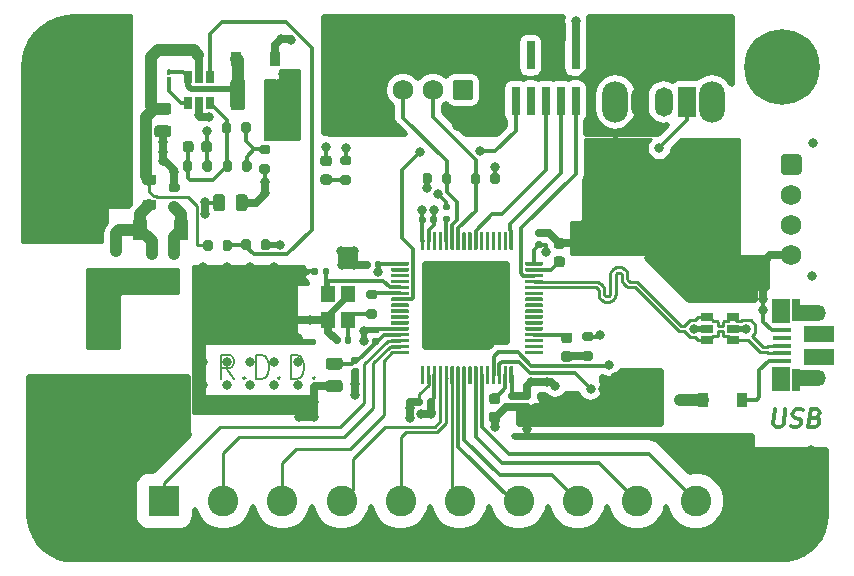
<source format=gbr>
%TF.GenerationSoftware,KiCad,Pcbnew,(5.1.9)-1*%
%TF.CreationDate,2021-03-02T22:26:18+05:30*%
%TF.ProjectId,STM32F4,53544d33-3246-4342-9e6b-696361645f70,rev?*%
%TF.SameCoordinates,Original*%
%TF.FileFunction,Copper,L1,Top*%
%TF.FilePolarity,Positive*%
%FSLAX46Y46*%
G04 Gerber Fmt 4.6, Leading zero omitted, Abs format (unit mm)*
G04 Created by KiCad (PCBNEW (5.1.9)-1) date 2021-03-02 22:26:18*
%MOMM*%
%LPD*%
G01*
G04 APERTURE LIST*
%TA.AperFunction,NonConductor*%
%ADD10C,0.200000*%
%TD*%
%TA.AperFunction,NonConductor*%
%ADD11C,0.300000*%
%TD*%
%TA.AperFunction,ComponentPad*%
%ADD12C,6.400000*%
%TD*%
%TA.AperFunction,ComponentPad*%
%ADD13C,0.800000*%
%TD*%
%TA.AperFunction,ComponentPad*%
%ADD14C,2.600000*%
%TD*%
%TA.AperFunction,ComponentPad*%
%ADD15R,2.600000X2.600000*%
%TD*%
%TA.AperFunction,SMDPad,CuDef*%
%ADD16R,0.740000X2.400000*%
%TD*%
%TA.AperFunction,SMDPad,CuDef*%
%ADD17R,0.800000X0.900000*%
%TD*%
%TA.AperFunction,SMDPad,CuDef*%
%ADD18R,0.650000X1.060000*%
%TD*%
%TA.AperFunction,SMDPad,CuDef*%
%ADD19R,1.060000X0.650000*%
%TD*%
%TA.AperFunction,SMDPad,CuDef*%
%ADD20R,1.200000X1.400000*%
%TD*%
%TA.AperFunction,ComponentPad*%
%ADD21C,1.740000*%
%TD*%
%TA.AperFunction,ComponentPad*%
%ADD22R,1.500000X2.500000*%
%TD*%
%TA.AperFunction,ComponentPad*%
%ADD23O,1.500000X2.500000*%
%TD*%
%TA.AperFunction,ComponentPad*%
%ADD24O,2.200000X3.500000*%
%TD*%
%TA.AperFunction,SMDPad,CuDef*%
%ADD25R,2.000000X1.350000*%
%TD*%
%TA.AperFunction,SMDPad,CuDef*%
%ADD26R,0.700000X1.825000*%
%TD*%
%TA.AperFunction,SMDPad,CuDef*%
%ADD27R,1.500000X2.000000*%
%TD*%
%TA.AperFunction,SMDPad,CuDef*%
%ADD28R,1.650000X0.400000*%
%TD*%
%TA.AperFunction,ComponentPad*%
%ADD29O,1.500000X1.100000*%
%TD*%
%TA.AperFunction,ComponentPad*%
%ADD30O,1.700000X1.350000*%
%TD*%
%TA.AperFunction,SMDPad,CuDef*%
%ADD31R,2.500000X1.430000*%
%TD*%
%TA.AperFunction,SMDPad,CuDef*%
%ADD32R,0.900000X1.200000*%
%TD*%
%TA.AperFunction,SMDPad,CuDef*%
%ADD33R,1.300000X1.700000*%
%TD*%
%TA.AperFunction,ViaPad*%
%ADD34C,0.800000*%
%TD*%
%TA.AperFunction,Conductor*%
%ADD35C,0.300000*%
%TD*%
%TA.AperFunction,Conductor*%
%ADD36C,0.500000*%
%TD*%
%TA.AperFunction,Conductor*%
%ADD37C,1.000000*%
%TD*%
%TA.AperFunction,Conductor*%
%ADD38C,0.700000*%
%TD*%
%TA.AperFunction,Conductor*%
%ADD39C,0.250000*%
%TD*%
%TA.AperFunction,Conductor*%
%ADD40C,0.261112*%
%TD*%
%TA.AperFunction,Conductor*%
%ADD41C,0.254000*%
%TD*%
%TA.AperFunction,Conductor*%
%ADD42C,0.100000*%
%TD*%
%TA.AperFunction,Conductor*%
%ADD43C,0.200000*%
%TD*%
G04 APERTURE END LIST*
D10*
X43640476Y-56454761D02*
X42973809Y-55502380D01*
X42497619Y-56454761D02*
X42497619Y-54454761D01*
X43259523Y-54454761D01*
X43450000Y-54550000D01*
X43545238Y-54645238D01*
X43640476Y-54835714D01*
X43640476Y-55121428D01*
X43545238Y-55311904D01*
X43450000Y-55407142D01*
X43259523Y-55502380D01*
X42497619Y-55502380D01*
X44497619Y-56264285D02*
X44592857Y-56359523D01*
X44497619Y-56454761D01*
X44402380Y-56359523D01*
X44497619Y-56264285D01*
X44497619Y-56454761D01*
X45450000Y-56454761D02*
X45450000Y-54454761D01*
X45926190Y-54454761D01*
X46211904Y-54550000D01*
X46402380Y-54740476D01*
X46497619Y-54930952D01*
X46592857Y-55311904D01*
X46592857Y-55597619D01*
X46497619Y-55978571D01*
X46402380Y-56169047D01*
X46211904Y-56359523D01*
X45926190Y-56454761D01*
X45450000Y-56454761D01*
X47450000Y-56264285D02*
X47545238Y-56359523D01*
X47450000Y-56454761D01*
X47354761Y-56359523D01*
X47450000Y-56264285D01*
X47450000Y-56454761D01*
X48402380Y-56454761D02*
X48402380Y-54454761D01*
X48878571Y-54454761D01*
X49164285Y-54550000D01*
X49354761Y-54740476D01*
X49450000Y-54930952D01*
X49545238Y-55311904D01*
X49545238Y-55597619D01*
X49450000Y-55978571D01*
X49354761Y-56169047D01*
X49164285Y-56359523D01*
X48878571Y-56454761D01*
X48402380Y-56454761D01*
X50402380Y-56264285D02*
X50497619Y-56359523D01*
X50402380Y-56454761D01*
X50307142Y-56359523D01*
X50402380Y-56264285D01*
X50402380Y-56454761D01*
D11*
X89438571Y-59028571D02*
X89286785Y-60242857D01*
X89340357Y-60385714D01*
X89402857Y-60457142D01*
X89536785Y-60528571D01*
X89822500Y-60528571D01*
X89974285Y-60457142D01*
X90054642Y-60385714D01*
X90143928Y-60242857D01*
X90295714Y-59028571D01*
X90760000Y-60457142D02*
X90965357Y-60528571D01*
X91322500Y-60528571D01*
X91474285Y-60457142D01*
X91554642Y-60385714D01*
X91643928Y-60242857D01*
X91661785Y-60100000D01*
X91608214Y-59957142D01*
X91545714Y-59885714D01*
X91411785Y-59814285D01*
X91135000Y-59742857D01*
X91001071Y-59671428D01*
X90938571Y-59600000D01*
X90885000Y-59457142D01*
X90902857Y-59314285D01*
X90992142Y-59171428D01*
X91072500Y-59100000D01*
X91224285Y-59028571D01*
X91581428Y-59028571D01*
X91786785Y-59100000D01*
X92849285Y-59742857D02*
X93054642Y-59814285D01*
X93117142Y-59885714D01*
X93170714Y-60028571D01*
X93143928Y-60242857D01*
X93054642Y-60385714D01*
X92974285Y-60457142D01*
X92822500Y-60528571D01*
X92251071Y-60528571D01*
X92438571Y-59028571D01*
X92938571Y-59028571D01*
X93072500Y-59100000D01*
X93135000Y-59171428D01*
X93188571Y-59314285D01*
X93170714Y-59457142D01*
X93081428Y-59600000D01*
X93001071Y-59671428D01*
X92849285Y-59742857D01*
X92349285Y-59742857D01*
%TO.P,U3,64*%
%TO.N,+3V3*%
%TA.AperFunction,SMDPad,CuDef*%
G36*
G01*
X59436500Y-45481500D02*
X59436500Y-44081500D01*
G75*
G02*
X59511500Y-44006500I75000J0D01*
G01*
X59661500Y-44006500D01*
G75*
G02*
X59736500Y-44081500I0J-75000D01*
G01*
X59736500Y-45481500D01*
G75*
G02*
X59661500Y-45556500I-75000J0D01*
G01*
X59511500Y-45556500D01*
G75*
G02*
X59436500Y-45481500I0J75000D01*
G01*
G37*
%TD.AperFunction*%
%TO.P,U3,63*%
%TO.N,GND*%
%TA.AperFunction,SMDPad,CuDef*%
G36*
G01*
X59936500Y-45481500D02*
X59936500Y-44081500D01*
G75*
G02*
X60011500Y-44006500I75000J0D01*
G01*
X60161500Y-44006500D01*
G75*
G02*
X60236500Y-44081500I0J-75000D01*
G01*
X60236500Y-45481500D01*
G75*
G02*
X60161500Y-45556500I-75000J0D01*
G01*
X60011500Y-45556500D01*
G75*
G02*
X59936500Y-45481500I0J75000D01*
G01*
G37*
%TD.AperFunction*%
%TO.P,U3,62*%
%TO.N,Net-(U3-Pad62)*%
%TA.AperFunction,SMDPad,CuDef*%
G36*
G01*
X60436500Y-45481500D02*
X60436500Y-44081500D01*
G75*
G02*
X60511500Y-44006500I75000J0D01*
G01*
X60661500Y-44006500D01*
G75*
G02*
X60736500Y-44081500I0J-75000D01*
G01*
X60736500Y-45481500D01*
G75*
G02*
X60661500Y-45556500I-75000J0D01*
G01*
X60511500Y-45556500D01*
G75*
G02*
X60436500Y-45481500I0J75000D01*
G01*
G37*
%TD.AperFunction*%
%TO.P,U3,61*%
%TO.N,Net-(U3-Pad61)*%
%TA.AperFunction,SMDPad,CuDef*%
G36*
G01*
X60936500Y-45481500D02*
X60936500Y-44081500D01*
G75*
G02*
X61011500Y-44006500I75000J0D01*
G01*
X61161500Y-44006500D01*
G75*
G02*
X61236500Y-44081500I0J-75000D01*
G01*
X61236500Y-45481500D01*
G75*
G02*
X61161500Y-45556500I-75000J0D01*
G01*
X61011500Y-45556500D01*
G75*
G02*
X60936500Y-45481500I0J75000D01*
G01*
G37*
%TD.AperFunction*%
%TO.P,U3,60*%
%TO.N,BOOT0*%
%TA.AperFunction,SMDPad,CuDef*%
G36*
G01*
X61436500Y-45481500D02*
X61436500Y-44081500D01*
G75*
G02*
X61511500Y-44006500I75000J0D01*
G01*
X61661500Y-44006500D01*
G75*
G02*
X61736500Y-44081500I0J-75000D01*
G01*
X61736500Y-45481500D01*
G75*
G02*
X61661500Y-45556500I-75000J0D01*
G01*
X61511500Y-45556500D01*
G75*
G02*
X61436500Y-45481500I0J75000D01*
G01*
G37*
%TD.AperFunction*%
%TO.P,U3,59*%
%TO.N,I2C1_SDA*%
%TA.AperFunction,SMDPad,CuDef*%
G36*
G01*
X61936500Y-45481500D02*
X61936500Y-44081500D01*
G75*
G02*
X62011500Y-44006500I75000J0D01*
G01*
X62161500Y-44006500D01*
G75*
G02*
X62236500Y-44081500I0J-75000D01*
G01*
X62236500Y-45481500D01*
G75*
G02*
X62161500Y-45556500I-75000J0D01*
G01*
X62011500Y-45556500D01*
G75*
G02*
X61936500Y-45481500I0J75000D01*
G01*
G37*
%TD.AperFunction*%
%TO.P,U3,58*%
%TO.N,I2C1_SCL*%
%TA.AperFunction,SMDPad,CuDef*%
G36*
G01*
X62436500Y-45481500D02*
X62436500Y-44081500D01*
G75*
G02*
X62511500Y-44006500I75000J0D01*
G01*
X62661500Y-44006500D01*
G75*
G02*
X62736500Y-44081500I0J-75000D01*
G01*
X62736500Y-45481500D01*
G75*
G02*
X62661500Y-45556500I-75000J0D01*
G01*
X62511500Y-45556500D01*
G75*
G02*
X62436500Y-45481500I0J75000D01*
G01*
G37*
%TD.AperFunction*%
%TO.P,U3,57*%
%TO.N,Net-(U3-Pad57)*%
%TA.AperFunction,SMDPad,CuDef*%
G36*
G01*
X62936500Y-45481500D02*
X62936500Y-44081500D01*
G75*
G02*
X63011500Y-44006500I75000J0D01*
G01*
X63161500Y-44006500D01*
G75*
G02*
X63236500Y-44081500I0J-75000D01*
G01*
X63236500Y-45481500D01*
G75*
G02*
X63161500Y-45556500I-75000J0D01*
G01*
X63011500Y-45556500D01*
G75*
G02*
X62936500Y-45481500I0J75000D01*
G01*
G37*
%TD.AperFunction*%
%TO.P,U3,56*%
%TO.N,Net-(U3-Pad56)*%
%TA.AperFunction,SMDPad,CuDef*%
G36*
G01*
X63436500Y-45481500D02*
X63436500Y-44081500D01*
G75*
G02*
X63511500Y-44006500I75000J0D01*
G01*
X63661500Y-44006500D01*
G75*
G02*
X63736500Y-44081500I0J-75000D01*
G01*
X63736500Y-45481500D01*
G75*
G02*
X63661500Y-45556500I-75000J0D01*
G01*
X63511500Y-45556500D01*
G75*
G02*
X63436500Y-45481500I0J75000D01*
G01*
G37*
%TD.AperFunction*%
%TO.P,U3,55*%
%TO.N,SWO*%
%TA.AperFunction,SMDPad,CuDef*%
G36*
G01*
X63936500Y-45481500D02*
X63936500Y-44081500D01*
G75*
G02*
X64011500Y-44006500I75000J0D01*
G01*
X64161500Y-44006500D01*
G75*
G02*
X64236500Y-44081500I0J-75000D01*
G01*
X64236500Y-45481500D01*
G75*
G02*
X64161500Y-45556500I-75000J0D01*
G01*
X64011500Y-45556500D01*
G75*
G02*
X63936500Y-45481500I0J75000D01*
G01*
G37*
%TD.AperFunction*%
%TO.P,U3,54*%
%TO.N,Net-(U3-Pad54)*%
%TA.AperFunction,SMDPad,CuDef*%
G36*
G01*
X64436500Y-45481500D02*
X64436500Y-44081500D01*
G75*
G02*
X64511500Y-44006500I75000J0D01*
G01*
X64661500Y-44006500D01*
G75*
G02*
X64736500Y-44081500I0J-75000D01*
G01*
X64736500Y-45481500D01*
G75*
G02*
X64661500Y-45556500I-75000J0D01*
G01*
X64511500Y-45556500D01*
G75*
G02*
X64436500Y-45481500I0J75000D01*
G01*
G37*
%TD.AperFunction*%
%TO.P,U3,53*%
%TO.N,Net-(U3-Pad53)*%
%TA.AperFunction,SMDPad,CuDef*%
G36*
G01*
X64936500Y-45481500D02*
X64936500Y-44081500D01*
G75*
G02*
X65011500Y-44006500I75000J0D01*
G01*
X65161500Y-44006500D01*
G75*
G02*
X65236500Y-44081500I0J-75000D01*
G01*
X65236500Y-45481500D01*
G75*
G02*
X65161500Y-45556500I-75000J0D01*
G01*
X65011500Y-45556500D01*
G75*
G02*
X64936500Y-45481500I0J75000D01*
G01*
G37*
%TD.AperFunction*%
%TO.P,U3,52*%
%TO.N,Net-(U3-Pad52)*%
%TA.AperFunction,SMDPad,CuDef*%
G36*
G01*
X65436500Y-45481500D02*
X65436500Y-44081500D01*
G75*
G02*
X65511500Y-44006500I75000J0D01*
G01*
X65661500Y-44006500D01*
G75*
G02*
X65736500Y-44081500I0J-75000D01*
G01*
X65736500Y-45481500D01*
G75*
G02*
X65661500Y-45556500I-75000J0D01*
G01*
X65511500Y-45556500D01*
G75*
G02*
X65436500Y-45481500I0J75000D01*
G01*
G37*
%TD.AperFunction*%
%TO.P,U3,51*%
%TO.N,Net-(U3-Pad51)*%
%TA.AperFunction,SMDPad,CuDef*%
G36*
G01*
X65936500Y-45481500D02*
X65936500Y-44081500D01*
G75*
G02*
X66011500Y-44006500I75000J0D01*
G01*
X66161500Y-44006500D01*
G75*
G02*
X66236500Y-44081500I0J-75000D01*
G01*
X66236500Y-45481500D01*
G75*
G02*
X66161500Y-45556500I-75000J0D01*
G01*
X66011500Y-45556500D01*
G75*
G02*
X65936500Y-45481500I0J75000D01*
G01*
G37*
%TD.AperFunction*%
%TO.P,U3,50*%
%TO.N,Net-(U3-Pad50)*%
%TA.AperFunction,SMDPad,CuDef*%
G36*
G01*
X66436500Y-45481500D02*
X66436500Y-44081500D01*
G75*
G02*
X66511500Y-44006500I75000J0D01*
G01*
X66661500Y-44006500D01*
G75*
G02*
X66736500Y-44081500I0J-75000D01*
G01*
X66736500Y-45481500D01*
G75*
G02*
X66661500Y-45556500I-75000J0D01*
G01*
X66511500Y-45556500D01*
G75*
G02*
X66436500Y-45481500I0J75000D01*
G01*
G37*
%TD.AperFunction*%
%TO.P,U3,49*%
%TO.N,SWCLK*%
%TA.AperFunction,SMDPad,CuDef*%
G36*
G01*
X66936500Y-45481500D02*
X66936500Y-44081500D01*
G75*
G02*
X67011500Y-44006500I75000J0D01*
G01*
X67161500Y-44006500D01*
G75*
G02*
X67236500Y-44081500I0J-75000D01*
G01*
X67236500Y-45481500D01*
G75*
G02*
X67161500Y-45556500I-75000J0D01*
G01*
X67011500Y-45556500D01*
G75*
G02*
X66936500Y-45481500I0J75000D01*
G01*
G37*
%TD.AperFunction*%
%TO.P,U3,48*%
%TO.N,+3V3*%
%TA.AperFunction,SMDPad,CuDef*%
G36*
G01*
X68236500Y-46781500D02*
X68236500Y-46631500D01*
G75*
G02*
X68311500Y-46556500I75000J0D01*
G01*
X69711500Y-46556500D01*
G75*
G02*
X69786500Y-46631500I0J-75000D01*
G01*
X69786500Y-46781500D01*
G75*
G02*
X69711500Y-46856500I-75000J0D01*
G01*
X68311500Y-46856500D01*
G75*
G02*
X68236500Y-46781500I0J75000D01*
G01*
G37*
%TD.AperFunction*%
%TO.P,U3,47*%
%TO.N,Net-(C14-Pad1)*%
%TA.AperFunction,SMDPad,CuDef*%
G36*
G01*
X68236500Y-47281500D02*
X68236500Y-47131500D01*
G75*
G02*
X68311500Y-47056500I75000J0D01*
G01*
X69711500Y-47056500D01*
G75*
G02*
X69786500Y-47131500I0J-75000D01*
G01*
X69786500Y-47281500D01*
G75*
G02*
X69711500Y-47356500I-75000J0D01*
G01*
X68311500Y-47356500D01*
G75*
G02*
X68236500Y-47281500I0J75000D01*
G01*
G37*
%TD.AperFunction*%
%TO.P,U3,46*%
%TO.N,SDWIO*%
%TA.AperFunction,SMDPad,CuDef*%
G36*
G01*
X68236500Y-47781500D02*
X68236500Y-47631500D01*
G75*
G02*
X68311500Y-47556500I75000J0D01*
G01*
X69711500Y-47556500D01*
G75*
G02*
X69786500Y-47631500I0J-75000D01*
G01*
X69786500Y-47781500D01*
G75*
G02*
X69711500Y-47856500I-75000J0D01*
G01*
X68311500Y-47856500D01*
G75*
G02*
X68236500Y-47781500I0J75000D01*
G01*
G37*
%TD.AperFunction*%
%TO.P,U3,45*%
%TO.N,USB_D+*%
%TA.AperFunction,SMDPad,CuDef*%
G36*
G01*
X68236500Y-48281500D02*
X68236500Y-48131500D01*
G75*
G02*
X68311500Y-48056500I75000J0D01*
G01*
X69711500Y-48056500D01*
G75*
G02*
X69786500Y-48131500I0J-75000D01*
G01*
X69786500Y-48281500D01*
G75*
G02*
X69711500Y-48356500I-75000J0D01*
G01*
X68311500Y-48356500D01*
G75*
G02*
X68236500Y-48281500I0J75000D01*
G01*
G37*
%TD.AperFunction*%
%TO.P,U3,44*%
%TO.N,USB_D-*%
%TA.AperFunction,SMDPad,CuDef*%
G36*
G01*
X68236500Y-48781500D02*
X68236500Y-48631500D01*
G75*
G02*
X68311500Y-48556500I75000J0D01*
G01*
X69711500Y-48556500D01*
G75*
G02*
X69786500Y-48631500I0J-75000D01*
G01*
X69786500Y-48781500D01*
G75*
G02*
X69711500Y-48856500I-75000J0D01*
G01*
X68311500Y-48856500D01*
G75*
G02*
X68236500Y-48781500I0J75000D01*
G01*
G37*
%TD.AperFunction*%
%TO.P,U3,43*%
%TO.N,Net-(U3-Pad43)*%
%TA.AperFunction,SMDPad,CuDef*%
G36*
G01*
X68236500Y-49281500D02*
X68236500Y-49131500D01*
G75*
G02*
X68311500Y-49056500I75000J0D01*
G01*
X69711500Y-49056500D01*
G75*
G02*
X69786500Y-49131500I0J-75000D01*
G01*
X69786500Y-49281500D01*
G75*
G02*
X69711500Y-49356500I-75000J0D01*
G01*
X68311500Y-49356500D01*
G75*
G02*
X68236500Y-49281500I0J75000D01*
G01*
G37*
%TD.AperFunction*%
%TO.P,U3,42*%
%TO.N,Net-(U3-Pad42)*%
%TA.AperFunction,SMDPad,CuDef*%
G36*
G01*
X68236500Y-49781500D02*
X68236500Y-49631500D01*
G75*
G02*
X68311500Y-49556500I75000J0D01*
G01*
X69711500Y-49556500D01*
G75*
G02*
X69786500Y-49631500I0J-75000D01*
G01*
X69786500Y-49781500D01*
G75*
G02*
X69711500Y-49856500I-75000J0D01*
G01*
X68311500Y-49856500D01*
G75*
G02*
X68236500Y-49781500I0J75000D01*
G01*
G37*
%TD.AperFunction*%
%TO.P,U3,41*%
%TO.N,Net-(U3-Pad41)*%
%TA.AperFunction,SMDPad,CuDef*%
G36*
G01*
X68236500Y-50281500D02*
X68236500Y-50131500D01*
G75*
G02*
X68311500Y-50056500I75000J0D01*
G01*
X69711500Y-50056500D01*
G75*
G02*
X69786500Y-50131500I0J-75000D01*
G01*
X69786500Y-50281500D01*
G75*
G02*
X69711500Y-50356500I-75000J0D01*
G01*
X68311500Y-50356500D01*
G75*
G02*
X68236500Y-50281500I0J75000D01*
G01*
G37*
%TD.AperFunction*%
%TO.P,U3,40*%
%TO.N,Net-(U3-Pad40)*%
%TA.AperFunction,SMDPad,CuDef*%
G36*
G01*
X68236500Y-50781500D02*
X68236500Y-50631500D01*
G75*
G02*
X68311500Y-50556500I75000J0D01*
G01*
X69711500Y-50556500D01*
G75*
G02*
X69786500Y-50631500I0J-75000D01*
G01*
X69786500Y-50781500D01*
G75*
G02*
X69711500Y-50856500I-75000J0D01*
G01*
X68311500Y-50856500D01*
G75*
G02*
X68236500Y-50781500I0J75000D01*
G01*
G37*
%TD.AperFunction*%
%TO.P,U3,39*%
%TO.N,Net-(U3-Pad39)*%
%TA.AperFunction,SMDPad,CuDef*%
G36*
G01*
X68236500Y-51281500D02*
X68236500Y-51131500D01*
G75*
G02*
X68311500Y-51056500I75000J0D01*
G01*
X69711500Y-51056500D01*
G75*
G02*
X69786500Y-51131500I0J-75000D01*
G01*
X69786500Y-51281500D01*
G75*
G02*
X69711500Y-51356500I-75000J0D01*
G01*
X68311500Y-51356500D01*
G75*
G02*
X68236500Y-51281500I0J75000D01*
G01*
G37*
%TD.AperFunction*%
%TO.P,U3,38*%
%TO.N,Net-(U3-Pad38)*%
%TA.AperFunction,SMDPad,CuDef*%
G36*
G01*
X68236500Y-51781500D02*
X68236500Y-51631500D01*
G75*
G02*
X68311500Y-51556500I75000J0D01*
G01*
X69711500Y-51556500D01*
G75*
G02*
X69786500Y-51631500I0J-75000D01*
G01*
X69786500Y-51781500D01*
G75*
G02*
X69711500Y-51856500I-75000J0D01*
G01*
X68311500Y-51856500D01*
G75*
G02*
X68236500Y-51781500I0J75000D01*
G01*
G37*
%TD.AperFunction*%
%TO.P,U3,37*%
%TO.N,Net-(U3-Pad37)*%
%TA.AperFunction,SMDPad,CuDef*%
G36*
G01*
X68236500Y-52281500D02*
X68236500Y-52131500D01*
G75*
G02*
X68311500Y-52056500I75000J0D01*
G01*
X69711500Y-52056500D01*
G75*
G02*
X69786500Y-52131500I0J-75000D01*
G01*
X69786500Y-52281500D01*
G75*
G02*
X69711500Y-52356500I-75000J0D01*
G01*
X68311500Y-52356500D01*
G75*
G02*
X68236500Y-52281500I0J75000D01*
G01*
G37*
%TD.AperFunction*%
%TO.P,U3,36*%
%TO.N,LED_STATUS*%
%TA.AperFunction,SMDPad,CuDef*%
G36*
G01*
X68236500Y-52781500D02*
X68236500Y-52631500D01*
G75*
G02*
X68311500Y-52556500I75000J0D01*
G01*
X69711500Y-52556500D01*
G75*
G02*
X69786500Y-52631500I0J-75000D01*
G01*
X69786500Y-52781500D01*
G75*
G02*
X69711500Y-52856500I-75000J0D01*
G01*
X68311500Y-52856500D01*
G75*
G02*
X68236500Y-52781500I0J75000D01*
G01*
G37*
%TD.AperFunction*%
%TO.P,U3,35*%
%TO.N,Net-(U3-Pad35)*%
%TA.AperFunction,SMDPad,CuDef*%
G36*
G01*
X68236500Y-53281500D02*
X68236500Y-53131500D01*
G75*
G02*
X68311500Y-53056500I75000J0D01*
G01*
X69711500Y-53056500D01*
G75*
G02*
X69786500Y-53131500I0J-75000D01*
G01*
X69786500Y-53281500D01*
G75*
G02*
X69711500Y-53356500I-75000J0D01*
G01*
X68311500Y-53356500D01*
G75*
G02*
X68236500Y-53281500I0J75000D01*
G01*
G37*
%TD.AperFunction*%
%TO.P,U3,34*%
%TO.N,Net-(U3-Pad34)*%
%TA.AperFunction,SMDPad,CuDef*%
G36*
G01*
X68236500Y-53781500D02*
X68236500Y-53631500D01*
G75*
G02*
X68311500Y-53556500I75000J0D01*
G01*
X69711500Y-53556500D01*
G75*
G02*
X69786500Y-53631500I0J-75000D01*
G01*
X69786500Y-53781500D01*
G75*
G02*
X69711500Y-53856500I-75000J0D01*
G01*
X68311500Y-53856500D01*
G75*
G02*
X68236500Y-53781500I0J75000D01*
G01*
G37*
%TD.AperFunction*%
%TO.P,U3,33*%
%TO.N,Net-(U3-Pad33)*%
%TA.AperFunction,SMDPad,CuDef*%
G36*
G01*
X68236500Y-54281500D02*
X68236500Y-54131500D01*
G75*
G02*
X68311500Y-54056500I75000J0D01*
G01*
X69711500Y-54056500D01*
G75*
G02*
X69786500Y-54131500I0J-75000D01*
G01*
X69786500Y-54281500D01*
G75*
G02*
X69711500Y-54356500I-75000J0D01*
G01*
X68311500Y-54356500D01*
G75*
G02*
X68236500Y-54281500I0J75000D01*
G01*
G37*
%TD.AperFunction*%
%TO.P,U3,32*%
%TO.N,+3V3*%
%TA.AperFunction,SMDPad,CuDef*%
G36*
G01*
X66936500Y-56831500D02*
X66936500Y-55431500D01*
G75*
G02*
X67011500Y-55356500I75000J0D01*
G01*
X67161500Y-55356500D01*
G75*
G02*
X67236500Y-55431500I0J-75000D01*
G01*
X67236500Y-56831500D01*
G75*
G02*
X67161500Y-56906500I-75000J0D01*
G01*
X67011500Y-56906500D01*
G75*
G02*
X66936500Y-56831500I0J75000D01*
G01*
G37*
%TD.AperFunction*%
%TO.P,U3,31*%
%TO.N,Net-(C13-Pad1)*%
%TA.AperFunction,SMDPad,CuDef*%
G36*
G01*
X66436500Y-56831500D02*
X66436500Y-55431500D01*
G75*
G02*
X66511500Y-55356500I75000J0D01*
G01*
X66661500Y-55356500D01*
G75*
G02*
X66736500Y-55431500I0J-75000D01*
G01*
X66736500Y-56831500D01*
G75*
G02*
X66661500Y-56906500I-75000J0D01*
G01*
X66511500Y-56906500D01*
G75*
G02*
X66436500Y-56831500I0J75000D01*
G01*
G37*
%TD.AperFunction*%
%TO.P,U3,30*%
%TO.N,USART_RX*%
%TA.AperFunction,SMDPad,CuDef*%
G36*
G01*
X65936500Y-56831500D02*
X65936500Y-55431500D01*
G75*
G02*
X66011500Y-55356500I75000J0D01*
G01*
X66161500Y-55356500D01*
G75*
G02*
X66236500Y-55431500I0J-75000D01*
G01*
X66236500Y-56831500D01*
G75*
G02*
X66161500Y-56906500I-75000J0D01*
G01*
X66011500Y-56906500D01*
G75*
G02*
X65936500Y-56831500I0J75000D01*
G01*
G37*
%TD.AperFunction*%
%TO.P,U3,29*%
%TO.N,USART_TX*%
%TA.AperFunction,SMDPad,CuDef*%
G36*
G01*
X65436500Y-56831500D02*
X65436500Y-55431500D01*
G75*
G02*
X65511500Y-55356500I75000J0D01*
G01*
X65661500Y-55356500D01*
G75*
G02*
X65736500Y-55431500I0J-75000D01*
G01*
X65736500Y-56831500D01*
G75*
G02*
X65661500Y-56906500I-75000J0D01*
G01*
X65511500Y-56906500D01*
G75*
G02*
X65436500Y-56831500I0J75000D01*
G01*
G37*
%TD.AperFunction*%
%TO.P,U3,28*%
%TO.N,Net-(U3-Pad28)*%
%TA.AperFunction,SMDPad,CuDef*%
G36*
G01*
X64936500Y-56831500D02*
X64936500Y-55431500D01*
G75*
G02*
X65011500Y-55356500I75000J0D01*
G01*
X65161500Y-55356500D01*
G75*
G02*
X65236500Y-55431500I0J-75000D01*
G01*
X65236500Y-56831500D01*
G75*
G02*
X65161500Y-56906500I-75000J0D01*
G01*
X65011500Y-56906500D01*
G75*
G02*
X64936500Y-56831500I0J75000D01*
G01*
G37*
%TD.AperFunction*%
%TO.P,U3,27*%
%TO.N,PB1*%
%TA.AperFunction,SMDPad,CuDef*%
G36*
G01*
X64436500Y-56831500D02*
X64436500Y-55431500D01*
G75*
G02*
X64511500Y-55356500I75000J0D01*
G01*
X64661500Y-55356500D01*
G75*
G02*
X64736500Y-55431500I0J-75000D01*
G01*
X64736500Y-56831500D01*
G75*
G02*
X64661500Y-56906500I-75000J0D01*
G01*
X64511500Y-56906500D01*
G75*
G02*
X64436500Y-56831500I0J75000D01*
G01*
G37*
%TD.AperFunction*%
%TO.P,U3,26*%
%TO.N,PB0*%
%TA.AperFunction,SMDPad,CuDef*%
G36*
G01*
X63936500Y-56831500D02*
X63936500Y-55431500D01*
G75*
G02*
X64011500Y-55356500I75000J0D01*
G01*
X64161500Y-55356500D01*
G75*
G02*
X64236500Y-55431500I0J-75000D01*
G01*
X64236500Y-56831500D01*
G75*
G02*
X64161500Y-56906500I-75000J0D01*
G01*
X64011500Y-56906500D01*
G75*
G02*
X63936500Y-56831500I0J75000D01*
G01*
G37*
%TD.AperFunction*%
%TO.P,U3,25*%
%TO.N,Net-(U3-Pad25)*%
%TA.AperFunction,SMDPad,CuDef*%
G36*
G01*
X63436500Y-56831500D02*
X63436500Y-55431500D01*
G75*
G02*
X63511500Y-55356500I75000J0D01*
G01*
X63661500Y-55356500D01*
G75*
G02*
X63736500Y-55431500I0J-75000D01*
G01*
X63736500Y-56831500D01*
G75*
G02*
X63661500Y-56906500I-75000J0D01*
G01*
X63511500Y-56906500D01*
G75*
G02*
X63436500Y-56831500I0J75000D01*
G01*
G37*
%TD.AperFunction*%
%TO.P,U3,24*%
%TO.N,PC4*%
%TA.AperFunction,SMDPad,CuDef*%
G36*
G01*
X62936500Y-56831500D02*
X62936500Y-55431500D01*
G75*
G02*
X63011500Y-55356500I75000J0D01*
G01*
X63161500Y-55356500D01*
G75*
G02*
X63236500Y-55431500I0J-75000D01*
G01*
X63236500Y-56831500D01*
G75*
G02*
X63161500Y-56906500I-75000J0D01*
G01*
X63011500Y-56906500D01*
G75*
G02*
X62936500Y-56831500I0J75000D01*
G01*
G37*
%TD.AperFunction*%
%TO.P,U3,23*%
%TO.N,PA7*%
%TA.AperFunction,SMDPad,CuDef*%
G36*
G01*
X62436500Y-56831500D02*
X62436500Y-55431500D01*
G75*
G02*
X62511500Y-55356500I75000J0D01*
G01*
X62661500Y-55356500D01*
G75*
G02*
X62736500Y-55431500I0J-75000D01*
G01*
X62736500Y-56831500D01*
G75*
G02*
X62661500Y-56906500I-75000J0D01*
G01*
X62511500Y-56906500D01*
G75*
G02*
X62436500Y-56831500I0J75000D01*
G01*
G37*
%TD.AperFunction*%
%TO.P,U3,22*%
%TO.N,PA6*%
%TA.AperFunction,SMDPad,CuDef*%
G36*
G01*
X61936500Y-56831500D02*
X61936500Y-55431500D01*
G75*
G02*
X62011500Y-55356500I75000J0D01*
G01*
X62161500Y-55356500D01*
G75*
G02*
X62236500Y-55431500I0J-75000D01*
G01*
X62236500Y-56831500D01*
G75*
G02*
X62161500Y-56906500I-75000J0D01*
G01*
X62011500Y-56906500D01*
G75*
G02*
X61936500Y-56831500I0J75000D01*
G01*
G37*
%TD.AperFunction*%
%TO.P,U3,21*%
%TO.N,PA5*%
%TA.AperFunction,SMDPad,CuDef*%
G36*
G01*
X61436500Y-56831500D02*
X61436500Y-55431500D01*
G75*
G02*
X61511500Y-55356500I75000J0D01*
G01*
X61661500Y-55356500D01*
G75*
G02*
X61736500Y-55431500I0J-75000D01*
G01*
X61736500Y-56831500D01*
G75*
G02*
X61661500Y-56906500I-75000J0D01*
G01*
X61511500Y-56906500D01*
G75*
G02*
X61436500Y-56831500I0J75000D01*
G01*
G37*
%TD.AperFunction*%
%TO.P,U3,20*%
%TO.N,PA4*%
%TA.AperFunction,SMDPad,CuDef*%
G36*
G01*
X60936500Y-56831500D02*
X60936500Y-55431500D01*
G75*
G02*
X61011500Y-55356500I75000J0D01*
G01*
X61161500Y-55356500D01*
G75*
G02*
X61236500Y-55431500I0J-75000D01*
G01*
X61236500Y-56831500D01*
G75*
G02*
X61161500Y-56906500I-75000J0D01*
G01*
X61011500Y-56906500D01*
G75*
G02*
X60936500Y-56831500I0J75000D01*
G01*
G37*
%TD.AperFunction*%
%TO.P,U3,19*%
%TO.N,+3V3*%
%TA.AperFunction,SMDPad,CuDef*%
G36*
G01*
X60436500Y-56831500D02*
X60436500Y-55431500D01*
G75*
G02*
X60511500Y-55356500I75000J0D01*
G01*
X60661500Y-55356500D01*
G75*
G02*
X60736500Y-55431500I0J-75000D01*
G01*
X60736500Y-56831500D01*
G75*
G02*
X60661500Y-56906500I-75000J0D01*
G01*
X60511500Y-56906500D01*
G75*
G02*
X60436500Y-56831500I0J75000D01*
G01*
G37*
%TD.AperFunction*%
%TO.P,U3,18*%
%TO.N,GND*%
%TA.AperFunction,SMDPad,CuDef*%
G36*
G01*
X59936500Y-56831500D02*
X59936500Y-55431500D01*
G75*
G02*
X60011500Y-55356500I75000J0D01*
G01*
X60161500Y-55356500D01*
G75*
G02*
X60236500Y-55431500I0J-75000D01*
G01*
X60236500Y-56831500D01*
G75*
G02*
X60161500Y-56906500I-75000J0D01*
G01*
X60011500Y-56906500D01*
G75*
G02*
X59936500Y-56831500I0J75000D01*
G01*
G37*
%TD.AperFunction*%
%TO.P,U3,17*%
%TO.N,Net-(U3-Pad17)*%
%TA.AperFunction,SMDPad,CuDef*%
G36*
G01*
X59436500Y-56831500D02*
X59436500Y-55431500D01*
G75*
G02*
X59511500Y-55356500I75000J0D01*
G01*
X59661500Y-55356500D01*
G75*
G02*
X59736500Y-55431500I0J-75000D01*
G01*
X59736500Y-56831500D01*
G75*
G02*
X59661500Y-56906500I-75000J0D01*
G01*
X59511500Y-56906500D01*
G75*
G02*
X59436500Y-56831500I0J75000D01*
G01*
G37*
%TD.AperFunction*%
%TO.P,U3,16*%
%TO.N,PA2*%
%TA.AperFunction,SMDPad,CuDef*%
G36*
G01*
X56886500Y-54281500D02*
X56886500Y-54131500D01*
G75*
G02*
X56961500Y-54056500I75000J0D01*
G01*
X58361500Y-54056500D01*
G75*
G02*
X58436500Y-54131500I0J-75000D01*
G01*
X58436500Y-54281500D01*
G75*
G02*
X58361500Y-54356500I-75000J0D01*
G01*
X56961500Y-54356500D01*
G75*
G02*
X56886500Y-54281500I0J75000D01*
G01*
G37*
%TD.AperFunction*%
%TO.P,U3,15*%
%TO.N,PA1*%
%TA.AperFunction,SMDPad,CuDef*%
G36*
G01*
X56886500Y-53781500D02*
X56886500Y-53631500D01*
G75*
G02*
X56961500Y-53556500I75000J0D01*
G01*
X58361500Y-53556500D01*
G75*
G02*
X58436500Y-53631500I0J-75000D01*
G01*
X58436500Y-53781500D01*
G75*
G02*
X58361500Y-53856500I-75000J0D01*
G01*
X56961500Y-53856500D01*
G75*
G02*
X56886500Y-53781500I0J75000D01*
G01*
G37*
%TD.AperFunction*%
%TO.P,U3,14*%
%TO.N,PA0*%
%TA.AperFunction,SMDPad,CuDef*%
G36*
G01*
X56886500Y-53281500D02*
X56886500Y-53131500D01*
G75*
G02*
X56961500Y-53056500I75000J0D01*
G01*
X58361500Y-53056500D01*
G75*
G02*
X58436500Y-53131500I0J-75000D01*
G01*
X58436500Y-53281500D01*
G75*
G02*
X58361500Y-53356500I-75000J0D01*
G01*
X56961500Y-53356500D01*
G75*
G02*
X56886500Y-53281500I0J75000D01*
G01*
G37*
%TD.AperFunction*%
%TO.P,U3,13*%
%TO.N,+3.3VA*%
%TA.AperFunction,SMDPad,CuDef*%
G36*
G01*
X56886500Y-52781500D02*
X56886500Y-52631500D01*
G75*
G02*
X56961500Y-52556500I75000J0D01*
G01*
X58361500Y-52556500D01*
G75*
G02*
X58436500Y-52631500I0J-75000D01*
G01*
X58436500Y-52781500D01*
G75*
G02*
X58361500Y-52856500I-75000J0D01*
G01*
X56961500Y-52856500D01*
G75*
G02*
X56886500Y-52781500I0J75000D01*
G01*
G37*
%TD.AperFunction*%
%TO.P,U3,12*%
%TO.N,GND*%
%TA.AperFunction,SMDPad,CuDef*%
G36*
G01*
X56886500Y-52281500D02*
X56886500Y-52131500D01*
G75*
G02*
X56961500Y-52056500I75000J0D01*
G01*
X58361500Y-52056500D01*
G75*
G02*
X58436500Y-52131500I0J-75000D01*
G01*
X58436500Y-52281500D01*
G75*
G02*
X58361500Y-52356500I-75000J0D01*
G01*
X56961500Y-52356500D01*
G75*
G02*
X56886500Y-52281500I0J75000D01*
G01*
G37*
%TD.AperFunction*%
%TO.P,U3,11*%
%TO.N,Net-(U3-Pad11)*%
%TA.AperFunction,SMDPad,CuDef*%
G36*
G01*
X56886500Y-51781500D02*
X56886500Y-51631500D01*
G75*
G02*
X56961500Y-51556500I75000J0D01*
G01*
X58361500Y-51556500D01*
G75*
G02*
X58436500Y-51631500I0J-75000D01*
G01*
X58436500Y-51781500D01*
G75*
G02*
X58361500Y-51856500I-75000J0D01*
G01*
X56961500Y-51856500D01*
G75*
G02*
X56886500Y-51781500I0J75000D01*
G01*
G37*
%TD.AperFunction*%
%TO.P,U3,10*%
%TO.N,Net-(U3-Pad10)*%
%TA.AperFunction,SMDPad,CuDef*%
G36*
G01*
X56886500Y-51281500D02*
X56886500Y-51131500D01*
G75*
G02*
X56961500Y-51056500I75000J0D01*
G01*
X58361500Y-51056500D01*
G75*
G02*
X58436500Y-51131500I0J-75000D01*
G01*
X58436500Y-51281500D01*
G75*
G02*
X58361500Y-51356500I-75000J0D01*
G01*
X56961500Y-51356500D01*
G75*
G02*
X56886500Y-51281500I0J75000D01*
G01*
G37*
%TD.AperFunction*%
%TO.P,U3,9*%
%TO.N,Net-(U3-Pad9)*%
%TA.AperFunction,SMDPad,CuDef*%
G36*
G01*
X56886500Y-50781500D02*
X56886500Y-50631500D01*
G75*
G02*
X56961500Y-50556500I75000J0D01*
G01*
X58361500Y-50556500D01*
G75*
G02*
X58436500Y-50631500I0J-75000D01*
G01*
X58436500Y-50781500D01*
G75*
G02*
X58361500Y-50856500I-75000J0D01*
G01*
X56961500Y-50856500D01*
G75*
G02*
X56886500Y-50781500I0J75000D01*
G01*
G37*
%TD.AperFunction*%
%TO.P,U3,8*%
%TO.N,Net-(U3-Pad8)*%
%TA.AperFunction,SMDPad,CuDef*%
G36*
G01*
X56886500Y-50281500D02*
X56886500Y-50131500D01*
G75*
G02*
X56961500Y-50056500I75000J0D01*
G01*
X58361500Y-50056500D01*
G75*
G02*
X58436500Y-50131500I0J-75000D01*
G01*
X58436500Y-50281500D01*
G75*
G02*
X58361500Y-50356500I-75000J0D01*
G01*
X56961500Y-50356500D01*
G75*
G02*
X56886500Y-50281500I0J75000D01*
G01*
G37*
%TD.AperFunction*%
%TO.P,U3,7*%
%TO.N,NRST*%
%TA.AperFunction,SMDPad,CuDef*%
G36*
G01*
X56886500Y-49781500D02*
X56886500Y-49631500D01*
G75*
G02*
X56961500Y-49556500I75000J0D01*
G01*
X58361500Y-49556500D01*
G75*
G02*
X58436500Y-49631500I0J-75000D01*
G01*
X58436500Y-49781500D01*
G75*
G02*
X58361500Y-49856500I-75000J0D01*
G01*
X56961500Y-49856500D01*
G75*
G02*
X56886500Y-49781500I0J75000D01*
G01*
G37*
%TD.AperFunction*%
%TO.P,U3,6*%
%TO.N,HSE_OUT*%
%TA.AperFunction,SMDPad,CuDef*%
G36*
G01*
X56886500Y-49281500D02*
X56886500Y-49131500D01*
G75*
G02*
X56961500Y-49056500I75000J0D01*
G01*
X58361500Y-49056500D01*
G75*
G02*
X58436500Y-49131500I0J-75000D01*
G01*
X58436500Y-49281500D01*
G75*
G02*
X58361500Y-49356500I-75000J0D01*
G01*
X56961500Y-49356500D01*
G75*
G02*
X56886500Y-49281500I0J75000D01*
G01*
G37*
%TD.AperFunction*%
%TO.P,U3,5*%
%TO.N,HSE_IN*%
%TA.AperFunction,SMDPad,CuDef*%
G36*
G01*
X56886500Y-48781500D02*
X56886500Y-48631500D01*
G75*
G02*
X56961500Y-48556500I75000J0D01*
G01*
X58361500Y-48556500D01*
G75*
G02*
X58436500Y-48631500I0J-75000D01*
G01*
X58436500Y-48781500D01*
G75*
G02*
X58361500Y-48856500I-75000J0D01*
G01*
X56961500Y-48856500D01*
G75*
G02*
X56886500Y-48781500I0J75000D01*
G01*
G37*
%TD.AperFunction*%
%TO.P,U3,4*%
%TO.N,Net-(U3-Pad4)*%
%TA.AperFunction,SMDPad,CuDef*%
G36*
G01*
X56886500Y-48281500D02*
X56886500Y-48131500D01*
G75*
G02*
X56961500Y-48056500I75000J0D01*
G01*
X58361500Y-48056500D01*
G75*
G02*
X58436500Y-48131500I0J-75000D01*
G01*
X58436500Y-48281500D01*
G75*
G02*
X58361500Y-48356500I-75000J0D01*
G01*
X56961500Y-48356500D01*
G75*
G02*
X56886500Y-48281500I0J75000D01*
G01*
G37*
%TD.AperFunction*%
%TO.P,U3,3*%
%TO.N,Net-(U3-Pad3)*%
%TA.AperFunction,SMDPad,CuDef*%
G36*
G01*
X56886500Y-47781500D02*
X56886500Y-47631500D01*
G75*
G02*
X56961500Y-47556500I75000J0D01*
G01*
X58361500Y-47556500D01*
G75*
G02*
X58436500Y-47631500I0J-75000D01*
G01*
X58436500Y-47781500D01*
G75*
G02*
X58361500Y-47856500I-75000J0D01*
G01*
X56961500Y-47856500D01*
G75*
G02*
X56886500Y-47781500I0J75000D01*
G01*
G37*
%TD.AperFunction*%
%TO.P,U3,2*%
%TO.N,Net-(U3-Pad2)*%
%TA.AperFunction,SMDPad,CuDef*%
G36*
G01*
X56886500Y-47281500D02*
X56886500Y-47131500D01*
G75*
G02*
X56961500Y-47056500I75000J0D01*
G01*
X58361500Y-47056500D01*
G75*
G02*
X58436500Y-47131500I0J-75000D01*
G01*
X58436500Y-47281500D01*
G75*
G02*
X58361500Y-47356500I-75000J0D01*
G01*
X56961500Y-47356500D01*
G75*
G02*
X56886500Y-47281500I0J75000D01*
G01*
G37*
%TD.AperFunction*%
%TO.P,U3,1*%
%TO.N,+3V3*%
%TA.AperFunction,SMDPad,CuDef*%
G36*
G01*
X56886500Y-46781500D02*
X56886500Y-46631500D01*
G75*
G02*
X56961500Y-46556500I75000J0D01*
G01*
X58361500Y-46556500D01*
G75*
G02*
X58436500Y-46631500I0J-75000D01*
G01*
X58436500Y-46781500D01*
G75*
G02*
X58361500Y-46856500I-75000J0D01*
G01*
X56961500Y-46856500D01*
G75*
G02*
X56886500Y-46781500I0J75000D01*
G01*
G37*
%TD.AperFunction*%
%TD*%
D12*
%TO.P,H4,1*%
%TO.N,GND*%
X90000000Y-67000000D03*
D13*
X92400000Y-67000000D03*
X91697056Y-68697056D03*
X90000000Y-69400000D03*
X88302944Y-68697056D03*
X87600000Y-67000000D03*
X88302944Y-65302944D03*
X90000000Y-64600000D03*
X91697056Y-65302944D03*
%TD*%
%TO.P,H3,1*%
%TO.N,GND*%
X91697056Y-28302944D03*
X90000000Y-27600000D03*
X88302944Y-28302944D03*
X87600000Y-30000000D03*
X88302944Y-31697056D03*
X90000000Y-32400000D03*
X91697056Y-31697056D03*
X92400000Y-30000000D03*
D12*
X90000000Y-30000000D03*
%TD*%
D13*
%TO.P,H2,1*%
%TO.N,GND*%
X31697056Y-28302944D03*
X30000000Y-27600000D03*
X28302944Y-28302944D03*
X27600000Y-30000000D03*
X28302944Y-31697056D03*
X30000000Y-32400000D03*
X31697056Y-31697056D03*
X32400000Y-30000000D03*
D12*
X30000000Y-30000000D03*
%TD*%
D13*
%TO.P,H1,1*%
%TO.N,GND*%
X31697056Y-65302944D03*
X30000000Y-64600000D03*
X28302944Y-65302944D03*
X27600000Y-67000000D03*
X28302944Y-68697056D03*
X30000000Y-69400000D03*
X31697056Y-68697056D03*
X32400000Y-67000000D03*
D12*
X30000000Y-67000000D03*
%TD*%
%TO.P,C12,2*%
%TO.N,GND*%
%TA.AperFunction,SMDPad,CuDef*%
G36*
G01*
X55770000Y-52600000D02*
X55430000Y-52600000D01*
G75*
G02*
X55290000Y-52460000I0J140000D01*
G01*
X55290000Y-52180000D01*
G75*
G02*
X55430000Y-52040000I140000J0D01*
G01*
X55770000Y-52040000D01*
G75*
G02*
X55910000Y-52180000I0J-140000D01*
G01*
X55910000Y-52460000D01*
G75*
G02*
X55770000Y-52600000I-140000J0D01*
G01*
G37*
%TD.AperFunction*%
%TO.P,C12,1*%
%TO.N,+3.3VA*%
%TA.AperFunction,SMDPad,CuDef*%
G36*
G01*
X55770000Y-53560000D02*
X55430000Y-53560000D01*
G75*
G02*
X55290000Y-53420000I0J140000D01*
G01*
X55290000Y-53140000D01*
G75*
G02*
X55430000Y-53000000I140000J0D01*
G01*
X55770000Y-53000000D01*
G75*
G02*
X55910000Y-53140000I0J-140000D01*
G01*
X55910000Y-53420000D01*
G75*
G02*
X55770000Y-53560000I-140000J0D01*
G01*
G37*
%TD.AperFunction*%
%TD*%
%TO.P,C2,2*%
%TO.N,BUCK_FB*%
%TA.AperFunction,SMDPad,CuDef*%
G36*
G01*
X40188000Y-36550000D02*
X40188000Y-37050000D01*
G75*
G02*
X39963000Y-37275000I-225000J0D01*
G01*
X39513000Y-37275000D01*
G75*
G02*
X39288000Y-37050000I0J225000D01*
G01*
X39288000Y-36550000D01*
G75*
G02*
X39513000Y-36325000I225000J0D01*
G01*
X39963000Y-36325000D01*
G75*
G02*
X40188000Y-36550000I0J-225000D01*
G01*
G37*
%TD.AperFunction*%
%TO.P,C2,1*%
%TO.N,+3V3*%
%TA.AperFunction,SMDPad,CuDef*%
G36*
G01*
X41738000Y-36550000D02*
X41738000Y-37050000D01*
G75*
G02*
X41513000Y-37275000I-225000J0D01*
G01*
X41063000Y-37275000D01*
G75*
G02*
X40838000Y-37050000I0J225000D01*
G01*
X40838000Y-36550000D01*
G75*
G02*
X41063000Y-36325000I225000J0D01*
G01*
X41513000Y-36325000D01*
G75*
G02*
X41738000Y-36550000I0J-225000D01*
G01*
G37*
%TD.AperFunction*%
%TD*%
%TO.P,R4,2*%
%TO.N,Net-(R3-Pad2)*%
%TA.AperFunction,SMDPad,CuDef*%
G36*
G01*
X44240000Y-35454000D02*
X44240000Y-34904000D01*
G75*
G02*
X44440000Y-34704000I200000J0D01*
G01*
X44840000Y-34704000D01*
G75*
G02*
X45040000Y-34904000I0J-200000D01*
G01*
X45040000Y-35454000D01*
G75*
G02*
X44840000Y-35654000I-200000J0D01*
G01*
X44440000Y-35654000D01*
G75*
G02*
X44240000Y-35454000I0J200000D01*
G01*
G37*
%TD.AperFunction*%
%TO.P,R4,1*%
%TO.N,BUCK_FB*%
%TA.AperFunction,SMDPad,CuDef*%
G36*
G01*
X42590000Y-35454000D02*
X42590000Y-34904000D01*
G75*
G02*
X42790000Y-34704000I200000J0D01*
G01*
X43190000Y-34704000D01*
G75*
G02*
X43390000Y-34904000I0J-200000D01*
G01*
X43390000Y-35454000D01*
G75*
G02*
X43190000Y-35654000I-200000J0D01*
G01*
X42790000Y-35654000D01*
G75*
G02*
X42590000Y-35454000I0J200000D01*
G01*
G37*
%TD.AperFunction*%
%TD*%
%TO.P,R3,2*%
%TO.N,Net-(R3-Pad2)*%
%TA.AperFunction,SMDPad,CuDef*%
G36*
G01*
X44304000Y-38692500D02*
X44304000Y-38142500D01*
G75*
G02*
X44504000Y-37942500I200000J0D01*
G01*
X44904000Y-37942500D01*
G75*
G02*
X45104000Y-38142500I0J-200000D01*
G01*
X45104000Y-38692500D01*
G75*
G02*
X44904000Y-38892500I-200000J0D01*
G01*
X44504000Y-38892500D01*
G75*
G02*
X44304000Y-38692500I0J200000D01*
G01*
G37*
%TD.AperFunction*%
%TO.P,R3,1*%
%TO.N,BUCK_FB*%
%TA.AperFunction,SMDPad,CuDef*%
G36*
G01*
X42654000Y-38692500D02*
X42654000Y-38142500D01*
G75*
G02*
X42854000Y-37942500I200000J0D01*
G01*
X43254000Y-37942500D01*
G75*
G02*
X43454000Y-38142500I0J-200000D01*
G01*
X43454000Y-38692500D01*
G75*
G02*
X43254000Y-38892500I-200000J0D01*
G01*
X42854000Y-38892500D01*
G75*
G02*
X42654000Y-38692500I0J200000D01*
G01*
G37*
%TD.AperFunction*%
%TD*%
%TO.P,R2,1*%
%TO.N,BUCK_IN*%
%TA.AperFunction,SMDPad,CuDef*%
G36*
G01*
X41003000Y-45423500D02*
X41003000Y-44873500D01*
G75*
G02*
X41203000Y-44673500I200000J0D01*
G01*
X41603000Y-44673500D01*
G75*
G02*
X41803000Y-44873500I0J-200000D01*
G01*
X41803000Y-45423500D01*
G75*
G02*
X41603000Y-45623500I-200000J0D01*
G01*
X41203000Y-45623500D01*
G75*
G02*
X41003000Y-45423500I0J200000D01*
G01*
G37*
%TD.AperFunction*%
%TO.P,R2,2*%
%TO.N,BUCK_EN*%
%TA.AperFunction,SMDPad,CuDef*%
G36*
G01*
X42653000Y-45423500D02*
X42653000Y-44873500D01*
G75*
G02*
X42853000Y-44673500I200000J0D01*
G01*
X43253000Y-44673500D01*
G75*
G02*
X43453000Y-44873500I0J-200000D01*
G01*
X43453000Y-45423500D01*
G75*
G02*
X43253000Y-45623500I-200000J0D01*
G01*
X42853000Y-45623500D01*
G75*
G02*
X42653000Y-45423500I0J200000D01*
G01*
G37*
%TD.AperFunction*%
%TD*%
D14*
%TO.P,J1,2*%
%TO.N,GND*%
X32385000Y-57531000D03*
D15*
%TO.P,J1,1*%
%TO.N,+12V*%
X32385000Y-52451000D03*
%TD*%
D16*
%TO.P,J3,1*%
%TO.N,+3V3*%
X72540000Y-29050000D03*
%TO.P,J3,2*%
%TO.N,SDWIO*%
X72540000Y-32950000D03*
%TO.P,J3,3*%
%TO.N,GND*%
X71270000Y-29050000D03*
%TO.P,J3,4*%
%TO.N,SWCLK*%
X71270000Y-32950000D03*
%TO.P,J3,5*%
%TO.N,GND*%
X70000000Y-29050000D03*
%TO.P,J3,6*%
%TO.N,SWO*%
X70000000Y-32950000D03*
%TO.P,J3,7*%
%TO.N,Net-(J3-Pad7)*%
X68730000Y-29050000D03*
%TO.P,J3,8*%
%TO.N,Net-(J3-Pad8)*%
X68730000Y-32950000D03*
%TO.P,J3,9*%
%TO.N,GND*%
X67460000Y-29050000D03*
%TO.P,J3,10*%
%TO.N,NRST*%
X67460000Y-32950000D03*
%TD*%
D17*
%TO.P,Q1,3*%
%TO.N,+12V*%
X37592000Y-47863000D03*
%TO.P,Q1,2*%
%TO.N,Net-(D1-Pad1)*%
X36642000Y-45863000D03*
%TO.P,Q1,1*%
%TO.N,Net-(D3-Pad2)*%
X38542000Y-45863000D03*
%TD*%
%TO.P,R13,2*%
%TO.N,+3V3*%
%TA.AperFunction,SMDPad,CuDef*%
G36*
G01*
X60375000Y-39225000D02*
X60375000Y-39775000D01*
G75*
G02*
X60175000Y-39975000I-200000J0D01*
G01*
X59775000Y-39975000D01*
G75*
G02*
X59575000Y-39775000I0J200000D01*
G01*
X59575000Y-39225000D01*
G75*
G02*
X59775000Y-39025000I200000J0D01*
G01*
X60175000Y-39025000D01*
G75*
G02*
X60375000Y-39225000I0J-200000D01*
G01*
G37*
%TD.AperFunction*%
%TO.P,R13,1*%
%TO.N,I2C1_SDA*%
%TA.AperFunction,SMDPad,CuDef*%
G36*
G01*
X62025000Y-39225000D02*
X62025000Y-39775000D01*
G75*
G02*
X61825000Y-39975000I-200000J0D01*
G01*
X61425000Y-39975000D01*
G75*
G02*
X61225000Y-39775000I0J200000D01*
G01*
X61225000Y-39225000D01*
G75*
G02*
X61425000Y-39025000I200000J0D01*
G01*
X61825000Y-39025000D01*
G75*
G02*
X62025000Y-39225000I0J-200000D01*
G01*
G37*
%TD.AperFunction*%
%TD*%
D18*
%TO.P,U1,1*%
%TO.N,BUCK_BST*%
X39690000Y-33104000D03*
%TO.P,U1,2*%
%TO.N,GND*%
X40640000Y-33104000D03*
%TO.P,U1,3*%
%TO.N,BUCK_FB*%
X41590000Y-33104000D03*
%TO.P,U1,4*%
%TO.N,BUCK_EN*%
X41590000Y-30904000D03*
%TO.P,U1,6*%
%TO.N,BUCK_SW*%
X39690000Y-30904000D03*
%TO.P,U1,5*%
%TO.N,BUCK_IN*%
X40640000Y-30904000D03*
%TD*%
%TO.P,R1,2*%
%TO.N,BUCK_FB*%
%TA.AperFunction,SMDPad,CuDef*%
G36*
G01*
X40088000Y-38142500D02*
X40088000Y-38692500D01*
G75*
G02*
X39888000Y-38892500I-200000J0D01*
G01*
X39488000Y-38892500D01*
G75*
G02*
X39288000Y-38692500I0J200000D01*
G01*
X39288000Y-38142500D01*
G75*
G02*
X39488000Y-37942500I200000J0D01*
G01*
X39888000Y-37942500D01*
G75*
G02*
X40088000Y-38142500I0J-200000D01*
G01*
G37*
%TD.AperFunction*%
%TO.P,R1,1*%
%TO.N,+3V3*%
%TA.AperFunction,SMDPad,CuDef*%
G36*
G01*
X41738000Y-38142500D02*
X41738000Y-38692500D01*
G75*
G02*
X41538000Y-38892500I-200000J0D01*
G01*
X41138000Y-38892500D01*
G75*
G02*
X40938000Y-38692500I0J200000D01*
G01*
X40938000Y-38142500D01*
G75*
G02*
X41138000Y-37942500I200000J0D01*
G01*
X41538000Y-37942500D01*
G75*
G02*
X41738000Y-38142500I0J-200000D01*
G01*
G37*
%TD.AperFunction*%
%TD*%
%TO.P,R11,2*%
%TO.N,HSE_OUT*%
%TA.AperFunction,SMDPad,CuDef*%
G36*
G01*
X55547000Y-49714000D02*
X54997000Y-49714000D01*
G75*
G02*
X54797000Y-49514000I0J200000D01*
G01*
X54797000Y-49114000D01*
G75*
G02*
X54997000Y-48914000I200000J0D01*
G01*
X55547000Y-48914000D01*
G75*
G02*
X55747000Y-49114000I0J-200000D01*
G01*
X55747000Y-49514000D01*
G75*
G02*
X55547000Y-49714000I-200000J0D01*
G01*
G37*
%TD.AperFunction*%
%TO.P,R11,1*%
%TO.N,Net-(C16-Pad1)*%
%TA.AperFunction,SMDPad,CuDef*%
G36*
G01*
X55547000Y-51364000D02*
X54997000Y-51364000D01*
G75*
G02*
X54797000Y-51164000I0J200000D01*
G01*
X54797000Y-50764000D01*
G75*
G02*
X54997000Y-50564000I200000J0D01*
G01*
X55547000Y-50564000D01*
G75*
G02*
X55747000Y-50764000I0J-200000D01*
G01*
X55747000Y-51164000D01*
G75*
G02*
X55547000Y-51364000I-200000J0D01*
G01*
G37*
%TD.AperFunction*%
%TD*%
%TO.P,R10,2*%
%TO.N,Net-(R10-Pad2)*%
%TA.AperFunction,SMDPad,CuDef*%
G36*
G01*
X61785000Y-42160000D02*
X61415000Y-42160000D01*
G75*
G02*
X61280000Y-42025000I0J135000D01*
G01*
X61280000Y-41755000D01*
G75*
G02*
X61415000Y-41620000I135000J0D01*
G01*
X61785000Y-41620000D01*
G75*
G02*
X61920000Y-41755000I0J-135000D01*
G01*
X61920000Y-42025000D01*
G75*
G02*
X61785000Y-42160000I-135000J0D01*
G01*
G37*
%TD.AperFunction*%
%TO.P,R10,1*%
%TO.N,BOOT0*%
%TA.AperFunction,SMDPad,CuDef*%
G36*
G01*
X61785000Y-43180000D02*
X61415000Y-43180000D01*
G75*
G02*
X61280000Y-43045000I0J135000D01*
G01*
X61280000Y-42775000D01*
G75*
G02*
X61415000Y-42640000I135000J0D01*
G01*
X61785000Y-42640000D01*
G75*
G02*
X61920000Y-42775000I0J-135000D01*
G01*
X61920000Y-43045000D01*
G75*
G02*
X61785000Y-43180000I-135000J0D01*
G01*
G37*
%TD.AperFunction*%
%TD*%
D19*
%TO.P,U2,5*%
%TO.N,+5V*%
X85900000Y-52200000D03*
%TO.P,U2,6*%
%TO.N,USB_D+*%
X85900000Y-51250000D03*
%TO.P,U2,4*%
%TO.N,USB_D-*%
X85900000Y-53150000D03*
%TO.P,U2,3*%
X83700000Y-53150000D03*
%TO.P,U2,2*%
%TO.N,GND*%
X83700000Y-52200000D03*
%TO.P,U2,1*%
%TO.N,USB_D+*%
X83700000Y-51250000D03*
%TD*%
%TO.P,R6,2*%
%TO.N,GND*%
%TA.AperFunction,SMDPad,CuDef*%
G36*
G01*
X38819500Y-40628000D02*
X38269500Y-40628000D01*
G75*
G02*
X38069500Y-40428000I0J200000D01*
G01*
X38069500Y-40028000D01*
G75*
G02*
X38269500Y-39828000I200000J0D01*
G01*
X38819500Y-39828000D01*
G75*
G02*
X39019500Y-40028000I0J-200000D01*
G01*
X39019500Y-40428000D01*
G75*
G02*
X38819500Y-40628000I-200000J0D01*
G01*
G37*
%TD.AperFunction*%
%TO.P,R6,1*%
%TO.N,Net-(D3-Pad2)*%
%TA.AperFunction,SMDPad,CuDef*%
G36*
G01*
X38819500Y-42278000D02*
X38269500Y-42278000D01*
G75*
G02*
X38069500Y-42078000I0J200000D01*
G01*
X38069500Y-41678000D01*
G75*
G02*
X38269500Y-41478000I200000J0D01*
G01*
X38819500Y-41478000D01*
G75*
G02*
X39019500Y-41678000I0J-200000D01*
G01*
X39019500Y-42078000D01*
G75*
G02*
X38819500Y-42278000I-200000J0D01*
G01*
G37*
%TD.AperFunction*%
%TD*%
%TO.P,R7,1*%
%TO.N,BUCK_EN*%
%TA.AperFunction,SMDPad,CuDef*%
G36*
G01*
X44241000Y-45360000D02*
X44241000Y-44810000D01*
G75*
G02*
X44441000Y-44610000I200000J0D01*
G01*
X44841000Y-44610000D01*
G75*
G02*
X45041000Y-44810000I0J-200000D01*
G01*
X45041000Y-45360000D01*
G75*
G02*
X44841000Y-45560000I-200000J0D01*
G01*
X44441000Y-45560000D01*
G75*
G02*
X44241000Y-45360000I0J200000D01*
G01*
G37*
%TD.AperFunction*%
%TO.P,R7,2*%
%TO.N,GND*%
%TA.AperFunction,SMDPad,CuDef*%
G36*
G01*
X45891000Y-45360000D02*
X45891000Y-44810000D01*
G75*
G02*
X46091000Y-44610000I200000J0D01*
G01*
X46491000Y-44610000D01*
G75*
G02*
X46691000Y-44810000I0J-200000D01*
G01*
X46691000Y-45360000D01*
G75*
G02*
X46491000Y-45560000I-200000J0D01*
G01*
X46091000Y-45560000D01*
G75*
G02*
X45891000Y-45360000I0J200000D01*
G01*
G37*
%TD.AperFunction*%
%TD*%
D20*
%TO.P,Y1,4*%
%TO.N,GND*%
X53264500Y-49229500D03*
%TO.P,Y1,3*%
%TO.N,Net-(C16-Pad1)*%
X53264500Y-51429500D03*
%TO.P,Y1,2*%
%TO.N,GND*%
X51564500Y-51429500D03*
%TO.P,Y1,1*%
%TO.N,HSE_IN*%
X51564500Y-49229500D03*
%TD*%
D21*
%TO.P,J4,4*%
%TO.N,GND*%
X90800000Y-45920000D03*
%TO.P,J4,3*%
%TO.N,USART_TX*%
X90800000Y-43380000D03*
%TO.P,J4,2*%
%TO.N,USART_RX*%
X90800000Y-40840000D03*
%TO.P,J4,1*%
%TO.N,+3V3*%
%TA.AperFunction,ComponentPad*%
G36*
G01*
X90179999Y-37430000D02*
X91420001Y-37430000D01*
G75*
G02*
X91670000Y-37679999I0J-249999D01*
G01*
X91670000Y-38920001D01*
G75*
G02*
X91420001Y-39170000I-249999J0D01*
G01*
X90179999Y-39170000D01*
G75*
G02*
X89930000Y-38920001I0J249999D01*
G01*
X89930000Y-37679999D01*
G75*
G02*
X90179999Y-37430000I249999J0D01*
G01*
G37*
%TD.AperFunction*%
%TD*%
%TO.P,R9,1*%
%TO.N,Net-(D5-Pad1)*%
%TA.AperFunction,SMDPad,CuDef*%
G36*
G01*
X73835000Y-54920000D02*
X73285000Y-54920000D01*
G75*
G02*
X73085000Y-54720000I0J200000D01*
G01*
X73085000Y-54320000D01*
G75*
G02*
X73285000Y-54120000I200000J0D01*
G01*
X73835000Y-54120000D01*
G75*
G02*
X74035000Y-54320000I0J-200000D01*
G01*
X74035000Y-54720000D01*
G75*
G02*
X73835000Y-54920000I-200000J0D01*
G01*
G37*
%TD.AperFunction*%
%TO.P,R9,2*%
%TO.N,GND*%
%TA.AperFunction,SMDPad,CuDef*%
G36*
G01*
X73835000Y-53270000D02*
X73285000Y-53270000D01*
G75*
G02*
X73085000Y-53070000I0J200000D01*
G01*
X73085000Y-52670000D01*
G75*
G02*
X73285000Y-52470000I200000J0D01*
G01*
X73835000Y-52470000D01*
G75*
G02*
X74035000Y-52670000I0J-200000D01*
G01*
X74035000Y-53070000D01*
G75*
G02*
X73835000Y-53270000I-200000J0D01*
G01*
G37*
%TD.AperFunction*%
%TD*%
D22*
%TO.P,SW1,1*%
%TO.N,+3V3*%
X82000000Y-33000000D03*
D23*
%TO.P,SW1,2*%
%TO.N,Net-(R10-Pad2)*%
X80000000Y-33000000D03*
%TO.P,SW1,3*%
%TO.N,GND*%
X78000000Y-33000000D03*
D24*
%TO.P,SW1,*%
%TO.N,*%
X84100000Y-33000000D03*
X75900000Y-33000000D03*
%TD*%
D15*
%TO.P,J2,1*%
%TO.N,PA0*%
X37719000Y-66802000D03*
D14*
%TO.P,J2,2*%
%TO.N,PA1*%
X42719000Y-66802000D03*
%TO.P,J2,3*%
%TO.N,PA2*%
X47719000Y-66802000D03*
%TO.P,J2,4*%
%TO.N,PA4*%
X52719000Y-66802000D03*
%TO.P,J2,5*%
%TO.N,PA5*%
X57719000Y-66802000D03*
%TO.P,J2,6*%
%TO.N,PA6*%
X62719000Y-66802000D03*
%TO.P,J2,7*%
%TO.N,PA7*%
X67719000Y-66802000D03*
%TO.P,J2,8*%
%TO.N,PC4*%
X72719000Y-66802000D03*
%TO.P,J2,9*%
%TO.N,PB0*%
X77719000Y-66802000D03*
%TO.P,J2,10*%
%TO.N,PB1*%
X82719000Y-66802000D03*
%TD*%
%TO.P,L1,1*%
%TO.N,BUCK_SW*%
%TA.AperFunction,SMDPad,CuDef*%
G36*
G01*
X43314000Y-33460000D02*
X43314000Y-31310000D01*
G75*
G02*
X43564000Y-31060000I250000J0D01*
G01*
X44314000Y-31060000D01*
G75*
G02*
X44564000Y-31310000I0J-250000D01*
G01*
X44564000Y-33460000D01*
G75*
G02*
X44314000Y-33710000I-250000J0D01*
G01*
X43564000Y-33710000D01*
G75*
G02*
X43314000Y-33460000I0J250000D01*
G01*
G37*
%TD.AperFunction*%
%TO.P,L1,2*%
%TO.N,+3V3*%
%TA.AperFunction,SMDPad,CuDef*%
G36*
G01*
X46114000Y-33460000D02*
X46114000Y-31310000D01*
G75*
G02*
X46364000Y-31060000I250000J0D01*
G01*
X47114000Y-31060000D01*
G75*
G02*
X47364000Y-31310000I0J-250000D01*
G01*
X47364000Y-33460000D01*
G75*
G02*
X47114000Y-33710000I-250000J0D01*
G01*
X46364000Y-33710000D01*
G75*
G02*
X46114000Y-33460000I0J250000D01*
G01*
G37*
%TD.AperFunction*%
%TD*%
%TO.P,R12,1*%
%TO.N,I2C1_SCL*%
%TA.AperFunction,SMDPad,CuDef*%
G36*
G01*
X63675000Y-39775000D02*
X63675000Y-39225000D01*
G75*
G02*
X63875000Y-39025000I200000J0D01*
G01*
X64275000Y-39025000D01*
G75*
G02*
X64475000Y-39225000I0J-200000D01*
G01*
X64475000Y-39775000D01*
G75*
G02*
X64275000Y-39975000I-200000J0D01*
G01*
X63875000Y-39975000D01*
G75*
G02*
X63675000Y-39775000I0J200000D01*
G01*
G37*
%TD.AperFunction*%
%TO.P,R12,2*%
%TO.N,+3V3*%
%TA.AperFunction,SMDPad,CuDef*%
G36*
G01*
X65325000Y-39775000D02*
X65325000Y-39225000D01*
G75*
G02*
X65525000Y-39025000I200000J0D01*
G01*
X65925000Y-39025000D01*
G75*
G02*
X66125000Y-39225000I0J-200000D01*
G01*
X66125000Y-39775000D01*
G75*
G02*
X65925000Y-39975000I-200000J0D01*
G01*
X65525000Y-39975000D01*
G75*
G02*
X65325000Y-39775000I0J200000D01*
G01*
G37*
%TD.AperFunction*%
%TD*%
%TO.P,J5,1*%
%TO.N,+3V3*%
%TA.AperFunction,ComponentPad*%
G36*
G01*
X63870000Y-31379999D02*
X63870000Y-32620001D01*
G75*
G02*
X63620001Y-32870000I-249999J0D01*
G01*
X62379999Y-32870000D01*
G75*
G02*
X62130000Y-32620001I0J249999D01*
G01*
X62130000Y-31379999D01*
G75*
G02*
X62379999Y-31130000I249999J0D01*
G01*
X63620001Y-31130000D01*
G75*
G02*
X63870000Y-31379999I0J-249999D01*
G01*
G37*
%TD.AperFunction*%
D21*
%TO.P,J5,2*%
%TO.N,I2C1_SCL*%
X60460000Y-32000000D03*
%TO.P,J5,3*%
%TO.N,I2C1_SDA*%
X57920000Y-32000000D03*
%TO.P,J5,4*%
%TO.N,GND*%
X55380000Y-32000000D03*
%TD*%
%TO.P,R5,1*%
%TO.N,Net-(D2-Pad1)*%
%TA.AperFunction,SMDPad,CuDef*%
G36*
G01*
X53335500Y-40006000D02*
X52785500Y-40006000D01*
G75*
G02*
X52585500Y-39806000I0J200000D01*
G01*
X52585500Y-39406000D01*
G75*
G02*
X52785500Y-39206000I200000J0D01*
G01*
X53335500Y-39206000D01*
G75*
G02*
X53535500Y-39406000I0J-200000D01*
G01*
X53535500Y-39806000D01*
G75*
G02*
X53335500Y-40006000I-200000J0D01*
G01*
G37*
%TD.AperFunction*%
%TO.P,R5,2*%
%TO.N,GND*%
%TA.AperFunction,SMDPad,CuDef*%
G36*
G01*
X53335500Y-38356000D02*
X52785500Y-38356000D01*
G75*
G02*
X52585500Y-38156000I0J200000D01*
G01*
X52585500Y-37756000D01*
G75*
G02*
X52785500Y-37556000I200000J0D01*
G01*
X53335500Y-37556000D01*
G75*
G02*
X53535500Y-37756000I0J-200000D01*
G01*
X53535500Y-38156000D01*
G75*
G02*
X53335500Y-38356000I-200000J0D01*
G01*
G37*
%TD.AperFunction*%
%TD*%
D25*
%TO.P,J6,6*%
%TO.N,Net-(J6-Pad6)*%
X91985000Y-50875000D03*
X91985000Y-56355000D03*
D26*
X91235000Y-56575000D03*
X91235000Y-50625000D03*
D27*
X89935000Y-56475000D03*
X89915000Y-50725000D03*
D28*
%TO.P,J6,1*%
%TO.N,+5V*%
X90035000Y-54925000D03*
%TO.P,J6,2*%
%TO.N,USB_D-*%
X90035000Y-54275000D03*
%TO.P,J6,3*%
%TO.N,USB_D+*%
X90035000Y-53625000D03*
%TO.P,J6,4*%
%TO.N,Net-(J6-Pad4)*%
X90035000Y-52975000D03*
%TO.P,J6,5*%
%TO.N,GND*%
X90035000Y-52325000D03*
D29*
%TO.P,J6,6*%
%TO.N,Net-(J6-Pad6)*%
X89915000Y-56045000D03*
X89915000Y-51205000D03*
D30*
X92915000Y-56355000D03*
X92915000Y-50895000D03*
D31*
X93185000Y-54585000D03*
X93185000Y-52665000D03*
%TD*%
%TO.P,L2,1*%
%TO.N,+3V3*%
%TA.AperFunction,SMDPad,CuDef*%
G36*
G01*
X54047500Y-56126000D02*
X53702500Y-56126000D01*
G75*
G02*
X53555000Y-55978500I0J147500D01*
G01*
X53555000Y-55683500D01*
G75*
G02*
X53702500Y-55536000I147500J0D01*
G01*
X54047500Y-55536000D01*
G75*
G02*
X54195000Y-55683500I0J-147500D01*
G01*
X54195000Y-55978500D01*
G75*
G02*
X54047500Y-56126000I-147500J0D01*
G01*
G37*
%TD.AperFunction*%
%TO.P,L2,2*%
%TO.N,+3.3VA*%
%TA.AperFunction,SMDPad,CuDef*%
G36*
G01*
X54047500Y-55156000D02*
X53702500Y-55156000D01*
G75*
G02*
X53555000Y-55008500I0J147500D01*
G01*
X53555000Y-54713500D01*
G75*
G02*
X53702500Y-54566000I147500J0D01*
G01*
X54047500Y-54566000D01*
G75*
G02*
X54195000Y-54713500I0J-147500D01*
G01*
X54195000Y-55008500D01*
G75*
G02*
X54047500Y-55156000I-147500J0D01*
G01*
G37*
%TD.AperFunction*%
%TD*%
%TO.P,R8,1*%
%TO.N,Net-(R3-Pad2)*%
%TA.AperFunction,SMDPad,CuDef*%
G36*
G01*
X45953000Y-36621000D02*
X46503000Y-36621000D01*
G75*
G02*
X46703000Y-36821000I0J-200000D01*
G01*
X46703000Y-37221000D01*
G75*
G02*
X46503000Y-37421000I-200000J0D01*
G01*
X45953000Y-37421000D01*
G75*
G02*
X45753000Y-37221000I0J200000D01*
G01*
X45753000Y-36821000D01*
G75*
G02*
X45953000Y-36621000I200000J0D01*
G01*
G37*
%TD.AperFunction*%
%TO.P,R8,2*%
%TO.N,GND*%
%TA.AperFunction,SMDPad,CuDef*%
G36*
G01*
X45953000Y-38271000D02*
X46503000Y-38271000D01*
G75*
G02*
X46703000Y-38471000I0J-200000D01*
G01*
X46703000Y-38871000D01*
G75*
G02*
X46503000Y-39071000I-200000J0D01*
G01*
X45953000Y-39071000D01*
G75*
G02*
X45753000Y-38871000I0J200000D01*
G01*
X45753000Y-38471000D01*
G75*
G02*
X45953000Y-38271000I200000J0D01*
G01*
G37*
%TD.AperFunction*%
%TD*%
%TO.P,C3,1*%
%TO.N,+3V3*%
%TA.AperFunction,SMDPad,CuDef*%
G36*
G01*
X41857000Y-42004000D02*
X41857000Y-41054000D01*
G75*
G02*
X42107000Y-40804000I250000J0D01*
G01*
X42607000Y-40804000D01*
G75*
G02*
X42857000Y-41054000I0J-250000D01*
G01*
X42857000Y-42004000D01*
G75*
G02*
X42607000Y-42254000I-250000J0D01*
G01*
X42107000Y-42254000D01*
G75*
G02*
X41857000Y-42004000I0J250000D01*
G01*
G37*
%TD.AperFunction*%
%TO.P,C3,2*%
%TO.N,GND*%
%TA.AperFunction,SMDPad,CuDef*%
G36*
G01*
X43757000Y-42004000D02*
X43757000Y-41054000D01*
G75*
G02*
X44007000Y-40804000I250000J0D01*
G01*
X44507000Y-40804000D01*
G75*
G02*
X44757000Y-41054000I0J-250000D01*
G01*
X44757000Y-42004000D01*
G75*
G02*
X44507000Y-42254000I-250000J0D01*
G01*
X44007000Y-42254000D01*
G75*
G02*
X43757000Y-42004000I0J250000D01*
G01*
G37*
%TD.AperFunction*%
%TD*%
%TO.P,C16,2*%
%TO.N,GND*%
%TA.AperFunction,SMDPad,CuDef*%
G36*
G01*
X52586280Y-53009980D02*
X52586280Y-53349980D01*
G75*
G02*
X52446280Y-53489980I-140000J0D01*
G01*
X52166280Y-53489980D01*
G75*
G02*
X52026280Y-53349980I0J140000D01*
G01*
X52026280Y-53009980D01*
G75*
G02*
X52166280Y-52869980I140000J0D01*
G01*
X52446280Y-52869980D01*
G75*
G02*
X52586280Y-53009980I0J-140000D01*
G01*
G37*
%TD.AperFunction*%
%TO.P,C16,1*%
%TO.N,Net-(C16-Pad1)*%
%TA.AperFunction,SMDPad,CuDef*%
G36*
G01*
X53546280Y-53009980D02*
X53546280Y-53349980D01*
G75*
G02*
X53406280Y-53489980I-140000J0D01*
G01*
X53126280Y-53489980D01*
G75*
G02*
X52986280Y-53349980I0J140000D01*
G01*
X52986280Y-53009980D01*
G75*
G02*
X53126280Y-52869980I140000J0D01*
G01*
X53406280Y-52869980D01*
G75*
G02*
X53546280Y-53009980I0J-140000D01*
G01*
G37*
%TD.AperFunction*%
%TD*%
D32*
%TO.P,D1,1*%
%TO.N,Net-(D1-Pad1)*%
X83350000Y-58200000D03*
%TO.P,D1,2*%
%TO.N,+5V*%
X86650000Y-58200000D03*
%TD*%
%TO.P,C1,1*%
%TO.N,BUCK_SW*%
%TA.AperFunction,SMDPad,CuDef*%
G36*
G01*
X38000000Y-30250000D02*
X38200000Y-30250000D01*
G75*
G02*
X38300000Y-30350000I0J-100000D01*
G01*
X38300000Y-30610000D01*
G75*
G02*
X38200000Y-30710000I-100000J0D01*
G01*
X38000000Y-30710000D01*
G75*
G02*
X37900000Y-30610000I0J100000D01*
G01*
X37900000Y-30350000D01*
G75*
G02*
X38000000Y-30250000I100000J0D01*
G01*
G37*
%TD.AperFunction*%
%TO.P,C1,2*%
%TO.N,BUCK_BST*%
%TA.AperFunction,SMDPad,CuDef*%
G36*
G01*
X38000000Y-30890000D02*
X38200000Y-30890000D01*
G75*
G02*
X38300000Y-30990000I0J-100000D01*
G01*
X38300000Y-31250000D01*
G75*
G02*
X38200000Y-31350000I-100000J0D01*
G01*
X38000000Y-31350000D01*
G75*
G02*
X37900000Y-31250000I0J100000D01*
G01*
X37900000Y-30990000D01*
G75*
G02*
X38000000Y-30890000I100000J0D01*
G01*
G37*
%TD.AperFunction*%
%TD*%
D33*
%TO.P,D3,2*%
%TO.N,Net-(D3-Pad2)*%
X39150000Y-43800000D03*
%TO.P,D3,1*%
%TO.N,Net-(D1-Pad1)*%
X35650000Y-43800000D03*
%TD*%
%TO.P,D2,1*%
%TO.N,Net-(D2-Pad1)*%
%TA.AperFunction,SMDPad,CuDef*%
G36*
G01*
X51665750Y-40006000D02*
X51153250Y-40006000D01*
G75*
G02*
X50934500Y-39787250I0J218750D01*
G01*
X50934500Y-39349750D01*
G75*
G02*
X51153250Y-39131000I218750J0D01*
G01*
X51665750Y-39131000D01*
G75*
G02*
X51884500Y-39349750I0J-218750D01*
G01*
X51884500Y-39787250D01*
G75*
G02*
X51665750Y-40006000I-218750J0D01*
G01*
G37*
%TD.AperFunction*%
%TO.P,D2,2*%
%TO.N,+3V3*%
%TA.AperFunction,SMDPad,CuDef*%
G36*
G01*
X51665750Y-38431000D02*
X51153250Y-38431000D01*
G75*
G02*
X50934500Y-38212250I0J218750D01*
G01*
X50934500Y-37774750D01*
G75*
G02*
X51153250Y-37556000I218750J0D01*
G01*
X51665750Y-37556000D01*
G75*
G02*
X51884500Y-37774750I0J-218750D01*
G01*
X51884500Y-38212250D01*
G75*
G02*
X51665750Y-38431000I-218750J0D01*
G01*
G37*
%TD.AperFunction*%
%TD*%
D32*
%TO.P,D4,2*%
%TO.N,GND*%
X47116000Y-29337000D03*
%TO.P,D4,1*%
%TO.N,BUCK_SW*%
X43816000Y-29337000D03*
%TD*%
%TO.P,D5,1*%
%TO.N,Net-(D5-Pad1)*%
%TA.AperFunction,SMDPad,CuDef*%
G36*
G01*
X72038250Y-54983500D02*
X71525750Y-54983500D01*
G75*
G02*
X71307000Y-54764750I0J218750D01*
G01*
X71307000Y-54327250D01*
G75*
G02*
X71525750Y-54108500I218750J0D01*
G01*
X72038250Y-54108500D01*
G75*
G02*
X72257000Y-54327250I0J-218750D01*
G01*
X72257000Y-54764750D01*
G75*
G02*
X72038250Y-54983500I-218750J0D01*
G01*
G37*
%TD.AperFunction*%
%TO.P,D5,2*%
%TO.N,LED_STATUS*%
%TA.AperFunction,SMDPad,CuDef*%
G36*
G01*
X72038250Y-53408500D02*
X71525750Y-53408500D01*
G75*
G02*
X71307000Y-53189750I0J218750D01*
G01*
X71307000Y-52752250D01*
G75*
G02*
X71525750Y-52533500I218750J0D01*
G01*
X72038250Y-52533500D01*
G75*
G02*
X72257000Y-52752250I0J-218750D01*
G01*
X72257000Y-53189750D01*
G75*
G02*
X72038250Y-53408500I-218750J0D01*
G01*
G37*
%TD.AperFunction*%
%TD*%
%TO.P,FB1,2*%
%TO.N,Net-(D1-Pad1)*%
%TA.AperFunction,SMDPad,CuDef*%
G36*
G01*
X36068750Y-41275000D02*
X36831250Y-41275000D01*
G75*
G02*
X37050000Y-41493750I0J-218750D01*
G01*
X37050000Y-41931250D01*
G75*
G02*
X36831250Y-42150000I-218750J0D01*
G01*
X36068750Y-42150000D01*
G75*
G02*
X35850000Y-41931250I0J218750D01*
G01*
X35850000Y-41493750D01*
G75*
G02*
X36068750Y-41275000I218750J0D01*
G01*
G37*
%TD.AperFunction*%
%TO.P,FB1,1*%
%TO.N,BUCK_IN*%
%TA.AperFunction,SMDPad,CuDef*%
G36*
G01*
X36068750Y-39150000D02*
X36831250Y-39150000D01*
G75*
G02*
X37050000Y-39368750I0J-218750D01*
G01*
X37050000Y-39806250D01*
G75*
G02*
X36831250Y-40025000I-218750J0D01*
G01*
X36068750Y-40025000D01*
G75*
G02*
X35850000Y-39806250I0J218750D01*
G01*
X35850000Y-39368750D01*
G75*
G02*
X36068750Y-39150000I218750J0D01*
G01*
G37*
%TD.AperFunction*%
%TD*%
%TO.P,C7,1*%
%TO.N,+3V3*%
%TA.AperFunction,SMDPad,CuDef*%
G36*
G01*
X59274500Y-43133500D02*
X59274500Y-42793500D01*
G75*
G02*
X59414500Y-42653500I140000J0D01*
G01*
X59694500Y-42653500D01*
G75*
G02*
X59834500Y-42793500I0J-140000D01*
G01*
X59834500Y-43133500D01*
G75*
G02*
X59694500Y-43273500I-140000J0D01*
G01*
X59414500Y-43273500D01*
G75*
G02*
X59274500Y-43133500I0J140000D01*
G01*
G37*
%TD.AperFunction*%
%TO.P,C7,2*%
%TO.N,GND*%
%TA.AperFunction,SMDPad,CuDef*%
G36*
G01*
X60234500Y-43133500D02*
X60234500Y-42793500D01*
G75*
G02*
X60374500Y-42653500I140000J0D01*
G01*
X60654500Y-42653500D01*
G75*
G02*
X60794500Y-42793500I0J-140000D01*
G01*
X60794500Y-43133500D01*
G75*
G02*
X60654500Y-43273500I-140000J0D01*
G01*
X60374500Y-43273500D01*
G75*
G02*
X60234500Y-43133500I0J140000D01*
G01*
G37*
%TD.AperFunction*%
%TD*%
%TO.P,C5,2*%
%TO.N,GND*%
%TA.AperFunction,SMDPad,CuDef*%
G36*
G01*
X66996600Y-58574000D02*
X67336600Y-58574000D01*
G75*
G02*
X67476600Y-58714000I0J-140000D01*
G01*
X67476600Y-58994000D01*
G75*
G02*
X67336600Y-59134000I-140000J0D01*
G01*
X66996600Y-59134000D01*
G75*
G02*
X66856600Y-58994000I0J140000D01*
G01*
X66856600Y-58714000D01*
G75*
G02*
X66996600Y-58574000I140000J0D01*
G01*
G37*
%TD.AperFunction*%
%TO.P,C5,1*%
%TO.N,+3V3*%
%TA.AperFunction,SMDPad,CuDef*%
G36*
G01*
X66996600Y-57614000D02*
X67336600Y-57614000D01*
G75*
G02*
X67476600Y-57754000I0J-140000D01*
G01*
X67476600Y-58034000D01*
G75*
G02*
X67336600Y-58174000I-140000J0D01*
G01*
X66996600Y-58174000D01*
G75*
G02*
X66856600Y-58034000I0J140000D01*
G01*
X66856600Y-57754000D01*
G75*
G02*
X66996600Y-57614000I140000J0D01*
G01*
G37*
%TD.AperFunction*%
%TD*%
%TO.P,C8,1*%
%TO.N,+3V3*%
%TA.AperFunction,SMDPad,CuDef*%
G36*
G01*
X69602500Y-45374500D02*
X69262500Y-45374500D01*
G75*
G02*
X69122500Y-45234500I0J140000D01*
G01*
X69122500Y-44954500D01*
G75*
G02*
X69262500Y-44814500I140000J0D01*
G01*
X69602500Y-44814500D01*
G75*
G02*
X69742500Y-44954500I0J-140000D01*
G01*
X69742500Y-45234500D01*
G75*
G02*
X69602500Y-45374500I-140000J0D01*
G01*
G37*
%TD.AperFunction*%
%TO.P,C8,2*%
%TO.N,GND*%
%TA.AperFunction,SMDPad,CuDef*%
G36*
G01*
X69602500Y-44414500D02*
X69262500Y-44414500D01*
G75*
G02*
X69122500Y-44274500I0J140000D01*
G01*
X69122500Y-43994500D01*
G75*
G02*
X69262500Y-43854500I140000J0D01*
G01*
X69602500Y-43854500D01*
G75*
G02*
X69742500Y-43994500I0J-140000D01*
G01*
X69742500Y-44274500D01*
G75*
G02*
X69602500Y-44414500I-140000J0D01*
G01*
G37*
%TD.AperFunction*%
%TD*%
%TO.P,C11,2*%
%TO.N,GND*%
%TA.AperFunction,SMDPad,CuDef*%
G36*
G01*
X51622000Y-56558000D02*
X52572000Y-56558000D01*
G75*
G02*
X52822000Y-56808000I0J-250000D01*
G01*
X52822000Y-57308000D01*
G75*
G02*
X52572000Y-57558000I-250000J0D01*
G01*
X51622000Y-57558000D01*
G75*
G02*
X51372000Y-57308000I0J250000D01*
G01*
X51372000Y-56808000D01*
G75*
G02*
X51622000Y-56558000I250000J0D01*
G01*
G37*
%TD.AperFunction*%
%TO.P,C11,1*%
%TO.N,+3.3VA*%
%TA.AperFunction,SMDPad,CuDef*%
G36*
G01*
X51622000Y-54658000D02*
X52572000Y-54658000D01*
G75*
G02*
X52822000Y-54908000I0J-250000D01*
G01*
X52822000Y-55408000D01*
G75*
G02*
X52572000Y-55658000I-250000J0D01*
G01*
X51622000Y-55658000D01*
G75*
G02*
X51372000Y-55408000I0J250000D01*
G01*
X51372000Y-54908000D01*
G75*
G02*
X51622000Y-54658000I250000J0D01*
G01*
G37*
%TD.AperFunction*%
%TD*%
%TO.P,C14,1*%
%TO.N,Net-(C14-Pad1)*%
%TA.AperFunction,SMDPad,CuDef*%
G36*
G01*
X71397000Y-46982500D02*
X70897000Y-46982500D01*
G75*
G02*
X70672000Y-46757500I0J225000D01*
G01*
X70672000Y-46307500D01*
G75*
G02*
X70897000Y-46082500I225000J0D01*
G01*
X71397000Y-46082500D01*
G75*
G02*
X71622000Y-46307500I0J-225000D01*
G01*
X71622000Y-46757500D01*
G75*
G02*
X71397000Y-46982500I-225000J0D01*
G01*
G37*
%TD.AperFunction*%
%TO.P,C14,2*%
%TO.N,GND*%
%TA.AperFunction,SMDPad,CuDef*%
G36*
G01*
X71397000Y-45432500D02*
X70897000Y-45432500D01*
G75*
G02*
X70672000Y-45207500I0J225000D01*
G01*
X70672000Y-44757500D01*
G75*
G02*
X70897000Y-44532500I225000J0D01*
G01*
X71397000Y-44532500D01*
G75*
G02*
X71622000Y-44757500I0J-225000D01*
G01*
X71622000Y-45207500D01*
G75*
G02*
X71397000Y-45432500I-225000J0D01*
G01*
G37*
%TD.AperFunction*%
%TD*%
%TO.P,C13,1*%
%TO.N,Net-(C13-Pad1)*%
%TA.AperFunction,SMDPad,CuDef*%
G36*
G01*
X65436000Y-57677000D02*
X65936000Y-57677000D01*
G75*
G02*
X66161000Y-57902000I0J-225000D01*
G01*
X66161000Y-58352000D01*
G75*
G02*
X65936000Y-58577000I-225000J0D01*
G01*
X65436000Y-58577000D01*
G75*
G02*
X65211000Y-58352000I0J225000D01*
G01*
X65211000Y-57902000D01*
G75*
G02*
X65436000Y-57677000I225000J0D01*
G01*
G37*
%TD.AperFunction*%
%TO.P,C13,2*%
%TO.N,GND*%
%TA.AperFunction,SMDPad,CuDef*%
G36*
G01*
X65436000Y-59227000D02*
X65936000Y-59227000D01*
G75*
G02*
X66161000Y-59452000I0J-225000D01*
G01*
X66161000Y-59902000D01*
G75*
G02*
X65936000Y-60127000I-225000J0D01*
G01*
X65436000Y-60127000D01*
G75*
G02*
X65211000Y-59902000I0J225000D01*
G01*
X65211000Y-59452000D01*
G75*
G02*
X65436000Y-59227000I225000J0D01*
G01*
G37*
%TD.AperFunction*%
%TD*%
%TO.P,C15,1*%
%TO.N,HSE_IN*%
%TA.AperFunction,SMDPad,CuDef*%
G36*
G01*
X51689540Y-47185760D02*
X51689540Y-47525760D01*
G75*
G02*
X51549540Y-47665760I-140000J0D01*
G01*
X51269540Y-47665760D01*
G75*
G02*
X51129540Y-47525760I0J140000D01*
G01*
X51129540Y-47185760D01*
G75*
G02*
X51269540Y-47045760I140000J0D01*
G01*
X51549540Y-47045760D01*
G75*
G02*
X51689540Y-47185760I0J-140000D01*
G01*
G37*
%TD.AperFunction*%
%TO.P,C15,2*%
%TO.N,GND*%
%TA.AperFunction,SMDPad,CuDef*%
G36*
G01*
X50729540Y-47185760D02*
X50729540Y-47525760D01*
G75*
G02*
X50589540Y-47665760I-140000J0D01*
G01*
X50309540Y-47665760D01*
G75*
G02*
X50169540Y-47525760I0J140000D01*
G01*
X50169540Y-47185760D01*
G75*
G02*
X50309540Y-47045760I140000J0D01*
G01*
X50589540Y-47045760D01*
G75*
G02*
X50729540Y-47185760I0J-140000D01*
G01*
G37*
%TD.AperFunction*%
%TD*%
%TO.P,C9,2*%
%TO.N,GND*%
%TA.AperFunction,SMDPad,CuDef*%
G36*
G01*
X59580000Y-58230000D02*
X59580000Y-58570000D01*
G75*
G02*
X59440000Y-58710000I-140000J0D01*
G01*
X59160000Y-58710000D01*
G75*
G02*
X59020000Y-58570000I0J140000D01*
G01*
X59020000Y-58230000D01*
G75*
G02*
X59160000Y-58090000I140000J0D01*
G01*
X59440000Y-58090000D01*
G75*
G02*
X59580000Y-58230000I0J-140000D01*
G01*
G37*
%TD.AperFunction*%
%TO.P,C9,1*%
%TO.N,+3V3*%
%TA.AperFunction,SMDPad,CuDef*%
G36*
G01*
X60540000Y-58230000D02*
X60540000Y-58570000D01*
G75*
G02*
X60400000Y-58710000I-140000J0D01*
G01*
X60120000Y-58710000D01*
G75*
G02*
X59980000Y-58570000I0J140000D01*
G01*
X59980000Y-58230000D01*
G75*
G02*
X60120000Y-58090000I140000J0D01*
G01*
X60400000Y-58090000D01*
G75*
G02*
X60540000Y-58230000I0J-140000D01*
G01*
G37*
%TD.AperFunction*%
%TD*%
%TO.P,C6,2*%
%TO.N,GND*%
%TA.AperFunction,SMDPad,CuDef*%
G36*
G01*
X55135500Y-46603500D02*
X55135500Y-46943500D01*
G75*
G02*
X54995500Y-47083500I-140000J0D01*
G01*
X54715500Y-47083500D01*
G75*
G02*
X54575500Y-46943500I0J140000D01*
G01*
X54575500Y-46603500D01*
G75*
G02*
X54715500Y-46463500I140000J0D01*
G01*
X54995500Y-46463500D01*
G75*
G02*
X55135500Y-46603500I0J-140000D01*
G01*
G37*
%TD.AperFunction*%
%TO.P,C6,1*%
%TO.N,+3V3*%
%TA.AperFunction,SMDPad,CuDef*%
G36*
G01*
X56095500Y-46603500D02*
X56095500Y-46943500D01*
G75*
G02*
X55955500Y-47083500I-140000J0D01*
G01*
X55675500Y-47083500D01*
G75*
G02*
X55535500Y-46943500I0J140000D01*
G01*
X55535500Y-46603500D01*
G75*
G02*
X55675500Y-46463500I140000J0D01*
G01*
X55955500Y-46463500D01*
G75*
G02*
X56095500Y-46603500I0J-140000D01*
G01*
G37*
%TD.AperFunction*%
%TD*%
%TO.P,C4,2*%
%TO.N,GND*%
%TA.AperFunction,SMDPad,CuDef*%
G36*
G01*
X37117000Y-34994000D02*
X38067000Y-34994000D01*
G75*
G02*
X38317000Y-35244000I0J-250000D01*
G01*
X38317000Y-35744000D01*
G75*
G02*
X38067000Y-35994000I-250000J0D01*
G01*
X37117000Y-35994000D01*
G75*
G02*
X36867000Y-35744000I0J250000D01*
G01*
X36867000Y-35244000D01*
G75*
G02*
X37117000Y-34994000I250000J0D01*
G01*
G37*
%TD.AperFunction*%
%TO.P,C4,1*%
%TO.N,BUCK_IN*%
%TA.AperFunction,SMDPad,CuDef*%
G36*
G01*
X37117000Y-33094000D02*
X38067000Y-33094000D01*
G75*
G02*
X38317000Y-33344000I0J-250000D01*
G01*
X38317000Y-33844000D01*
G75*
G02*
X38067000Y-34094000I-250000J0D01*
G01*
X37117000Y-34094000D01*
G75*
G02*
X36867000Y-33844000I0J250000D01*
G01*
X36867000Y-33344000D01*
G75*
G02*
X37117000Y-33094000I250000J0D01*
G01*
G37*
%TD.AperFunction*%
%TD*%
%TO.P,C10,1*%
%TO.N,+3V3*%
%TA.AperFunction,SMDPad,CuDef*%
G36*
G01*
X68266600Y-57614000D02*
X68606600Y-57614000D01*
G75*
G02*
X68746600Y-57754000I0J-140000D01*
G01*
X68746600Y-58034000D01*
G75*
G02*
X68606600Y-58174000I-140000J0D01*
G01*
X68266600Y-58174000D01*
G75*
G02*
X68126600Y-58034000I0J140000D01*
G01*
X68126600Y-57754000D01*
G75*
G02*
X68266600Y-57614000I140000J0D01*
G01*
G37*
%TD.AperFunction*%
%TO.P,C10,2*%
%TO.N,GND*%
%TA.AperFunction,SMDPad,CuDef*%
G36*
G01*
X68266600Y-58574000D02*
X68606600Y-58574000D01*
G75*
G02*
X68746600Y-58714000I0J-140000D01*
G01*
X68746600Y-58994000D01*
G75*
G02*
X68606600Y-59134000I-140000J0D01*
G01*
X68266600Y-59134000D01*
G75*
G02*
X68126600Y-58994000I0J140000D01*
G01*
X68126600Y-58714000D01*
G75*
G02*
X68266600Y-58574000I140000J0D01*
G01*
G37*
%TD.AperFunction*%
%TD*%
D34*
%TO.N,GND*%
X72382500Y-44982500D03*
X68436600Y-59863400D03*
X65686000Y-60486000D03*
X68436600Y-60663400D03*
X50400000Y-58400000D03*
X49100000Y-58400000D03*
X50070500Y-51429500D03*
X48800000Y-51500000D03*
X54600000Y-52400000D03*
X54600000Y-53200000D03*
X53773500Y-46773500D03*
X52726500Y-46773500D03*
X52700000Y-45600000D03*
X53800000Y-45600000D03*
X58500000Y-58900000D03*
X58500000Y-59774990D03*
X75200000Y-36700000D03*
X92580000Y-47700000D03*
X74850000Y-57300000D03*
X46200000Y-39800000D03*
X46200000Y-40700000D03*
X37600000Y-38000000D03*
X37600000Y-37200000D03*
X38544500Y-38955500D03*
X37600000Y-36400000D03*
X49444240Y-47355760D03*
X47485000Y-45085000D03*
X47600000Y-27700000D03*
X48469669Y-27730331D03*
X40640000Y-34140000D03*
X53060520Y-36860480D03*
X60514500Y-42114500D03*
X73800000Y-26100000D03*
X82600000Y-52200000D03*
X88400000Y-49699990D03*
X88400000Y-50600004D03*
X74600000Y-52700000D03*
X41500000Y-34234026D03*
X50400024Y-59700000D03*
X49100000Y-59699992D03*
X75000000Y-45000000D03*
X77500000Y-45000000D03*
X80000000Y-45000000D03*
X82500000Y-45000000D03*
X82500000Y-42500000D03*
X80000000Y-42500000D03*
X77500000Y-42500000D03*
X75000000Y-42500000D03*
X75000000Y-40000000D03*
X77500000Y-40000000D03*
X80000000Y-40000000D03*
X82500000Y-40000000D03*
X85000000Y-40000000D03*
X41000000Y-47000000D03*
X41000000Y-49000000D03*
X41000000Y-51000000D03*
X41000000Y-53000000D03*
X41000000Y-55000000D03*
X41000000Y-57000000D03*
X41000000Y-59000000D03*
X43000000Y-59000000D03*
X45000000Y-59000000D03*
X47000000Y-59000000D03*
X47000000Y-57000000D03*
X49000000Y-57000000D03*
X45000000Y-57000000D03*
X43000000Y-57000000D03*
X43000000Y-55000000D03*
X45000000Y-55000000D03*
X47000000Y-55000000D03*
X49000000Y-55000000D03*
X49000000Y-53000000D03*
X47000000Y-53000000D03*
X45000000Y-53000000D03*
X43000000Y-53000000D03*
X43000000Y-51000000D03*
X45000000Y-51000000D03*
X47000000Y-51000000D03*
X43000000Y-49000000D03*
X45000000Y-49000000D03*
X47000000Y-49000000D03*
X47000000Y-47000000D03*
X45000000Y-47000000D03*
X43000000Y-47000000D03*
X27500000Y-42500000D03*
X30000000Y-42500000D03*
X32500000Y-42500000D03*
X32500000Y-40000000D03*
X32500000Y-37500000D03*
X32500000Y-35000000D03*
X32500000Y-35000000D03*
X30000000Y-35000000D03*
X30000000Y-37500000D03*
X30000000Y-40000000D03*
X27500000Y-40000000D03*
X27500000Y-37500000D03*
X27500000Y-35000000D03*
X27500000Y-57500000D03*
X27500000Y-60000000D03*
X27500000Y-62500000D03*
X30000000Y-60000000D03*
X30000000Y-62500000D03*
X35000000Y-62500000D03*
X32500000Y-62500000D03*
X32500000Y-60000000D03*
X35000000Y-60000000D03*
X35000000Y-57500000D03*
X35000000Y-70000000D03*
X37500000Y-70000000D03*
X40000000Y-70000000D03*
X42500000Y-70000000D03*
X45000000Y-70000000D03*
X47500000Y-70000000D03*
X50000000Y-70000000D03*
X52500000Y-70000000D03*
X55000000Y-70000000D03*
X57500000Y-70000000D03*
X60000000Y-70000000D03*
X65000000Y-70000000D03*
X62500000Y-70000000D03*
X67500000Y-70000000D03*
X70000000Y-70000000D03*
X72500000Y-70000000D03*
X75000000Y-70000000D03*
X77500000Y-70000000D03*
X80000000Y-70000000D03*
X82500000Y-70000000D03*
X85000000Y-70000000D03*
X92500000Y-62500000D03*
X87500000Y-62500000D03*
X52500000Y-35000000D03*
X52500000Y-32500000D03*
X52500000Y-30000000D03*
X52500000Y-27500000D03*
X55000000Y-27500000D03*
X57500000Y-27500000D03*
X60000000Y-27500000D03*
X62500000Y-27500000D03*
X65000000Y-27500000D03*
X55000000Y-35000000D03*
X62500000Y-35000000D03*
X65000000Y-35000000D03*
X85000000Y-27500000D03*
X82500000Y-27500000D03*
X80000000Y-27500000D03*
X77500000Y-27500000D03*
X75000000Y-27500000D03*
X75000000Y-30000000D03*
X77500000Y-30000000D03*
X80000000Y-30000000D03*
X82500000Y-30000000D03*
X85000000Y-30000000D03*
X79000000Y-60000000D03*
X79000000Y-58000000D03*
X79000000Y-56000000D03*
X77000000Y-56000000D03*
X77000000Y-58000000D03*
X77000000Y-60000000D03*
X75000000Y-60000000D03*
X73000000Y-60000000D03*
X71000000Y-60000000D03*
X71000000Y-59000000D03*
X73000000Y-59000000D03*
X75000000Y-59000000D03*
X83000000Y-49000000D03*
X88400000Y-46600000D03*
X85000000Y-49000000D03*
X87000000Y-49000000D03*
X87000000Y-47000000D03*
X85000000Y-47000000D03*
X80000000Y-47000000D03*
X60000000Y-52000000D03*
X62000000Y-52000000D03*
X64000000Y-52000000D03*
X66000000Y-52000000D03*
X66000000Y-50000000D03*
X64000000Y-50000000D03*
X62000000Y-50000000D03*
X60000000Y-50000000D03*
X60000000Y-48000000D03*
X62000000Y-48000000D03*
X64000000Y-48000000D03*
X66000000Y-48000000D03*
X75900000Y-56250000D03*
%TO.N,Net-(D1-Pad1)*%
X81400000Y-58200000D03*
X33600000Y-45600000D03*
%TO.N,NRST*%
X59400000Y-37200000D03*
X64430136Y-37169474D03*
%TO.N,USART_TX*%
X75350014Y-55300000D03*
%TO.N,USART_RX*%
X73800000Y-57300000D03*
%TO.N,Net-(R10-Pad2)*%
X60886412Y-40755339D03*
%TO.N,+5V*%
X87000000Y-52200000D03*
%TO.N,+3V3*%
X47800000Y-34600000D03*
X48800000Y-34600000D03*
X48800000Y-33600000D03*
X48800000Y-32600000D03*
X47800000Y-32600000D03*
X47800000Y-33600000D03*
X48800000Y-31600000D03*
X47800000Y-31600000D03*
X46800000Y-35600000D03*
X47800000Y-35600000D03*
X48800000Y-35600000D03*
X48800000Y-30600000D03*
X47800000Y-30600000D03*
X46800000Y-34600000D03*
X70000000Y-45700000D03*
X68800000Y-56700000D03*
X70100000Y-56700000D03*
X53900000Y-56900000D03*
X53900000Y-57800000D03*
X60327060Y-59400000D03*
X59450010Y-59400000D03*
X79600000Y-36900000D03*
X70819667Y-57080342D03*
X92600000Y-36500000D03*
X41200000Y-41500000D03*
X41200000Y-42500000D03*
X51409500Y-36809500D03*
X59515019Y-42146774D03*
X59975000Y-40325000D03*
X65725000Y-38475000D03*
X55815500Y-47429499D03*
X72540000Y-26140000D03*
X41325942Y-35492050D03*
%TD*%
D35*
%TO.N,BUCK_SW*%
X39266000Y-30480000D02*
X39690000Y-30904000D01*
X38100000Y-30480000D02*
X39266000Y-30480000D01*
D36*
X43438001Y-31884001D02*
X43939000Y-32385000D01*
X39954999Y-31884001D02*
X43438001Y-31884001D01*
X39690000Y-31619002D02*
X39954999Y-31884001D01*
X39690000Y-30904000D02*
X39690000Y-31619002D01*
D37*
X43939000Y-32385000D02*
X43939000Y-31939000D01*
D36*
X43939000Y-31939000D02*
X43939000Y-29460000D01*
D37*
X43939000Y-29460000D02*
X43816000Y-29337000D01*
X43939000Y-32385000D02*
X43939000Y-29460000D01*
D35*
%TO.N,BUCK_BST*%
X38100000Y-31120000D02*
X38100000Y-32100000D01*
X39104000Y-33104000D02*
X39690000Y-33104000D01*
X38100000Y-32100000D02*
X39104000Y-33104000D01*
%TO.N,BUCK_FB*%
X42990000Y-38353500D02*
X43054000Y-38417500D01*
X42990000Y-35179000D02*
X42990000Y-38353500D01*
X43054000Y-38417500D02*
X41871500Y-39600000D01*
X41871500Y-39600000D02*
X39900000Y-39600000D01*
X39738000Y-39438000D02*
X39738000Y-36800000D01*
X39900000Y-39600000D02*
X39738000Y-39438000D01*
X42990000Y-34504000D02*
X42990000Y-35179000D01*
X41590000Y-33104000D02*
X42990000Y-34504000D01*
%TO.N,GND*%
X60086500Y-44781500D02*
X60086500Y-43813500D01*
X60514500Y-43385500D02*
X60514500Y-42963500D01*
X60086500Y-43813500D02*
X60514500Y-43385500D01*
X67460000Y-30550000D02*
X67910000Y-31000000D01*
X67460000Y-29050000D02*
X67460000Y-30550000D01*
X71200000Y-29120000D02*
X71270000Y-29050000D01*
X71200000Y-31000000D02*
X71200000Y-29120000D01*
X70000000Y-29050000D02*
X70000000Y-31000000D01*
X70000000Y-31000000D02*
X71200000Y-31000000D01*
X67910000Y-31000000D02*
X70000000Y-31000000D01*
D38*
X70299000Y-44134500D02*
X71147000Y-44982500D01*
X69432500Y-44134500D02*
X70299000Y-44134500D01*
X71147000Y-44982500D02*
X72382500Y-44982500D01*
X65686000Y-59677000D02*
X65823000Y-59677000D01*
X66646000Y-58854000D02*
X67166600Y-58854000D01*
X65823000Y-59677000D02*
X66646000Y-58854000D01*
X67166600Y-58854000D02*
X68436600Y-58854000D01*
X68436600Y-58854000D02*
X68436600Y-59863400D01*
X65686000Y-59677000D02*
X65686000Y-60486000D01*
X68436600Y-59863400D02*
X68436600Y-60463400D01*
X68436600Y-60463400D02*
X68436600Y-60663400D01*
X52097000Y-57058000D02*
X50442000Y-57058000D01*
X50442000Y-57058000D02*
X50400000Y-57100000D01*
X50400000Y-57100000D02*
X50400000Y-58400000D01*
X50400000Y-58400000D02*
X49100000Y-58400000D01*
X51564500Y-52438200D02*
X51564500Y-51429500D01*
X52306280Y-53179980D02*
X51564500Y-52438200D01*
X51564500Y-51429500D02*
X50070500Y-51429500D01*
D35*
X53264500Y-49629500D02*
X53264500Y-49229500D01*
X51564500Y-51329500D02*
X53264500Y-49629500D01*
X51564500Y-51429500D02*
X51564500Y-51329500D01*
X53264500Y-49329500D02*
X51094000Y-51500000D01*
X53264500Y-49229500D02*
X53264500Y-49329500D01*
D38*
X50000000Y-51500000D02*
X50070500Y-51429500D01*
X48800000Y-51500000D02*
X50000000Y-51500000D01*
D35*
X55713500Y-52206500D02*
X57661500Y-52206500D01*
X55600000Y-52320000D02*
X55713500Y-52206500D01*
D36*
X55600000Y-52320000D02*
X54880000Y-52320000D01*
X54800000Y-52400000D02*
X54600000Y-52400000D01*
X54880000Y-52320000D02*
X54800000Y-52400000D01*
X54600000Y-52400000D02*
X54600000Y-53200000D01*
D38*
X54855500Y-46773500D02*
X53773500Y-46773500D01*
X53773500Y-46773500D02*
X52726500Y-46773500D01*
X52726500Y-45626500D02*
X52700000Y-45600000D01*
X52726500Y-46773500D02*
X52726500Y-45626500D01*
X52700000Y-45600000D02*
X53800000Y-45600000D01*
X53800000Y-46747000D02*
X53773500Y-46773500D01*
X53800000Y-45600000D02*
X53800000Y-46747000D01*
X53773500Y-46673500D02*
X52700000Y-45600000D01*
X53773500Y-46773500D02*
X53773500Y-46673500D01*
X58500000Y-58900000D02*
X58500000Y-58400000D01*
X58500000Y-58400000D02*
X59300000Y-58400000D01*
D39*
X59300000Y-57758702D02*
X60086500Y-56972202D01*
X60086500Y-56972202D02*
X60086500Y-56131500D01*
X59300000Y-58400000D02*
X59300000Y-57758702D01*
D38*
X58500000Y-58900000D02*
X58500000Y-59774990D01*
D35*
X78000000Y-33000000D02*
X78000000Y-33900000D01*
X78000000Y-33900000D02*
X75200000Y-36700000D01*
X46228000Y-38671000D02*
X46228000Y-39572000D01*
X46200000Y-39600000D02*
X46200000Y-39800000D01*
X46228000Y-39572000D02*
X46200000Y-39600000D01*
X44257000Y-41529000D02*
X44229000Y-41529000D01*
D38*
X44257000Y-41529000D02*
X45471000Y-41529000D01*
X46200000Y-40800000D02*
X46200000Y-40700000D01*
X45471000Y-41529000D02*
X46200000Y-40800000D01*
X46200000Y-40700000D02*
X46200000Y-39800000D01*
X38544500Y-40228000D02*
X38544500Y-38955500D01*
X37800000Y-38000000D02*
X37600000Y-38000000D01*
X38544500Y-38744500D02*
X37800000Y-38000000D01*
X37600000Y-38000000D02*
X37600000Y-37100000D01*
X37600000Y-35502000D02*
X37592000Y-35494000D01*
X37600000Y-37100000D02*
X37600000Y-36300000D01*
X38544500Y-38955500D02*
X38544500Y-38744500D01*
X37600000Y-36300000D02*
X37600000Y-35502000D01*
D35*
X50449540Y-47355760D02*
X49444240Y-47355760D01*
D36*
X46291000Y-45085000D02*
X47485000Y-45085000D01*
D38*
X47116000Y-29337000D02*
X47116000Y-28184000D01*
X47116000Y-28184000D02*
X47600000Y-27700000D01*
X47600000Y-27700000D02*
X48400000Y-27700000D01*
X48430331Y-27730331D02*
X48469669Y-27730331D01*
X48400000Y-27700000D02*
X48430331Y-27730331D01*
X40640000Y-33104000D02*
X40640000Y-34140000D01*
D35*
X53060500Y-37956000D02*
X53060500Y-36860500D01*
X53060500Y-36860500D02*
X53060520Y-36860480D01*
X60514500Y-42963500D02*
X60514500Y-42114500D01*
X72790002Y-31000000D02*
X73800000Y-29990002D01*
X71200000Y-31000000D02*
X72790002Y-31000000D01*
X73800000Y-29990002D02*
X73800000Y-26100000D01*
D36*
X83700000Y-52200000D02*
X82700000Y-52200000D01*
X82700000Y-52200000D02*
X82600000Y-52200000D01*
D35*
X88400000Y-49699990D02*
X88400000Y-50600004D01*
X88400000Y-51600000D02*
X88400000Y-50600004D01*
X89125000Y-52325000D02*
X88400000Y-51600000D01*
X90035000Y-52325000D02*
X89125000Y-52325000D01*
X74430000Y-52870000D02*
X74600000Y-52700000D01*
X73560000Y-52870000D02*
X74430000Y-52870000D01*
D38*
X40734026Y-34234026D02*
X41500000Y-34234026D01*
X40640000Y-34140000D02*
X40734026Y-34234026D01*
X88400000Y-49699990D02*
X88400000Y-46600000D01*
X88400000Y-46600000D02*
X89000000Y-46000000D01*
X89000000Y-46000000D02*
X90000000Y-46000000D01*
X50400000Y-58400000D02*
X50400000Y-59700000D01*
X49100000Y-58400000D02*
X50400000Y-59700000D01*
X50400000Y-59700000D02*
X50400024Y-59700000D01*
X49100000Y-59700000D02*
X49100000Y-59699992D01*
X49100000Y-58400000D02*
X49100000Y-59700000D01*
X50400000Y-58400000D02*
X49100000Y-59700000D01*
X50400024Y-59700000D02*
X49100000Y-59700000D01*
X88400000Y-46600000D02*
X88400000Y-46600000D01*
D37*
%TO.N,BUCK_IN*%
X36867000Y-33594000D02*
X37592000Y-33594000D01*
X36867000Y-33594000D02*
X36600000Y-33327000D01*
X36600000Y-33327000D02*
X36600000Y-30618612D01*
X36600000Y-30618612D02*
X36600000Y-29200000D01*
X36600000Y-29200000D02*
X37200000Y-28600000D01*
X37200000Y-28600000D02*
X40200000Y-28600000D01*
X40200000Y-28600000D02*
X40600000Y-29000000D01*
D38*
X40640000Y-29040000D02*
X40640000Y-30904000D01*
X40600000Y-29000000D02*
X40640000Y-29040000D01*
D39*
X37088775Y-41052991D02*
X39752991Y-41052991D01*
X40474999Y-41774999D02*
X40474999Y-45074999D01*
X37035774Y-40999990D02*
X37088775Y-41052991D01*
X40548500Y-45148500D02*
X41403000Y-45148500D01*
X36799990Y-40999990D02*
X37035774Y-40999990D01*
X36450000Y-40650000D02*
X36799990Y-40999990D01*
X36450000Y-39989500D02*
X36450000Y-40650000D01*
X40474999Y-45074999D02*
X40548500Y-45148500D01*
X39752991Y-41052991D02*
X40474999Y-41774999D01*
X36512500Y-39927000D02*
X36450000Y-39989500D01*
D37*
X36166990Y-34294010D02*
X36867000Y-33594000D01*
X36166990Y-39304490D02*
X36166990Y-34294010D01*
X36450000Y-39587500D02*
X36166990Y-39304490D01*
D35*
%TO.N,Net-(C13-Pad1)*%
X66586500Y-57226500D02*
X66586500Y-56131500D01*
X65686000Y-58127000D02*
X66586500Y-57226500D01*
%TO.N,Net-(C14-Pad1)*%
X70473000Y-47206500D02*
X71147000Y-46532500D01*
X69011500Y-47206500D02*
X70473000Y-47206500D01*
%TO.N,HSE_IN*%
X51409540Y-49074540D02*
X51564500Y-49229500D01*
X51409540Y-47355760D02*
X51409540Y-49074540D01*
X56785442Y-48706500D02*
X57661500Y-48706500D01*
X56258441Y-48179499D02*
X56785442Y-48706500D01*
X51614501Y-48179499D02*
X56258441Y-48179499D01*
X51564500Y-48229500D02*
X51614501Y-48179499D01*
X51564500Y-49229500D02*
X51564500Y-48229500D01*
%TO.N,Net-(C16-Pad1)*%
X53730000Y-50964000D02*
X53264500Y-51429500D01*
X55272000Y-50964000D02*
X53730000Y-50964000D01*
X53264500Y-53178200D02*
X53266280Y-53179980D01*
X53264500Y-51429500D02*
X53264500Y-53178200D01*
D37*
%TO.N,Net-(D1-Pad1)*%
X36642000Y-44792000D02*
X35650000Y-43800000D01*
X36642000Y-45863000D02*
X36642000Y-44792000D01*
X83350000Y-58200000D02*
X81400000Y-58200000D01*
X33600000Y-45600000D02*
X33600000Y-44100000D01*
X33900000Y-43800000D02*
X35650000Y-43800000D01*
X33600000Y-44100000D02*
X33900000Y-43800000D01*
X35650000Y-42512500D02*
X36450000Y-41712500D01*
X35650000Y-43800000D02*
X35650000Y-42512500D01*
D35*
%TO.N,Net-(D2-Pad1)*%
X53023000Y-39568500D02*
X53060500Y-39606000D01*
X51409500Y-39568500D02*
X53023000Y-39568500D01*
D37*
%TO.N,Net-(D3-Pad2)*%
X38542000Y-44408000D02*
X39150000Y-43800000D01*
X38542000Y-45863000D02*
X38542000Y-44408000D01*
X39150000Y-42483500D02*
X38544500Y-41878000D01*
X39150000Y-43800000D02*
X39150000Y-42483500D01*
D35*
%TO.N,LED_STATUS*%
X71517500Y-52706500D02*
X71782000Y-52971000D01*
X69011500Y-52706500D02*
X71517500Y-52706500D01*
D38*
%TO.N,Net-(D5-Pad1)*%
X73534000Y-54546000D02*
X73560000Y-54520000D01*
X71782000Y-54546000D02*
X73534000Y-54546000D01*
D39*
%TO.N,PA0*%
X57661500Y-53206500D02*
X56641126Y-53206500D01*
X56641126Y-53206500D02*
X54625001Y-55222625D01*
X54625001Y-55222625D02*
X54625001Y-58474999D01*
X54625001Y-58474999D02*
X52574996Y-60525004D01*
X52574996Y-60525004D02*
X42445996Y-60525004D01*
X42445996Y-60525004D02*
X37719000Y-65252000D01*
X37719000Y-65252000D02*
X37719000Y-66802000D01*
%TO.N,PA1*%
X42719000Y-62719000D02*
X42719000Y-66802000D01*
X52900000Y-61400000D02*
X44038000Y-61400000D01*
X55400000Y-58900000D02*
X52900000Y-61400000D01*
X55400000Y-55127298D02*
X55400000Y-58900000D01*
X44038000Y-61400000D02*
X42719000Y-62719000D01*
X56820798Y-53706500D02*
X55400000Y-55127298D01*
X57661500Y-53706500D02*
X56820798Y-53706500D01*
%TO.N,PA2*%
X47719000Y-63581000D02*
X47719000Y-66802000D01*
X48900000Y-62400000D02*
X47719000Y-63581000D01*
X56300000Y-59500000D02*
X53400000Y-62400000D01*
X53400000Y-62400000D02*
X48900000Y-62400000D01*
X56300000Y-54900000D02*
X56300000Y-59500000D01*
X56993500Y-54206500D02*
X56300000Y-54900000D01*
X57661500Y-54206500D02*
X56993500Y-54206500D01*
%TO.N,PA4*%
X53700000Y-65821000D02*
X52719000Y-66802000D01*
X56400000Y-60500000D02*
X53700000Y-63200000D01*
X53700000Y-63200000D02*
X53700000Y-65821000D01*
X61086500Y-56131500D02*
X61086500Y-60013500D01*
X60600000Y-60500000D02*
X60400000Y-60500000D01*
X61086500Y-60013500D02*
X60600000Y-60500000D01*
X60400000Y-60500000D02*
X56400000Y-60500000D01*
X60573002Y-60500000D02*
X60400000Y-60500000D01*
%TO.N,PA5*%
X61586500Y-56313500D02*
X61611490Y-56338490D01*
X61586500Y-56131500D02*
X61586500Y-56313500D01*
X61586500Y-56513500D02*
X61600000Y-56527000D01*
X61586500Y-56131500D02*
X61586500Y-56513500D01*
X61586500Y-60149910D02*
X60786400Y-60950010D01*
X61586500Y-56131500D02*
X61586500Y-60149910D01*
X60786400Y-60950010D02*
X58149990Y-60950010D01*
X57719000Y-61381000D02*
X57719000Y-66802000D01*
X58149990Y-60950010D02*
X57719000Y-61381000D01*
%TO.N,PA6*%
X62086500Y-66169500D02*
X62719000Y-66802000D01*
X62086500Y-56131500D02*
X62086500Y-66169500D01*
D35*
%TO.N,PA7*%
X62586500Y-56131500D02*
X62586500Y-62186500D01*
X67202000Y-66802000D02*
X67719000Y-66802000D01*
X62586500Y-62186500D02*
X67202000Y-66802000D01*
%TO.N,PB0*%
X66300000Y-63600000D02*
X74517000Y-63600000D01*
X64086500Y-61386500D02*
X66300000Y-63600000D01*
X74517000Y-63600000D02*
X77719000Y-66802000D01*
X64086500Y-56131500D02*
X64086500Y-61386500D01*
%TO.N,PB1*%
X64586500Y-60496502D02*
X66889998Y-62800000D01*
X64586500Y-56131500D02*
X64586500Y-60496502D01*
X78717000Y-62800000D02*
X82719000Y-66802000D01*
X66889998Y-62800000D02*
X78717000Y-62800000D01*
%TO.N,PC4*%
X70517000Y-64600000D02*
X72719000Y-66802000D01*
X66100000Y-64600000D02*
X70517000Y-64600000D01*
X63086500Y-61586500D02*
X66100000Y-64600000D01*
X63086500Y-56131500D02*
X63086500Y-61586500D01*
%TO.N,SDWIO*%
X72540000Y-32950000D02*
X72540000Y-39060000D01*
X68106500Y-47706500D02*
X69011500Y-47706500D01*
X67886490Y-47486490D02*
X68106500Y-47706500D01*
X67886490Y-43713510D02*
X67886490Y-47486490D01*
X72540000Y-39060000D02*
X67886490Y-43713510D01*
%TO.N,SWCLK*%
X71270000Y-32950000D02*
X71270000Y-39030000D01*
X67086500Y-43905442D02*
X67086500Y-44781500D01*
X67000000Y-43818942D02*
X67086500Y-43905442D01*
X67000000Y-43300000D02*
X67000000Y-43818942D01*
X71270000Y-39030000D02*
X67000000Y-43300000D01*
%TO.N,SWO*%
X70000000Y-32950000D02*
X70000000Y-38800000D01*
X70000000Y-38800000D02*
X66300000Y-42500000D01*
X64086500Y-43905442D02*
X64086500Y-44781500D01*
X65491942Y-42500000D02*
X64086500Y-43905442D01*
X66300000Y-42500000D02*
X65491942Y-42500000D01*
%TO.N,NRST*%
X57661500Y-49706500D02*
X58693500Y-49706500D01*
X58786510Y-49613490D02*
X58786510Y-45486510D01*
X58693500Y-49706500D02*
X58786510Y-49613490D01*
X57800000Y-44500000D02*
X57800000Y-38800000D01*
X58786510Y-45486510D02*
X57800000Y-44500000D01*
X57800000Y-38800000D02*
X59400000Y-37200000D01*
X64430136Y-37169474D02*
X65730526Y-37169474D01*
X67460000Y-35440000D02*
X67460000Y-32950000D01*
X65730526Y-37169474D02*
X67460000Y-35440000D01*
%TO.N,USART_TX*%
X75316504Y-55333510D02*
X75350014Y-55300000D01*
X68762452Y-55333510D02*
X75316504Y-55333510D01*
X66000000Y-54200000D02*
X67628942Y-54200000D01*
X67628942Y-54200000D02*
X68762452Y-55333510D01*
X65586500Y-56131500D02*
X65586500Y-54613500D01*
X65586500Y-54613500D02*
X66000000Y-54200000D01*
%TO.N,USART_RX*%
X68671821Y-55949999D02*
X72449999Y-55949999D01*
X74000000Y-57500000D02*
X73800000Y-57300000D01*
X66086500Y-56131500D02*
X66086500Y-55213500D01*
X66086500Y-55213500D02*
X66293510Y-55006490D01*
X66293510Y-55006490D02*
X67728312Y-55006490D01*
X67728312Y-55006490D02*
X68671821Y-55949999D01*
X72449999Y-55949999D02*
X73800000Y-57300000D01*
%TO.N,I2C1_SCL*%
X62586500Y-44781500D02*
X62586500Y-43713500D01*
X64075000Y-42225000D02*
X64075000Y-39500000D01*
X62586500Y-43713500D02*
X64075000Y-42225000D01*
X64075000Y-39500000D02*
X64075000Y-37875000D01*
X60460000Y-34260000D02*
X60460000Y-32000000D01*
X64075000Y-37875000D02*
X60460000Y-34260000D01*
%TO.N,I2C1_SDA*%
X62086500Y-43429408D02*
X62500000Y-43015908D01*
X62086500Y-44781500D02*
X62086500Y-43429408D01*
X62500000Y-43015908D02*
X62500000Y-41500000D01*
X61625000Y-40625000D02*
X61625000Y-39500000D01*
X62500000Y-41500000D02*
X61625000Y-40625000D01*
X61625000Y-39500000D02*
X61625000Y-38025000D01*
X57920000Y-34320000D02*
X57920000Y-32000000D01*
X61625000Y-38025000D02*
X57920000Y-34320000D01*
D40*
%TO.N,USB_D-*%
X88797499Y-54275000D02*
X90035000Y-54275000D01*
X88175519Y-54182156D02*
X88704655Y-54182156D01*
X88704655Y-54182156D02*
X88797499Y-54275000D01*
X85900000Y-53150000D02*
X87143363Y-53150000D01*
X87143363Y-53150000D02*
X88175519Y-54182156D01*
X85400557Y-52855557D02*
X85695000Y-53150000D01*
X85105554Y-52855557D02*
X85400557Y-52855557D01*
X85039443Y-52789446D02*
X85105554Y-52855557D01*
X85039443Y-52494443D02*
X85039443Y-52789446D01*
X84977156Y-52432156D02*
X85039443Y-52494443D01*
X84560557Y-52494443D02*
X84622844Y-52432156D01*
X84560557Y-52789446D02*
X84560557Y-52494443D01*
X85695000Y-53150000D02*
X85900000Y-53150000D01*
X84494446Y-52855557D02*
X84560557Y-52789446D01*
X84199443Y-52855557D02*
X84494446Y-52855557D01*
X83905000Y-53150000D02*
X84199443Y-52855557D01*
X83700000Y-53150000D02*
X83905000Y-53150000D01*
X84622844Y-52432156D02*
X84977156Y-52432156D01*
X69029344Y-48688656D02*
X69011500Y-48706500D01*
X74216048Y-48688656D02*
X69029344Y-48688656D01*
X74274150Y-48695203D02*
X74216048Y-48688656D01*
X74329340Y-48714515D02*
X74274150Y-48695203D01*
X74420193Y-48786968D02*
X74378848Y-48745623D01*
X74470613Y-48891666D02*
X74451301Y-48836476D01*
X74477160Y-48949768D02*
X74470613Y-48891666D01*
X74477160Y-49237306D02*
X74477160Y-48949768D01*
X74494296Y-49389400D02*
X74477160Y-49237306D01*
X74626279Y-49663465D02*
X74544848Y-49533868D01*
X74864104Y-49853124D02*
X74734507Y-49771693D01*
X75008572Y-49903676D02*
X74864104Y-49853124D01*
X75160666Y-49920812D02*
X75008572Y-49903676D01*
X75396595Y-49903676D02*
X75244501Y-49920812D01*
X75541063Y-49853124D02*
X75396595Y-49903676D01*
X75860319Y-49533868D02*
X75778888Y-49663465D01*
X75910871Y-49389400D02*
X75860319Y-49533868D01*
X75928008Y-49237306D02*
X75910871Y-49389400D01*
X75244501Y-49920812D02*
X75160666Y-49920812D01*
X75928008Y-47717612D02*
X75928008Y-49237306D01*
X74378848Y-48745623D02*
X74329340Y-48714515D01*
X75934554Y-47659509D02*
X75928008Y-47717612D01*
X75953866Y-47604319D02*
X75934554Y-47659509D01*
X75984974Y-47554811D02*
X75953866Y-47604319D01*
X74544848Y-49533868D02*
X74494296Y-49389400D01*
X76026319Y-47513466D02*
X75984974Y-47554811D01*
X74451301Y-48836476D02*
X74420193Y-48786968D01*
X76075827Y-47482358D02*
X76026319Y-47513466D01*
X76131017Y-47463046D02*
X76075827Y-47482358D01*
X76189120Y-47456500D02*
X76131017Y-47463046D01*
X76247222Y-47463046D02*
X76189120Y-47456500D01*
X74734507Y-49771693D02*
X74626279Y-49663465D01*
X76302412Y-47482358D02*
X76247222Y-47463046D01*
X76351920Y-47513466D02*
X76302412Y-47482358D01*
X76393265Y-47554811D02*
X76351920Y-47513466D01*
X76424373Y-47604319D02*
X76393265Y-47554811D01*
X75670660Y-49771693D02*
X75541063Y-49853124D01*
X76443685Y-47659509D02*
X76424373Y-47604319D01*
X76450232Y-47717612D02*
X76443685Y-47659509D01*
X76450232Y-48005149D02*
X76450232Y-47717612D01*
X76467368Y-48157243D02*
X76450232Y-48005149D01*
X76517920Y-48301711D02*
X76467368Y-48157243D01*
X76599351Y-48431308D02*
X76517920Y-48301711D01*
X76707579Y-48539536D02*
X76599351Y-48431308D01*
X76837176Y-48620967D02*
X76707579Y-48539536D01*
X76981644Y-48671519D02*
X76837176Y-48620967D01*
X77133738Y-48688656D02*
X76981644Y-48671519D01*
X77560336Y-48688656D02*
X77133738Y-48688656D01*
X81303836Y-52432156D02*
X77560336Y-48688656D01*
X81750931Y-52432156D02*
X81303836Y-52432156D01*
X75778888Y-49663465D02*
X75670660Y-49771693D01*
X83700000Y-53150000D02*
X82904999Y-53150000D01*
X82904999Y-53150000D02*
X82685556Y-52930557D01*
X82685556Y-52930557D02*
X82249332Y-52930557D01*
X82249332Y-52930557D02*
X81750931Y-52432156D01*
%TO.N,USB_D+*%
X86194443Y-51544443D02*
X86574332Y-51544443D01*
X86574332Y-51544443D02*
X86649332Y-51469443D01*
X87730557Y-51849332D02*
X87730557Y-52550668D01*
X85900000Y-51250000D02*
X86194443Y-51544443D01*
X87350668Y-51469443D02*
X87730557Y-51849332D01*
X87730557Y-52550668D02*
X87465613Y-52815612D01*
X87465613Y-52815612D02*
X88367844Y-53717844D01*
X86649332Y-51469443D02*
X87350668Y-51469443D01*
X88367844Y-53717844D02*
X88704655Y-53717844D01*
X88797499Y-53625000D02*
X90035000Y-53625000D01*
X88704655Y-53717844D02*
X88797499Y-53625000D01*
X83700000Y-51250000D02*
X83905000Y-51250000D01*
X83905000Y-51250000D02*
X84199443Y-51544443D01*
X84199443Y-51544443D02*
X84494446Y-51544443D01*
X84560557Y-51610554D02*
X84560557Y-51905557D01*
X84494446Y-51544443D02*
X84560557Y-51610554D01*
X84977156Y-51967844D02*
X85039443Y-51905557D01*
X85039443Y-51905557D02*
X85039443Y-51610554D01*
X84560557Y-51905557D02*
X84622844Y-51967844D01*
X85695000Y-51250000D02*
X85900000Y-51250000D01*
X84622844Y-51967844D02*
X84977156Y-51967844D01*
X85039443Y-51610554D02*
X85105554Y-51544443D01*
X85105554Y-51544443D02*
X85400557Y-51544443D01*
X85400557Y-51544443D02*
X85695000Y-51250000D01*
X75612815Y-47249535D02*
X75531384Y-47379132D01*
X75721043Y-47141307D02*
X75612815Y-47249535D01*
X75850640Y-47059876D02*
X75721043Y-47141307D01*
X75995108Y-47009324D02*
X75850640Y-47059876D01*
X76147202Y-46992188D02*
X75995108Y-47009324D01*
X76231037Y-46992188D02*
X76147202Y-46992188D01*
X76527599Y-47059876D02*
X76383131Y-47009324D01*
X76657196Y-47141307D02*
X76527599Y-47059876D01*
X76846855Y-47379132D02*
X76765424Y-47249535D01*
X76897407Y-47523600D02*
X76846855Y-47379132D01*
X82685556Y-51469443D02*
X82249332Y-51469443D01*
X76921090Y-48021334D02*
X76914544Y-47963232D01*
X75531384Y-47379132D02*
X75480832Y-47523600D01*
X76765424Y-47249535D02*
X76657196Y-47141307D01*
X82249332Y-51469443D02*
X81750931Y-51967844D01*
X81750931Y-51967844D02*
X81496164Y-51967844D01*
X75260686Y-49449954D02*
X75202584Y-49456500D01*
X76914544Y-47963232D02*
X76914544Y-47675694D01*
X83700000Y-51250000D02*
X82904999Y-51250000D01*
X77117553Y-48217797D02*
X77062363Y-48198485D01*
X77175656Y-48224344D02*
X77117553Y-48217797D01*
X81496164Y-51967844D02*
X77752664Y-48224344D01*
X75039783Y-49399534D02*
X74998438Y-49358189D01*
X76914544Y-47675694D02*
X76897407Y-47523600D01*
X76940402Y-48076524D02*
X76921090Y-48021334D01*
X77752664Y-48224344D02*
X77175656Y-48224344D01*
X75406729Y-49358189D02*
X75365384Y-49399534D01*
X76383131Y-47009324D02*
X76231037Y-46992188D01*
X77062363Y-48198485D02*
X77012855Y-48167377D01*
X77012855Y-48167377D02*
X76971510Y-48126032D01*
X75457149Y-49253491D02*
X75437837Y-49308681D01*
X82904999Y-51250000D02*
X82685556Y-51469443D01*
X76971510Y-48126032D02*
X76940402Y-48076524D01*
X75480832Y-47523600D02*
X75463696Y-47675694D01*
X75463696Y-47675694D02*
X75463696Y-49195388D01*
X75463696Y-49195388D02*
X75457149Y-49253491D01*
X75437837Y-49308681D02*
X75406729Y-49358189D01*
X75365384Y-49399534D02*
X75315876Y-49430642D01*
X75315876Y-49430642D02*
X75260686Y-49449954D01*
X75202584Y-49456500D02*
X75144481Y-49449954D01*
X75144481Y-49449954D02*
X75089291Y-49430642D01*
X75089291Y-49430642D02*
X75039783Y-49399534D01*
X74998438Y-49358189D02*
X74967330Y-49308681D01*
X74967330Y-49308681D02*
X74948018Y-49253491D01*
X74948018Y-49253491D02*
X74941472Y-49195388D01*
X74941472Y-49195388D02*
X74941472Y-48907851D01*
X74941472Y-48907851D02*
X74924335Y-48755757D01*
X74924335Y-48755757D02*
X74873783Y-48611289D01*
X74873783Y-48611289D02*
X74792352Y-48481692D01*
X74792352Y-48481692D02*
X74684124Y-48373464D01*
X74684124Y-48373464D02*
X74554527Y-48292033D01*
X74554527Y-48292033D02*
X74410059Y-48241481D01*
X74410059Y-48241481D02*
X74257965Y-48224344D01*
X74257965Y-48224344D02*
X69029344Y-48224344D01*
X69029344Y-48224344D02*
X69011500Y-48206500D01*
D35*
%TO.N,BUCK_EN*%
X44577500Y-45148500D02*
X44641000Y-45085000D01*
X43053000Y-45148500D02*
X44577500Y-45148500D01*
X41590000Y-29810000D02*
X41590000Y-30904000D01*
X41590000Y-27210000D02*
X41590000Y-29810000D01*
X42600000Y-26200000D02*
X41590000Y-27210000D01*
X48000000Y-26200000D02*
X42600000Y-26200000D01*
X50200000Y-28400000D02*
X48000000Y-26200000D01*
X48110010Y-45910010D02*
X50200000Y-43820020D01*
X45310010Y-45910010D02*
X48110010Y-45910010D01*
X44641000Y-45241000D02*
X45310010Y-45910010D01*
X50200000Y-43820020D02*
X50200000Y-28400000D01*
X44641000Y-45085000D02*
X44641000Y-45241000D01*
%TO.N,Net-(R3-Pad2)*%
X44640000Y-35179000D02*
X44640000Y-36340000D01*
X45321000Y-37021000D02*
X46228000Y-37021000D01*
X44640000Y-36340000D02*
X45321000Y-37021000D01*
X44704000Y-37638000D02*
X45321000Y-37021000D01*
X44704000Y-38417500D02*
X44704000Y-37638000D01*
%TO.N,BOOT0*%
X61586500Y-42923500D02*
X61586500Y-44781500D01*
X61600000Y-42910000D02*
X61586500Y-42923500D01*
%TO.N,Net-(R10-Pad2)*%
X61600000Y-41890000D02*
X61600000Y-41500000D01*
X61600000Y-41500000D02*
X61200000Y-41100000D01*
X60886412Y-40786412D02*
X60886412Y-40755339D01*
X61200000Y-41100000D02*
X60886412Y-40786412D01*
%TO.N,HSE_OUT*%
X55379500Y-49206500D02*
X57661500Y-49206500D01*
X55272000Y-49314000D02*
X55379500Y-49206500D01*
%TO.N,+5V*%
X88910000Y-54925000D02*
X88100000Y-55735000D01*
X90035000Y-54925000D02*
X88910000Y-54925000D01*
X88100000Y-55735000D02*
X88100000Y-58000000D01*
X87900000Y-58200000D02*
X86650000Y-58200000D01*
X88100000Y-58000000D02*
X87900000Y-58200000D01*
D36*
X85900000Y-52200000D02*
X87000000Y-52200000D01*
D35*
%TO.N,+3V3*%
X69011500Y-45515500D02*
X69432500Y-45094500D01*
X69011500Y-46706500D02*
X69011500Y-45515500D01*
X55882500Y-46706500D02*
X55815500Y-46773500D01*
X57661500Y-46706500D02*
X55882500Y-46706500D01*
D38*
X67166600Y-57894000D02*
X68436600Y-57894000D01*
D35*
X67166600Y-56211600D02*
X67086500Y-56131500D01*
X67166600Y-57894000D02*
X67166600Y-56211600D01*
X59554500Y-44749500D02*
X59586500Y-44781500D01*
X59554500Y-42963500D02*
X59554500Y-44749500D01*
X69432500Y-45094500D02*
X69994500Y-45094500D01*
X69994500Y-45094500D02*
X70000000Y-45100000D01*
X70000000Y-45100000D02*
X70000000Y-45700000D01*
D38*
X68436600Y-57894000D02*
X68436600Y-57063400D01*
X68436600Y-57063400D02*
X68800000Y-56700000D01*
X68800000Y-56700000D02*
X69600000Y-56700000D01*
X69600000Y-56700000D02*
X70100000Y-56700000D01*
X53875000Y-55831000D02*
X53875000Y-56875000D01*
X53875000Y-56875000D02*
X53900000Y-56900000D01*
X53900000Y-56900000D02*
X53900000Y-57800000D01*
X60377060Y-59350000D02*
X60327060Y-59400000D01*
X60327060Y-58467060D02*
X60260000Y-58400000D01*
X60327060Y-59400000D02*
X60327060Y-58467060D01*
D35*
X60586500Y-58073500D02*
X60260000Y-58400000D01*
X60586500Y-56131500D02*
X60586500Y-58073500D01*
D38*
X60327060Y-59400000D02*
X59450010Y-59400000D01*
D35*
X82000000Y-33000000D02*
X82000000Y-34500000D01*
X82000000Y-34500000D02*
X79600000Y-36900000D01*
D38*
X70439325Y-56700000D02*
X70819667Y-57080342D01*
X70100000Y-56700000D02*
X70439325Y-56700000D01*
D35*
X41338000Y-36850000D02*
X41288000Y-36800000D01*
X41338000Y-38417500D02*
X41338000Y-36850000D01*
X42357000Y-41529000D02*
X41429000Y-41529000D01*
X41400000Y-41500000D02*
X41200000Y-41500000D01*
X41429000Y-41529000D02*
X41400000Y-41500000D01*
D38*
X41200000Y-41500000D02*
X41200000Y-42500000D01*
D35*
X51409500Y-37993500D02*
X51409500Y-36809500D01*
X51409500Y-36809500D02*
X51409500Y-36809500D01*
X59554500Y-42963500D02*
X59554500Y-42145500D01*
X59553226Y-42146774D02*
X59515019Y-42146774D01*
X59554500Y-42145500D02*
X59553226Y-42146774D01*
X59975000Y-39500000D02*
X59975000Y-40325000D01*
X65725000Y-39500000D02*
X65725000Y-38475000D01*
X55815500Y-46773500D02*
X55815500Y-47484500D01*
X55815500Y-47484500D02*
X55815500Y-47429499D01*
D38*
X72540000Y-29050000D02*
X72540000Y-26140000D01*
D35*
X41288000Y-36800000D02*
X41288000Y-35529992D01*
X41288000Y-35529992D02*
X41325942Y-35492050D01*
%TO.N,+3.3VA*%
X53578000Y-55158000D02*
X53875000Y-54861000D01*
X52097000Y-55158000D02*
X53578000Y-55158000D01*
X56340780Y-52706500D02*
X57661500Y-52706500D01*
X55677280Y-53370000D02*
X56340780Y-52706500D01*
X55630000Y-53370000D02*
X55677280Y-53370000D01*
X54139000Y-54861000D02*
X55630000Y-53370000D01*
X53875000Y-54861000D02*
X54139000Y-54861000D01*
%TD*%
D41*
%TO.N,+12V*%
X38826984Y-47134856D02*
X38849859Y-47150141D01*
X38865144Y-47173016D01*
X38873000Y-47212509D01*
X38873000Y-49087491D01*
X38865144Y-49126984D01*
X38849859Y-49149859D01*
X38826984Y-49165144D01*
X38787491Y-49173000D01*
X34200000Y-49173000D01*
X34175224Y-49175440D01*
X34098687Y-49190664D01*
X34074862Y-49197891D01*
X34052905Y-49209628D01*
X33988021Y-49252983D01*
X33968776Y-49268777D01*
X33952983Y-49288021D01*
X33909628Y-49352905D01*
X33897892Y-49374861D01*
X33890664Y-49398687D01*
X33875440Y-49475224D01*
X33873000Y-49500000D01*
X33873000Y-53787491D01*
X33865144Y-53826984D01*
X33849859Y-53849859D01*
X33826984Y-53865144D01*
X33787491Y-53873000D01*
X31212509Y-53873000D01*
X31173016Y-53865144D01*
X31150141Y-53849859D01*
X31134856Y-53826984D01*
X31127000Y-53787491D01*
X31127000Y-47212509D01*
X31134856Y-47173016D01*
X31150141Y-47150141D01*
X31173016Y-47134856D01*
X31212509Y-47127000D01*
X38787491Y-47127000D01*
X38826984Y-47134856D01*
%TA.AperFunction,Conductor*%
D42*
G36*
X38826984Y-47134856D02*
G01*
X38849859Y-47150141D01*
X38865144Y-47173016D01*
X38873000Y-47212509D01*
X38873000Y-49087491D01*
X38865144Y-49126984D01*
X38849859Y-49149859D01*
X38826984Y-49165144D01*
X38787491Y-49173000D01*
X34200000Y-49173000D01*
X34175224Y-49175440D01*
X34098687Y-49190664D01*
X34074862Y-49197891D01*
X34052905Y-49209628D01*
X33988021Y-49252983D01*
X33968776Y-49268777D01*
X33952983Y-49288021D01*
X33909628Y-49352905D01*
X33897892Y-49374861D01*
X33890664Y-49398687D01*
X33875440Y-49475224D01*
X33873000Y-49500000D01*
X33873000Y-53787491D01*
X33865144Y-53826984D01*
X33849859Y-53849859D01*
X33826984Y-53865144D01*
X33787491Y-53873000D01*
X31212509Y-53873000D01*
X31173016Y-53865144D01*
X31150141Y-53849859D01*
X31134856Y-53826984D01*
X31127000Y-53787491D01*
X31127000Y-47212509D01*
X31134856Y-47173016D01*
X31150141Y-47150141D01*
X31173016Y-47134856D01*
X31212509Y-47127000D01*
X38787491Y-47127000D01*
X38826984Y-47134856D01*
G37*
%TD.AperFunction*%
%TD*%
D43*
%TO.N,+3V3*%
X49137520Y-30309423D02*
X49169325Y-30330675D01*
X49190577Y-30362480D01*
X49200000Y-30409851D01*
X49200000Y-36090149D01*
X49190577Y-36137520D01*
X49169325Y-36169325D01*
X49137520Y-36190577D01*
X49090149Y-36200000D01*
X46309851Y-36200000D01*
X46262480Y-36190577D01*
X46230675Y-36169325D01*
X46209423Y-36137520D01*
X46200000Y-36090149D01*
X46200000Y-31309851D01*
X46209423Y-31262480D01*
X46230675Y-31230675D01*
X46262480Y-31209423D01*
X46309851Y-31200000D01*
X47200000Y-31200000D01*
X47219509Y-31198079D01*
X47296046Y-31182855D01*
X47314805Y-31177164D01*
X47332095Y-31167922D01*
X47396979Y-31124567D01*
X47412132Y-31112131D01*
X47424567Y-31096979D01*
X47467922Y-31032095D01*
X47477164Y-31014806D01*
X47482855Y-30996046D01*
X47498079Y-30919509D01*
X47500000Y-30900000D01*
X47500000Y-30409851D01*
X47509423Y-30362480D01*
X47530675Y-30330675D01*
X47562480Y-30309423D01*
X47609851Y-30300000D01*
X49090149Y-30300000D01*
X49137520Y-30309423D01*
%TA.AperFunction,Conductor*%
D42*
G36*
X49137520Y-30309423D02*
G01*
X49169325Y-30330675D01*
X49190577Y-30362480D01*
X49200000Y-30409851D01*
X49200000Y-36090149D01*
X49190577Y-36137520D01*
X49169325Y-36169325D01*
X49137520Y-36190577D01*
X49090149Y-36200000D01*
X46309851Y-36200000D01*
X46262480Y-36190577D01*
X46230675Y-36169325D01*
X46209423Y-36137520D01*
X46200000Y-36090149D01*
X46200000Y-31309851D01*
X46209423Y-31262480D01*
X46230675Y-31230675D01*
X46262480Y-31209423D01*
X46309851Y-31200000D01*
X47200000Y-31200000D01*
X47219509Y-31198079D01*
X47296046Y-31182855D01*
X47314805Y-31177164D01*
X47332095Y-31167922D01*
X47396979Y-31124567D01*
X47412132Y-31112131D01*
X47424567Y-31096979D01*
X47467922Y-31032095D01*
X47477164Y-31014806D01*
X47482855Y-30996046D01*
X47498079Y-30919509D01*
X47500000Y-30900000D01*
X47500000Y-30409851D01*
X47509423Y-30362480D01*
X47530675Y-30330675D01*
X47562480Y-30309423D01*
X47609851Y-30300000D01*
X49090149Y-30300000D01*
X49137520Y-30309423D01*
G37*
%TD.AperFunction*%
%TD*%
D41*
%TO.N,GND*%
X49543165Y-46924147D02*
X49531475Y-47048683D01*
X49534540Y-47070010D01*
X49693290Y-47228760D01*
X49873000Y-47228760D01*
X49873000Y-47482760D01*
X49693290Y-47482760D01*
X49534540Y-47641510D01*
X49531475Y-47662837D01*
X49543165Y-47787373D01*
X49578926Y-47907236D01*
X49637384Y-48017819D01*
X49716293Y-48114873D01*
X49812619Y-48194668D01*
X49873000Y-48227299D01*
X49873000Y-48373000D01*
X49000000Y-48373000D01*
X48975224Y-48375440D01*
X48951399Y-48382667D01*
X48929443Y-48394403D01*
X48910197Y-48410197D01*
X48894403Y-48429443D01*
X48882667Y-48451399D01*
X48875440Y-48475224D01*
X48873000Y-48500000D01*
X48873000Y-53000000D01*
X48875440Y-53024776D01*
X48882667Y-53048601D01*
X48894403Y-53070557D01*
X48910197Y-53089803D01*
X48929443Y-53105597D01*
X48951399Y-53117333D01*
X48975224Y-53124560D01*
X49000000Y-53127000D01*
X50373000Y-53127000D01*
X50373000Y-53433000D01*
X41094429Y-53433000D01*
X41094429Y-57887000D01*
X50373000Y-57887000D01*
X50373000Y-59373000D01*
X40127000Y-59373000D01*
X40127000Y-46877000D01*
X49557231Y-46877000D01*
X49543165Y-46924147D01*
%TA.AperFunction,Conductor*%
D42*
G36*
X49543165Y-46924147D02*
G01*
X49531475Y-47048683D01*
X49534540Y-47070010D01*
X49693290Y-47228760D01*
X49873000Y-47228760D01*
X49873000Y-47482760D01*
X49693290Y-47482760D01*
X49534540Y-47641510D01*
X49531475Y-47662837D01*
X49543165Y-47787373D01*
X49578926Y-47907236D01*
X49637384Y-48017819D01*
X49716293Y-48114873D01*
X49812619Y-48194668D01*
X49873000Y-48227299D01*
X49873000Y-48373000D01*
X49000000Y-48373000D01*
X48975224Y-48375440D01*
X48951399Y-48382667D01*
X48929443Y-48394403D01*
X48910197Y-48410197D01*
X48894403Y-48429443D01*
X48882667Y-48451399D01*
X48875440Y-48475224D01*
X48873000Y-48500000D01*
X48873000Y-53000000D01*
X48875440Y-53024776D01*
X48882667Y-53048601D01*
X48894403Y-53070557D01*
X48910197Y-53089803D01*
X48929443Y-53105597D01*
X48951399Y-53117333D01*
X48975224Y-53124560D01*
X49000000Y-53127000D01*
X50373000Y-53127000D01*
X50373000Y-53433000D01*
X41094429Y-53433000D01*
X41094429Y-57887000D01*
X50373000Y-57887000D01*
X50373000Y-59373000D01*
X40127000Y-59373000D01*
X40127000Y-46877000D01*
X49557231Y-46877000D01*
X49543165Y-46924147D01*
G37*
%TD.AperFunction*%
%TD*%
D41*
%TO.N,GND*%
X78802277Y-36245326D02*
X78689885Y-36413533D01*
X78612467Y-36600435D01*
X78573000Y-36798849D01*
X78573000Y-37001151D01*
X78612467Y-37199565D01*
X78689885Y-37386467D01*
X78802277Y-37554674D01*
X78945326Y-37697723D01*
X79113533Y-37810115D01*
X79300435Y-37887533D01*
X79498849Y-37927000D01*
X79701151Y-37927000D01*
X79899565Y-37887533D01*
X80086467Y-37810115D01*
X80254674Y-37697723D01*
X80397723Y-37554674D01*
X80510115Y-37386467D01*
X80587533Y-37199565D01*
X80627000Y-37001151D01*
X80627000Y-36971843D01*
X81471843Y-36127000D01*
X86373000Y-36127000D01*
X86373000Y-45873000D01*
X72129598Y-45873000D01*
X72127000Y-45868139D01*
X72127000Y-43127000D01*
X73000000Y-43127000D01*
X73024776Y-43124560D01*
X73048601Y-43117333D01*
X73070557Y-43105597D01*
X73089803Y-43089803D01*
X73105597Y-43070557D01*
X73117333Y-43048601D01*
X73124560Y-43024776D01*
X73127000Y-43000000D01*
X73127000Y-39569530D01*
X73141029Y-39552435D01*
X73189177Y-39493767D01*
X73225252Y-39426275D01*
X73261327Y-39358784D01*
X73305757Y-39212319D01*
X73317000Y-39098166D01*
X73317000Y-39098164D01*
X73320759Y-39060000D01*
X73317000Y-39021837D01*
X73317000Y-36127000D01*
X78920603Y-36127000D01*
X78802277Y-36245326D01*
%TA.AperFunction,Conductor*%
D42*
G36*
X78802277Y-36245326D02*
G01*
X78689885Y-36413533D01*
X78612467Y-36600435D01*
X78573000Y-36798849D01*
X78573000Y-37001151D01*
X78612467Y-37199565D01*
X78689885Y-37386467D01*
X78802277Y-37554674D01*
X78945326Y-37697723D01*
X79113533Y-37810115D01*
X79300435Y-37887533D01*
X79498849Y-37927000D01*
X79701151Y-37927000D01*
X79899565Y-37887533D01*
X80086467Y-37810115D01*
X80254674Y-37697723D01*
X80397723Y-37554674D01*
X80510115Y-37386467D01*
X80587533Y-37199565D01*
X80627000Y-37001151D01*
X80627000Y-36971843D01*
X81471843Y-36127000D01*
X86373000Y-36127000D01*
X86373000Y-45873000D01*
X72129598Y-45873000D01*
X72127000Y-45868139D01*
X72127000Y-43127000D01*
X73000000Y-43127000D01*
X73024776Y-43124560D01*
X73048601Y-43117333D01*
X73070557Y-43105597D01*
X73089803Y-43089803D01*
X73105597Y-43070557D01*
X73117333Y-43048601D01*
X73124560Y-43024776D01*
X73127000Y-43000000D01*
X73127000Y-39569530D01*
X73141029Y-39552435D01*
X73189177Y-39493767D01*
X73225252Y-39426275D01*
X73261327Y-39358784D01*
X73305757Y-39212319D01*
X73317000Y-39098166D01*
X73317000Y-39098164D01*
X73320759Y-39060000D01*
X73317000Y-39021837D01*
X73317000Y-36127000D01*
X78920603Y-36127000D01*
X78802277Y-36245326D01*
G37*
%TD.AperFunction*%
%TD*%
D41*
%TO.N,GND*%
X34873000Y-41692232D02*
X34849236Y-41711735D01*
X34813946Y-41754736D01*
X34813942Y-41754740D01*
X34716889Y-41873000D01*
X33000000Y-41873000D01*
X32975224Y-41875440D01*
X32951399Y-41882667D01*
X32929443Y-41894403D01*
X32910197Y-41910197D01*
X32894403Y-41929443D01*
X32882667Y-41951399D01*
X32875440Y-41975224D01*
X32873000Y-42000000D01*
X32873000Y-43233182D01*
X32842237Y-43263945D01*
X32799236Y-43299235D01*
X32763946Y-43342236D01*
X32763942Y-43342240D01*
X32658400Y-43470844D01*
X32553750Y-43666630D01*
X32531303Y-43740628D01*
X32489307Y-43879069D01*
X32473000Y-44044635D01*
X32473000Y-44044646D01*
X32467548Y-44100000D01*
X32473000Y-44155354D01*
X32473000Y-44873000D01*
X25652000Y-44873000D01*
X25652000Y-30029039D01*
X25723269Y-29230490D01*
X25927126Y-28485315D01*
X26259723Y-27788008D01*
X26710548Y-27160620D01*
X27265346Y-26622983D01*
X27906581Y-26192091D01*
X28613992Y-25881559D01*
X29370225Y-25700003D01*
X30023907Y-25652000D01*
X34873000Y-25652000D01*
X34873000Y-41692232D01*
%TA.AperFunction,Conductor*%
D42*
G36*
X34873000Y-41692232D02*
G01*
X34849236Y-41711735D01*
X34813946Y-41754736D01*
X34813942Y-41754740D01*
X34716889Y-41873000D01*
X33000000Y-41873000D01*
X32975224Y-41875440D01*
X32951399Y-41882667D01*
X32929443Y-41894403D01*
X32910197Y-41910197D01*
X32894403Y-41929443D01*
X32882667Y-41951399D01*
X32875440Y-41975224D01*
X32873000Y-42000000D01*
X32873000Y-43233182D01*
X32842237Y-43263945D01*
X32799236Y-43299235D01*
X32763946Y-43342236D01*
X32763942Y-43342240D01*
X32658400Y-43470844D01*
X32553750Y-43666630D01*
X32531303Y-43740628D01*
X32489307Y-43879069D01*
X32473000Y-44044635D01*
X32473000Y-44044646D01*
X32467548Y-44100000D01*
X32473000Y-44155354D01*
X32473000Y-44873000D01*
X25652000Y-44873000D01*
X25652000Y-30029039D01*
X25723269Y-29230490D01*
X25927126Y-28485315D01*
X26259723Y-27788008D01*
X26710548Y-27160620D01*
X27265346Y-26622983D01*
X27906581Y-26192091D01*
X28613992Y-25881559D01*
X29370225Y-25700003D01*
X30023907Y-25652000D01*
X34873000Y-25652000D01*
X34873000Y-41692232D01*
G37*
%TD.AperFunction*%
%TD*%
D36*
%TO.N,GND*%
X39750000Y-61000000D02*
X39754804Y-61048773D01*
X39769030Y-61095671D01*
X39792133Y-61138893D01*
X39823223Y-61176777D01*
X39837754Y-61188702D01*
X36794489Y-64231968D01*
X36777449Y-64245952D01*
X36419000Y-64245952D01*
X36173957Y-64270087D01*
X35938331Y-64341563D01*
X35721177Y-64457634D01*
X35530840Y-64613840D01*
X35374634Y-64804177D01*
X35258563Y-65021331D01*
X35187087Y-65256957D01*
X35162952Y-65502000D01*
X35162952Y-68102000D01*
X35187087Y-68347043D01*
X35258563Y-68582669D01*
X35374634Y-68799823D01*
X35530840Y-68990160D01*
X35721177Y-69146366D01*
X35938331Y-69262437D01*
X36173957Y-69333913D01*
X36419000Y-69358048D01*
X39019000Y-69358048D01*
X39264043Y-69333913D01*
X39499669Y-69262437D01*
X39716823Y-69146366D01*
X39907160Y-68990160D01*
X40063366Y-68799823D01*
X40179437Y-68582669D01*
X40250913Y-68347043D01*
X40275048Y-68102000D01*
X40275048Y-67565249D01*
X40459220Y-68009878D01*
X40738286Y-68427530D01*
X41093470Y-68782714D01*
X41511122Y-69061780D01*
X41975193Y-69254005D01*
X42467847Y-69352000D01*
X42970153Y-69352000D01*
X43462807Y-69254005D01*
X43926878Y-69061780D01*
X44344530Y-68782714D01*
X44699714Y-68427530D01*
X44978780Y-68009878D01*
X45171005Y-67545807D01*
X45219000Y-67304520D01*
X45266995Y-67545807D01*
X45459220Y-68009878D01*
X45738286Y-68427530D01*
X46093470Y-68782714D01*
X46511122Y-69061780D01*
X46975193Y-69254005D01*
X47467847Y-69352000D01*
X47970153Y-69352000D01*
X48462807Y-69254005D01*
X48926878Y-69061780D01*
X49344530Y-68782714D01*
X49699714Y-68427530D01*
X49978780Y-68009878D01*
X50171005Y-67545807D01*
X50219000Y-67304520D01*
X50266995Y-67545807D01*
X50459220Y-68009878D01*
X50738286Y-68427530D01*
X51093470Y-68782714D01*
X51511122Y-69061780D01*
X51975193Y-69254005D01*
X52467847Y-69352000D01*
X52970153Y-69352000D01*
X53462807Y-69254005D01*
X53926878Y-69061780D01*
X54344530Y-68782714D01*
X54699714Y-68427530D01*
X54978780Y-68009878D01*
X55171005Y-67545807D01*
X55219000Y-67304520D01*
X55266995Y-67545807D01*
X55459220Y-68009878D01*
X55738286Y-68427530D01*
X56093470Y-68782714D01*
X56511122Y-69061780D01*
X56975193Y-69254005D01*
X57467847Y-69352000D01*
X57970153Y-69352000D01*
X58462807Y-69254005D01*
X58926878Y-69061780D01*
X59344530Y-68782714D01*
X59699714Y-68427530D01*
X59978780Y-68009878D01*
X60171005Y-67545807D01*
X60219000Y-67304520D01*
X60266995Y-67545807D01*
X60459220Y-68009878D01*
X60738286Y-68427530D01*
X61093470Y-68782714D01*
X61511122Y-69061780D01*
X61975193Y-69254005D01*
X62467847Y-69352000D01*
X62970153Y-69352000D01*
X63462807Y-69254005D01*
X63926878Y-69061780D01*
X64344530Y-68782714D01*
X64699714Y-68427530D01*
X64978780Y-68009878D01*
X65171005Y-67545807D01*
X65219000Y-67304520D01*
X65266995Y-67545807D01*
X65459220Y-68009878D01*
X65738286Y-68427530D01*
X66093470Y-68782714D01*
X66511122Y-69061780D01*
X66975193Y-69254005D01*
X67467847Y-69352000D01*
X67970153Y-69352000D01*
X68462807Y-69254005D01*
X68926878Y-69061780D01*
X69344530Y-68782714D01*
X69699714Y-68427530D01*
X69978780Y-68009878D01*
X70171005Y-67545807D01*
X70219000Y-67304520D01*
X70266995Y-67545807D01*
X70459220Y-68009878D01*
X70738286Y-68427530D01*
X71093470Y-68782714D01*
X71511122Y-69061780D01*
X71975193Y-69254005D01*
X72467847Y-69352000D01*
X72970153Y-69352000D01*
X73462807Y-69254005D01*
X73926878Y-69061780D01*
X74344530Y-68782714D01*
X74699714Y-68427530D01*
X74978780Y-68009878D01*
X75171005Y-67545807D01*
X75219000Y-67304520D01*
X75266995Y-67545807D01*
X75459220Y-68009878D01*
X75738286Y-68427530D01*
X76093470Y-68782714D01*
X76511122Y-69061780D01*
X76975193Y-69254005D01*
X77467847Y-69352000D01*
X77970153Y-69352000D01*
X78462807Y-69254005D01*
X78926878Y-69061780D01*
X79344530Y-68782714D01*
X79699714Y-68427530D01*
X79978780Y-68009878D01*
X80171005Y-67545807D01*
X80219000Y-67304520D01*
X80266995Y-67545807D01*
X80459220Y-68009878D01*
X80738286Y-68427530D01*
X81093470Y-68782714D01*
X81511122Y-69061780D01*
X81975193Y-69254005D01*
X82467847Y-69352000D01*
X82970153Y-69352000D01*
X83462807Y-69254005D01*
X83926878Y-69061780D01*
X84344530Y-68782714D01*
X84699714Y-68427530D01*
X84978780Y-68009878D01*
X85171005Y-67545807D01*
X85269000Y-67053153D01*
X85269000Y-66550847D01*
X85171005Y-66058193D01*
X84978780Y-65594122D01*
X84699714Y-65176470D01*
X84344530Y-64821286D01*
X83926878Y-64542220D01*
X83462807Y-64349995D01*
X82970153Y-64252000D01*
X82467847Y-64252000D01*
X82201816Y-64304917D01*
X79755584Y-61858686D01*
X79711739Y-61805261D01*
X79498562Y-61630310D01*
X79255349Y-61500310D01*
X78991448Y-61420257D01*
X78785777Y-61400000D01*
X78785769Y-61400000D01*
X78717000Y-61393227D01*
X78648231Y-61400000D01*
X67469897Y-61400000D01*
X67319897Y-61250000D01*
X87490625Y-61250000D01*
X87490625Y-62495000D01*
X93725000Y-62495000D01*
X93725000Y-67943222D01*
X93661142Y-68658740D01*
X93486625Y-69296666D01*
X93201901Y-69893601D01*
X92815972Y-70430678D01*
X92341028Y-70890932D01*
X91792092Y-71259801D01*
X91186511Y-71525633D01*
X90533609Y-71682381D01*
X89953248Y-71725000D01*
X30056778Y-71725000D01*
X29341260Y-71661142D01*
X28703334Y-71486625D01*
X28106399Y-71201901D01*
X27569322Y-70815972D01*
X27109068Y-70341028D01*
X26740199Y-69792092D01*
X26474367Y-69186511D01*
X26317619Y-68533609D01*
X26275000Y-67953248D01*
X26275000Y-56250000D01*
X39750000Y-56250000D01*
X39750000Y-61000000D01*
%TA.AperFunction,Conductor*%
D42*
G36*
X39750000Y-61000000D02*
G01*
X39754804Y-61048773D01*
X39769030Y-61095671D01*
X39792133Y-61138893D01*
X39823223Y-61176777D01*
X39837754Y-61188702D01*
X36794489Y-64231968D01*
X36777449Y-64245952D01*
X36419000Y-64245952D01*
X36173957Y-64270087D01*
X35938331Y-64341563D01*
X35721177Y-64457634D01*
X35530840Y-64613840D01*
X35374634Y-64804177D01*
X35258563Y-65021331D01*
X35187087Y-65256957D01*
X35162952Y-65502000D01*
X35162952Y-68102000D01*
X35187087Y-68347043D01*
X35258563Y-68582669D01*
X35374634Y-68799823D01*
X35530840Y-68990160D01*
X35721177Y-69146366D01*
X35938331Y-69262437D01*
X36173957Y-69333913D01*
X36419000Y-69358048D01*
X39019000Y-69358048D01*
X39264043Y-69333913D01*
X39499669Y-69262437D01*
X39716823Y-69146366D01*
X39907160Y-68990160D01*
X40063366Y-68799823D01*
X40179437Y-68582669D01*
X40250913Y-68347043D01*
X40275048Y-68102000D01*
X40275048Y-67565249D01*
X40459220Y-68009878D01*
X40738286Y-68427530D01*
X41093470Y-68782714D01*
X41511122Y-69061780D01*
X41975193Y-69254005D01*
X42467847Y-69352000D01*
X42970153Y-69352000D01*
X43462807Y-69254005D01*
X43926878Y-69061780D01*
X44344530Y-68782714D01*
X44699714Y-68427530D01*
X44978780Y-68009878D01*
X45171005Y-67545807D01*
X45219000Y-67304520D01*
X45266995Y-67545807D01*
X45459220Y-68009878D01*
X45738286Y-68427530D01*
X46093470Y-68782714D01*
X46511122Y-69061780D01*
X46975193Y-69254005D01*
X47467847Y-69352000D01*
X47970153Y-69352000D01*
X48462807Y-69254005D01*
X48926878Y-69061780D01*
X49344530Y-68782714D01*
X49699714Y-68427530D01*
X49978780Y-68009878D01*
X50171005Y-67545807D01*
X50219000Y-67304520D01*
X50266995Y-67545807D01*
X50459220Y-68009878D01*
X50738286Y-68427530D01*
X51093470Y-68782714D01*
X51511122Y-69061780D01*
X51975193Y-69254005D01*
X52467847Y-69352000D01*
X52970153Y-69352000D01*
X53462807Y-69254005D01*
X53926878Y-69061780D01*
X54344530Y-68782714D01*
X54699714Y-68427530D01*
X54978780Y-68009878D01*
X55171005Y-67545807D01*
X55219000Y-67304520D01*
X55266995Y-67545807D01*
X55459220Y-68009878D01*
X55738286Y-68427530D01*
X56093470Y-68782714D01*
X56511122Y-69061780D01*
X56975193Y-69254005D01*
X57467847Y-69352000D01*
X57970153Y-69352000D01*
X58462807Y-69254005D01*
X58926878Y-69061780D01*
X59344530Y-68782714D01*
X59699714Y-68427530D01*
X59978780Y-68009878D01*
X60171005Y-67545807D01*
X60219000Y-67304520D01*
X60266995Y-67545807D01*
X60459220Y-68009878D01*
X60738286Y-68427530D01*
X61093470Y-68782714D01*
X61511122Y-69061780D01*
X61975193Y-69254005D01*
X62467847Y-69352000D01*
X62970153Y-69352000D01*
X63462807Y-69254005D01*
X63926878Y-69061780D01*
X64344530Y-68782714D01*
X64699714Y-68427530D01*
X64978780Y-68009878D01*
X65171005Y-67545807D01*
X65219000Y-67304520D01*
X65266995Y-67545807D01*
X65459220Y-68009878D01*
X65738286Y-68427530D01*
X66093470Y-68782714D01*
X66511122Y-69061780D01*
X66975193Y-69254005D01*
X67467847Y-69352000D01*
X67970153Y-69352000D01*
X68462807Y-69254005D01*
X68926878Y-69061780D01*
X69344530Y-68782714D01*
X69699714Y-68427530D01*
X69978780Y-68009878D01*
X70171005Y-67545807D01*
X70219000Y-67304520D01*
X70266995Y-67545807D01*
X70459220Y-68009878D01*
X70738286Y-68427530D01*
X71093470Y-68782714D01*
X71511122Y-69061780D01*
X71975193Y-69254005D01*
X72467847Y-69352000D01*
X72970153Y-69352000D01*
X73462807Y-69254005D01*
X73926878Y-69061780D01*
X74344530Y-68782714D01*
X74699714Y-68427530D01*
X74978780Y-68009878D01*
X75171005Y-67545807D01*
X75219000Y-67304520D01*
X75266995Y-67545807D01*
X75459220Y-68009878D01*
X75738286Y-68427530D01*
X76093470Y-68782714D01*
X76511122Y-69061780D01*
X76975193Y-69254005D01*
X77467847Y-69352000D01*
X77970153Y-69352000D01*
X78462807Y-69254005D01*
X78926878Y-69061780D01*
X79344530Y-68782714D01*
X79699714Y-68427530D01*
X79978780Y-68009878D01*
X80171005Y-67545807D01*
X80219000Y-67304520D01*
X80266995Y-67545807D01*
X80459220Y-68009878D01*
X80738286Y-68427530D01*
X81093470Y-68782714D01*
X81511122Y-69061780D01*
X81975193Y-69254005D01*
X82467847Y-69352000D01*
X82970153Y-69352000D01*
X83462807Y-69254005D01*
X83926878Y-69061780D01*
X84344530Y-68782714D01*
X84699714Y-68427530D01*
X84978780Y-68009878D01*
X85171005Y-67545807D01*
X85269000Y-67053153D01*
X85269000Y-66550847D01*
X85171005Y-66058193D01*
X84978780Y-65594122D01*
X84699714Y-65176470D01*
X84344530Y-64821286D01*
X83926878Y-64542220D01*
X83462807Y-64349995D01*
X82970153Y-64252000D01*
X82467847Y-64252000D01*
X82201816Y-64304917D01*
X79755584Y-61858686D01*
X79711739Y-61805261D01*
X79498562Y-61630310D01*
X79255349Y-61500310D01*
X78991448Y-61420257D01*
X78785777Y-61400000D01*
X78785769Y-61400000D01*
X78717000Y-61393227D01*
X78648231Y-61400000D01*
X67469897Y-61400000D01*
X67319897Y-61250000D01*
X87490625Y-61250000D01*
X87490625Y-62495000D01*
X93725000Y-62495000D01*
X93725000Y-67943222D01*
X93661142Y-68658740D01*
X93486625Y-69296666D01*
X93201901Y-69893601D01*
X92815972Y-70430678D01*
X92341028Y-70890932D01*
X91792092Y-71259801D01*
X91186511Y-71525633D01*
X90533609Y-71682381D01*
X89953248Y-71725000D01*
X30056778Y-71725000D01*
X29341260Y-71661142D01*
X28703334Y-71486625D01*
X28106399Y-71201901D01*
X27569322Y-70815972D01*
X27109068Y-70341028D01*
X26740199Y-69792092D01*
X26474367Y-69186511D01*
X26317619Y-68533609D01*
X26275000Y-67953248D01*
X26275000Y-56250000D01*
X39750000Y-56250000D01*
X39750000Y-61000000D01*
G37*
%TD.AperFunction*%
%TD*%
D36*
%TO.N,GND*%
X85750000Y-31512426D02*
X85645661Y-31317222D01*
X85414477Y-31035523D01*
X85132778Y-30804339D01*
X84811390Y-30632553D01*
X84462663Y-30526768D01*
X84100000Y-30491049D01*
X83737338Y-30526768D01*
X83388611Y-30632553D01*
X83067223Y-30804339D01*
X82824311Y-31003691D01*
X82750000Y-30996372D01*
X81250000Y-30996372D01*
X81102974Y-31010853D01*
X80961599Y-31053739D01*
X80831307Y-31123381D01*
X80742662Y-31196130D01*
X80576802Y-31107476D01*
X80294051Y-31021705D01*
X80000000Y-30992743D01*
X79705950Y-31021705D01*
X79423199Y-31107476D01*
X79162614Y-31246762D01*
X78934209Y-31434208D01*
X78746762Y-31662613D01*
X78607476Y-31923198D01*
X78521705Y-32205949D01*
X78500000Y-32426320D01*
X78500000Y-33573679D01*
X78521705Y-33794050D01*
X78607476Y-34076801D01*
X78746762Y-34337386D01*
X78934208Y-34565792D01*
X79162613Y-34753238D01*
X79423198Y-34892524D01*
X79705949Y-34978295D01*
X80000000Y-35007257D01*
X80243982Y-34983226D01*
X79477208Y-35750000D01*
X73440000Y-35750000D01*
X73440000Y-34685271D01*
X73442895Y-34682895D01*
X73536619Y-34568693D01*
X73606261Y-34438401D01*
X73649147Y-34297026D01*
X73663628Y-34150000D01*
X73663628Y-32259118D01*
X74050000Y-32259118D01*
X74050000Y-33740881D01*
X74076768Y-34012662D01*
X74182553Y-34361389D01*
X74354339Y-34682777D01*
X74585523Y-34964477D01*
X74867222Y-35195661D01*
X75188610Y-35367447D01*
X75537337Y-35473232D01*
X75900000Y-35508951D01*
X76262662Y-35473232D01*
X76611389Y-35367447D01*
X76932777Y-35195661D01*
X77214477Y-34964477D01*
X77445661Y-34682778D01*
X77617447Y-34361390D01*
X77723232Y-34012663D01*
X77750000Y-33740882D01*
X77750000Y-32259118D01*
X77723232Y-31987337D01*
X77617447Y-31638610D01*
X77445661Y-31317222D01*
X77214477Y-31035523D01*
X76932778Y-30804339D01*
X76611390Y-30632553D01*
X76262663Y-30526768D01*
X75900000Y-30491049D01*
X75537338Y-30526768D01*
X75188611Y-30632553D01*
X74867223Y-30804339D01*
X74585524Y-31035523D01*
X74354340Y-31317222D01*
X74182554Y-31638610D01*
X74076768Y-31987337D01*
X74050000Y-32259118D01*
X73663628Y-32259118D01*
X73663628Y-31750000D01*
X73649147Y-31602974D01*
X73606261Y-31461599D01*
X73536619Y-31331307D01*
X73442895Y-31217105D01*
X73328693Y-31123381D01*
X73198401Y-31053739D01*
X73057026Y-31010853D01*
X72946835Y-31000000D01*
X73057026Y-30989147D01*
X73198401Y-30946261D01*
X73328693Y-30876619D01*
X73442895Y-30782895D01*
X73536619Y-30668693D01*
X73606261Y-30538401D01*
X73649147Y-30397026D01*
X73663628Y-30250000D01*
X73663628Y-27850000D01*
X73649147Y-27702974D01*
X73640000Y-27672821D01*
X73640000Y-26489460D01*
X73645806Y-26475443D01*
X73690000Y-26253265D01*
X73690000Y-26026735D01*
X73645806Y-25804557D01*
X73633563Y-25775000D01*
X85750000Y-25775000D01*
X85750000Y-31512426D01*
%TA.AperFunction,Conductor*%
D42*
G36*
X85750000Y-31512426D02*
G01*
X85645661Y-31317222D01*
X85414477Y-31035523D01*
X85132778Y-30804339D01*
X84811390Y-30632553D01*
X84462663Y-30526768D01*
X84100000Y-30491049D01*
X83737338Y-30526768D01*
X83388611Y-30632553D01*
X83067223Y-30804339D01*
X82824311Y-31003691D01*
X82750000Y-30996372D01*
X81250000Y-30996372D01*
X81102974Y-31010853D01*
X80961599Y-31053739D01*
X80831307Y-31123381D01*
X80742662Y-31196130D01*
X80576802Y-31107476D01*
X80294051Y-31021705D01*
X80000000Y-30992743D01*
X79705950Y-31021705D01*
X79423199Y-31107476D01*
X79162614Y-31246762D01*
X78934209Y-31434208D01*
X78746762Y-31662613D01*
X78607476Y-31923198D01*
X78521705Y-32205949D01*
X78500000Y-32426320D01*
X78500000Y-33573679D01*
X78521705Y-33794050D01*
X78607476Y-34076801D01*
X78746762Y-34337386D01*
X78934208Y-34565792D01*
X79162613Y-34753238D01*
X79423198Y-34892524D01*
X79705949Y-34978295D01*
X80000000Y-35007257D01*
X80243982Y-34983226D01*
X79477208Y-35750000D01*
X73440000Y-35750000D01*
X73440000Y-34685271D01*
X73442895Y-34682895D01*
X73536619Y-34568693D01*
X73606261Y-34438401D01*
X73649147Y-34297026D01*
X73663628Y-34150000D01*
X73663628Y-32259118D01*
X74050000Y-32259118D01*
X74050000Y-33740881D01*
X74076768Y-34012662D01*
X74182553Y-34361389D01*
X74354339Y-34682777D01*
X74585523Y-34964477D01*
X74867222Y-35195661D01*
X75188610Y-35367447D01*
X75537337Y-35473232D01*
X75900000Y-35508951D01*
X76262662Y-35473232D01*
X76611389Y-35367447D01*
X76932777Y-35195661D01*
X77214477Y-34964477D01*
X77445661Y-34682778D01*
X77617447Y-34361390D01*
X77723232Y-34012663D01*
X77750000Y-33740882D01*
X77750000Y-32259118D01*
X77723232Y-31987337D01*
X77617447Y-31638610D01*
X77445661Y-31317222D01*
X77214477Y-31035523D01*
X76932778Y-30804339D01*
X76611390Y-30632553D01*
X76262663Y-30526768D01*
X75900000Y-30491049D01*
X75537338Y-30526768D01*
X75188611Y-30632553D01*
X74867223Y-30804339D01*
X74585524Y-31035523D01*
X74354340Y-31317222D01*
X74182554Y-31638610D01*
X74076768Y-31987337D01*
X74050000Y-32259118D01*
X73663628Y-32259118D01*
X73663628Y-31750000D01*
X73649147Y-31602974D01*
X73606261Y-31461599D01*
X73536619Y-31331307D01*
X73442895Y-31217105D01*
X73328693Y-31123381D01*
X73198401Y-31053739D01*
X73057026Y-31010853D01*
X72946835Y-31000000D01*
X73057026Y-30989147D01*
X73198401Y-30946261D01*
X73328693Y-30876619D01*
X73442895Y-30782895D01*
X73536619Y-30668693D01*
X73606261Y-30538401D01*
X73649147Y-30397026D01*
X73663628Y-30250000D01*
X73663628Y-27850000D01*
X73649147Y-27702974D01*
X73640000Y-27672821D01*
X73640000Y-26489460D01*
X73645806Y-26475443D01*
X73690000Y-26253265D01*
X73690000Y-26026735D01*
X73645806Y-25804557D01*
X73633563Y-25775000D01*
X85750000Y-25775000D01*
X85750000Y-31512426D01*
G37*
%TD.AperFunction*%
D36*
X71434194Y-25804557D02*
X71390000Y-26026735D01*
X71390000Y-26253265D01*
X71434194Y-26475443D01*
X71440001Y-26489462D01*
X71440000Y-27672819D01*
X71430853Y-27702974D01*
X71416372Y-27850000D01*
X71416372Y-30250000D01*
X71430853Y-30397026D01*
X71473739Y-30538401D01*
X71543381Y-30668693D01*
X71637105Y-30782895D01*
X71751307Y-30876619D01*
X71881599Y-30946261D01*
X72022974Y-30989147D01*
X72133165Y-31000000D01*
X72022974Y-31010853D01*
X71905000Y-31046640D01*
X71787026Y-31010853D01*
X71640000Y-30996372D01*
X70900000Y-30996372D01*
X70752974Y-31010853D01*
X70635000Y-31046640D01*
X70517026Y-31010853D01*
X70370000Y-30996372D01*
X69630000Y-30996372D01*
X69482974Y-31010853D01*
X69365000Y-31046640D01*
X69247026Y-31010853D01*
X69136835Y-31000000D01*
X69247026Y-30989147D01*
X69388401Y-30946261D01*
X69518693Y-30876619D01*
X69632895Y-30782895D01*
X69726619Y-30668693D01*
X69796261Y-30538401D01*
X69839147Y-30397026D01*
X69853628Y-30250000D01*
X69853628Y-27850000D01*
X69839147Y-27702974D01*
X69796261Y-27561599D01*
X69726619Y-27431307D01*
X69632895Y-27317105D01*
X69518693Y-27223381D01*
X69388401Y-27153739D01*
X69247026Y-27110853D01*
X69100000Y-27096372D01*
X68360000Y-27096372D01*
X68212974Y-27110853D01*
X68071599Y-27153739D01*
X67941307Y-27223381D01*
X67827105Y-27317105D01*
X67733381Y-27431307D01*
X67663739Y-27561599D01*
X67620853Y-27702974D01*
X67606372Y-27850000D01*
X67606372Y-30250000D01*
X67620853Y-30397026D01*
X67663739Y-30538401D01*
X67733381Y-30668693D01*
X67827105Y-30782895D01*
X67941307Y-30876619D01*
X68071599Y-30946261D01*
X68212974Y-30989147D01*
X68323165Y-31000000D01*
X68212974Y-31010853D01*
X68095000Y-31046640D01*
X67977026Y-31010853D01*
X67830000Y-30996372D01*
X67090000Y-30996372D01*
X66942974Y-31010853D01*
X66801599Y-31053739D01*
X66671307Y-31123381D01*
X66557105Y-31217105D01*
X66463381Y-31331307D01*
X66393739Y-31461599D01*
X66350853Y-31602974D01*
X66336372Y-31750000D01*
X66336372Y-34150000D01*
X66350853Y-34297026D01*
X66393739Y-34438401D01*
X66463381Y-34568693D01*
X66557105Y-34682895D01*
X66560000Y-34685271D01*
X66560000Y-35067208D01*
X65877208Y-35750000D01*
X63222793Y-35750000D01*
X61360000Y-33887208D01*
X61360000Y-33346996D01*
X61492689Y-33258336D01*
X61558101Y-33192924D01*
X61670328Y-33329672D01*
X61822414Y-33454486D01*
X61995928Y-33547231D01*
X62184201Y-33604344D01*
X62379999Y-33623628D01*
X63620001Y-33623628D01*
X63815799Y-33604344D01*
X64004072Y-33547231D01*
X64177586Y-33454486D01*
X64329672Y-33329672D01*
X64454486Y-33177586D01*
X64547231Y-33004072D01*
X64604344Y-32815799D01*
X64623628Y-32620001D01*
X64623628Y-31379999D01*
X64604344Y-31184201D01*
X64547231Y-30995928D01*
X64454486Y-30822414D01*
X64329672Y-30670328D01*
X64177586Y-30545514D01*
X64004072Y-30452769D01*
X63815799Y-30395656D01*
X63620001Y-30376372D01*
X62379999Y-30376372D01*
X62184201Y-30395656D01*
X61995928Y-30452769D01*
X61822414Y-30545514D01*
X61670328Y-30670328D01*
X61558101Y-30807076D01*
X61492689Y-30741664D01*
X61227358Y-30564375D01*
X60932536Y-30442256D01*
X60619556Y-30380000D01*
X60300444Y-30380000D01*
X59987464Y-30442256D01*
X59692642Y-30564375D01*
X59427311Y-30741664D01*
X59201664Y-30967311D01*
X59190000Y-30984767D01*
X59178336Y-30967311D01*
X58952689Y-30741664D01*
X58687358Y-30564375D01*
X58392536Y-30442256D01*
X58079556Y-30380000D01*
X57760444Y-30380000D01*
X57447464Y-30442256D01*
X57152642Y-30564375D01*
X56887311Y-30741664D01*
X56661664Y-30967311D01*
X56484375Y-31232642D01*
X56362256Y-31527464D01*
X56300000Y-31840444D01*
X56300000Y-32159556D01*
X56362256Y-32472536D01*
X56484375Y-32767358D01*
X56661664Y-33032689D01*
X56887311Y-33258336D01*
X57020000Y-33346996D01*
X57020000Y-34275793D01*
X57015646Y-34320000D01*
X57027113Y-34436430D01*
X57033023Y-34496430D01*
X57084486Y-34666080D01*
X57168057Y-34822431D01*
X57280525Y-34959475D01*
X57314865Y-34987657D01*
X58077208Y-35750000D01*
X51856734Y-35750000D01*
X51744943Y-35703694D01*
X51522765Y-35659500D01*
X51296235Y-35659500D01*
X51250000Y-35668697D01*
X51250000Y-25775000D01*
X71446437Y-25775000D01*
X71434194Y-25804557D01*
%TA.AperFunction,Conductor*%
D42*
G36*
X71434194Y-25804557D02*
G01*
X71390000Y-26026735D01*
X71390000Y-26253265D01*
X71434194Y-26475443D01*
X71440001Y-26489462D01*
X71440000Y-27672819D01*
X71430853Y-27702974D01*
X71416372Y-27850000D01*
X71416372Y-30250000D01*
X71430853Y-30397026D01*
X71473739Y-30538401D01*
X71543381Y-30668693D01*
X71637105Y-30782895D01*
X71751307Y-30876619D01*
X71881599Y-30946261D01*
X72022974Y-30989147D01*
X72133165Y-31000000D01*
X72022974Y-31010853D01*
X71905000Y-31046640D01*
X71787026Y-31010853D01*
X71640000Y-30996372D01*
X70900000Y-30996372D01*
X70752974Y-31010853D01*
X70635000Y-31046640D01*
X70517026Y-31010853D01*
X70370000Y-30996372D01*
X69630000Y-30996372D01*
X69482974Y-31010853D01*
X69365000Y-31046640D01*
X69247026Y-31010853D01*
X69136835Y-31000000D01*
X69247026Y-30989147D01*
X69388401Y-30946261D01*
X69518693Y-30876619D01*
X69632895Y-30782895D01*
X69726619Y-30668693D01*
X69796261Y-30538401D01*
X69839147Y-30397026D01*
X69853628Y-30250000D01*
X69853628Y-27850000D01*
X69839147Y-27702974D01*
X69796261Y-27561599D01*
X69726619Y-27431307D01*
X69632895Y-27317105D01*
X69518693Y-27223381D01*
X69388401Y-27153739D01*
X69247026Y-27110853D01*
X69100000Y-27096372D01*
X68360000Y-27096372D01*
X68212974Y-27110853D01*
X68071599Y-27153739D01*
X67941307Y-27223381D01*
X67827105Y-27317105D01*
X67733381Y-27431307D01*
X67663739Y-27561599D01*
X67620853Y-27702974D01*
X67606372Y-27850000D01*
X67606372Y-30250000D01*
X67620853Y-30397026D01*
X67663739Y-30538401D01*
X67733381Y-30668693D01*
X67827105Y-30782895D01*
X67941307Y-30876619D01*
X68071599Y-30946261D01*
X68212974Y-30989147D01*
X68323165Y-31000000D01*
X68212974Y-31010853D01*
X68095000Y-31046640D01*
X67977026Y-31010853D01*
X67830000Y-30996372D01*
X67090000Y-30996372D01*
X66942974Y-31010853D01*
X66801599Y-31053739D01*
X66671307Y-31123381D01*
X66557105Y-31217105D01*
X66463381Y-31331307D01*
X66393739Y-31461599D01*
X66350853Y-31602974D01*
X66336372Y-31750000D01*
X66336372Y-34150000D01*
X66350853Y-34297026D01*
X66393739Y-34438401D01*
X66463381Y-34568693D01*
X66557105Y-34682895D01*
X66560000Y-34685271D01*
X66560000Y-35067208D01*
X65877208Y-35750000D01*
X63222793Y-35750000D01*
X61360000Y-33887208D01*
X61360000Y-33346996D01*
X61492689Y-33258336D01*
X61558101Y-33192924D01*
X61670328Y-33329672D01*
X61822414Y-33454486D01*
X61995928Y-33547231D01*
X62184201Y-33604344D01*
X62379999Y-33623628D01*
X63620001Y-33623628D01*
X63815799Y-33604344D01*
X64004072Y-33547231D01*
X64177586Y-33454486D01*
X64329672Y-33329672D01*
X64454486Y-33177586D01*
X64547231Y-33004072D01*
X64604344Y-32815799D01*
X64623628Y-32620001D01*
X64623628Y-31379999D01*
X64604344Y-31184201D01*
X64547231Y-30995928D01*
X64454486Y-30822414D01*
X64329672Y-30670328D01*
X64177586Y-30545514D01*
X64004072Y-30452769D01*
X63815799Y-30395656D01*
X63620001Y-30376372D01*
X62379999Y-30376372D01*
X62184201Y-30395656D01*
X61995928Y-30452769D01*
X61822414Y-30545514D01*
X61670328Y-30670328D01*
X61558101Y-30807076D01*
X61492689Y-30741664D01*
X61227358Y-30564375D01*
X60932536Y-30442256D01*
X60619556Y-30380000D01*
X60300444Y-30380000D01*
X59987464Y-30442256D01*
X59692642Y-30564375D01*
X59427311Y-30741664D01*
X59201664Y-30967311D01*
X59190000Y-30984767D01*
X59178336Y-30967311D01*
X58952689Y-30741664D01*
X58687358Y-30564375D01*
X58392536Y-30442256D01*
X58079556Y-30380000D01*
X57760444Y-30380000D01*
X57447464Y-30442256D01*
X57152642Y-30564375D01*
X56887311Y-30741664D01*
X56661664Y-30967311D01*
X56484375Y-31232642D01*
X56362256Y-31527464D01*
X56300000Y-31840444D01*
X56300000Y-32159556D01*
X56362256Y-32472536D01*
X56484375Y-32767358D01*
X56661664Y-33032689D01*
X56887311Y-33258336D01*
X57020000Y-33346996D01*
X57020000Y-34275793D01*
X57015646Y-34320000D01*
X57027113Y-34436430D01*
X57033023Y-34496430D01*
X57084486Y-34666080D01*
X57168057Y-34822431D01*
X57280525Y-34959475D01*
X57314865Y-34987657D01*
X58077208Y-35750000D01*
X51856734Y-35750000D01*
X51744943Y-35703694D01*
X51522765Y-35659500D01*
X51296235Y-35659500D01*
X51250000Y-35668697D01*
X51250000Y-25775000D01*
X71446437Y-25775000D01*
X71434194Y-25804557D01*
G37*
%TD.AperFunction*%
%TD*%
D36*
%TO.N,GND*%
X79750000Y-60250000D02*
X67750000Y-60250000D01*
X67750000Y-58994000D01*
X68382564Y-58994000D01*
X68436600Y-58999322D01*
X68490636Y-58994000D01*
X68652238Y-58978084D01*
X68859588Y-58915184D01*
X69050684Y-58813042D01*
X69078690Y-58790058D01*
X69103073Y-58777025D01*
X69136003Y-58750000D01*
X69500000Y-58750000D01*
X69548773Y-58745196D01*
X69595671Y-58730970D01*
X69638893Y-58707867D01*
X69676777Y-58676777D01*
X69707867Y-58638893D01*
X69730970Y-58595671D01*
X69745196Y-58548773D01*
X69750000Y-58500000D01*
X69745196Y-58451227D01*
X69723607Y-58388197D01*
X69531157Y-58003298D01*
X69541922Y-57894000D01*
X69536600Y-57839964D01*
X69536600Y-57800000D01*
X69750540Y-57800000D01*
X69764557Y-57805806D01*
X69957082Y-57844102D01*
X70086585Y-57973605D01*
X70274938Y-58099458D01*
X70484224Y-58186148D01*
X70706402Y-58230342D01*
X70932932Y-58230342D01*
X71155110Y-58186148D01*
X71364396Y-58099458D01*
X71552749Y-57973605D01*
X71712930Y-57813424D01*
X71755308Y-57750000D01*
X72741646Y-57750000D01*
X72780884Y-57844729D01*
X72906737Y-58033082D01*
X73066918Y-58193263D01*
X73255271Y-58319116D01*
X73464557Y-58405806D01*
X73686735Y-58450000D01*
X73913265Y-58450000D01*
X74135443Y-58405806D01*
X74193127Y-58381912D01*
X74346081Y-58335514D01*
X74502432Y-58251943D01*
X74639475Y-58139475D01*
X74751943Y-58002432D01*
X74835514Y-57846081D01*
X74881912Y-57693127D01*
X74905806Y-57635443D01*
X74950000Y-57413265D01*
X74950000Y-57186735D01*
X74905806Y-56964557D01*
X74819116Y-56755271D01*
X74750000Y-56651831D01*
X74750000Y-56282176D01*
X74805285Y-56319116D01*
X75014571Y-56405806D01*
X75236749Y-56450000D01*
X75463279Y-56450000D01*
X75685457Y-56405806D01*
X75894743Y-56319116D01*
X76083096Y-56193263D01*
X76243277Y-56033082D01*
X76369130Y-55844729D01*
X76408368Y-55750000D01*
X79750000Y-55750000D01*
X79750000Y-60250000D01*
%TA.AperFunction,Conductor*%
D42*
G36*
X79750000Y-60250000D02*
G01*
X67750000Y-60250000D01*
X67750000Y-58994000D01*
X68382564Y-58994000D01*
X68436600Y-58999322D01*
X68490636Y-58994000D01*
X68652238Y-58978084D01*
X68859588Y-58915184D01*
X69050684Y-58813042D01*
X69078690Y-58790058D01*
X69103073Y-58777025D01*
X69136003Y-58750000D01*
X69500000Y-58750000D01*
X69548773Y-58745196D01*
X69595671Y-58730970D01*
X69638893Y-58707867D01*
X69676777Y-58676777D01*
X69707867Y-58638893D01*
X69730970Y-58595671D01*
X69745196Y-58548773D01*
X69750000Y-58500000D01*
X69745196Y-58451227D01*
X69723607Y-58388197D01*
X69531157Y-58003298D01*
X69541922Y-57894000D01*
X69536600Y-57839964D01*
X69536600Y-57800000D01*
X69750540Y-57800000D01*
X69764557Y-57805806D01*
X69957082Y-57844102D01*
X70086585Y-57973605D01*
X70274938Y-58099458D01*
X70484224Y-58186148D01*
X70706402Y-58230342D01*
X70932932Y-58230342D01*
X71155110Y-58186148D01*
X71364396Y-58099458D01*
X71552749Y-57973605D01*
X71712930Y-57813424D01*
X71755308Y-57750000D01*
X72741646Y-57750000D01*
X72780884Y-57844729D01*
X72906737Y-58033082D01*
X73066918Y-58193263D01*
X73255271Y-58319116D01*
X73464557Y-58405806D01*
X73686735Y-58450000D01*
X73913265Y-58450000D01*
X74135443Y-58405806D01*
X74193127Y-58381912D01*
X74346081Y-58335514D01*
X74502432Y-58251943D01*
X74639475Y-58139475D01*
X74751943Y-58002432D01*
X74835514Y-57846081D01*
X74881912Y-57693127D01*
X74905806Y-57635443D01*
X74950000Y-57413265D01*
X74950000Y-57186735D01*
X74905806Y-56964557D01*
X74819116Y-56755271D01*
X74750000Y-56651831D01*
X74750000Y-56282176D01*
X74805285Y-56319116D01*
X75014571Y-56405806D01*
X75236749Y-56450000D01*
X75463279Y-56450000D01*
X75685457Y-56405806D01*
X75894743Y-56319116D01*
X76083096Y-56193263D01*
X76243277Y-56033082D01*
X76369130Y-55844729D01*
X76408368Y-55750000D01*
X79750000Y-55750000D01*
X79750000Y-60250000D01*
G37*
%TD.AperFunction*%
%TD*%
D36*
%TO.N,GND*%
X88750000Y-48750000D02*
X88000000Y-48750000D01*
X87951227Y-48754804D01*
X87904329Y-48769030D01*
X87861107Y-48792133D01*
X87823223Y-48823223D01*
X87792133Y-48861107D01*
X87769030Y-48904329D01*
X87754804Y-48951227D01*
X87750000Y-49000000D01*
X87750000Y-49750000D01*
X82103554Y-49750000D01*
X78603554Y-46250000D01*
X88750000Y-46250000D01*
X88750000Y-48750000D01*
%TA.AperFunction,Conductor*%
D42*
G36*
X88750000Y-48750000D02*
G01*
X88000000Y-48750000D01*
X87951227Y-48754804D01*
X87904329Y-48769030D01*
X87861107Y-48792133D01*
X87823223Y-48823223D01*
X87792133Y-48861107D01*
X87769030Y-48904329D01*
X87754804Y-48951227D01*
X87750000Y-49000000D01*
X87750000Y-49750000D01*
X82103554Y-49750000D01*
X78603554Y-46250000D01*
X88750000Y-46250000D01*
X88750000Y-48750000D01*
G37*
%TD.AperFunction*%
%TD*%
D36*
%TO.N,GND*%
X66750000Y-53300000D02*
X66044196Y-53300000D01*
X65999999Y-53295647D01*
X65955802Y-53300000D01*
X65955793Y-53300000D01*
X65823569Y-53313023D01*
X65653919Y-53364486D01*
X65497568Y-53448057D01*
X65360525Y-53560525D01*
X65332339Y-53594870D01*
X65177209Y-53750000D01*
X59750000Y-53750000D01*
X59750000Y-46750000D01*
X66750000Y-46750000D01*
X66750000Y-53300000D01*
%TA.AperFunction,Conductor*%
D42*
G36*
X66750000Y-53300000D02*
G01*
X66044196Y-53300000D01*
X65999999Y-53295647D01*
X65955802Y-53300000D01*
X65955793Y-53300000D01*
X65823569Y-53313023D01*
X65653919Y-53364486D01*
X65497568Y-53448057D01*
X65360525Y-53560525D01*
X65332339Y-53594870D01*
X65177209Y-53750000D01*
X59750000Y-53750000D01*
X59750000Y-46750000D01*
X66750000Y-46750000D01*
X66750000Y-53300000D01*
G37*
%TD.AperFunction*%
%TD*%
M02*

</source>
